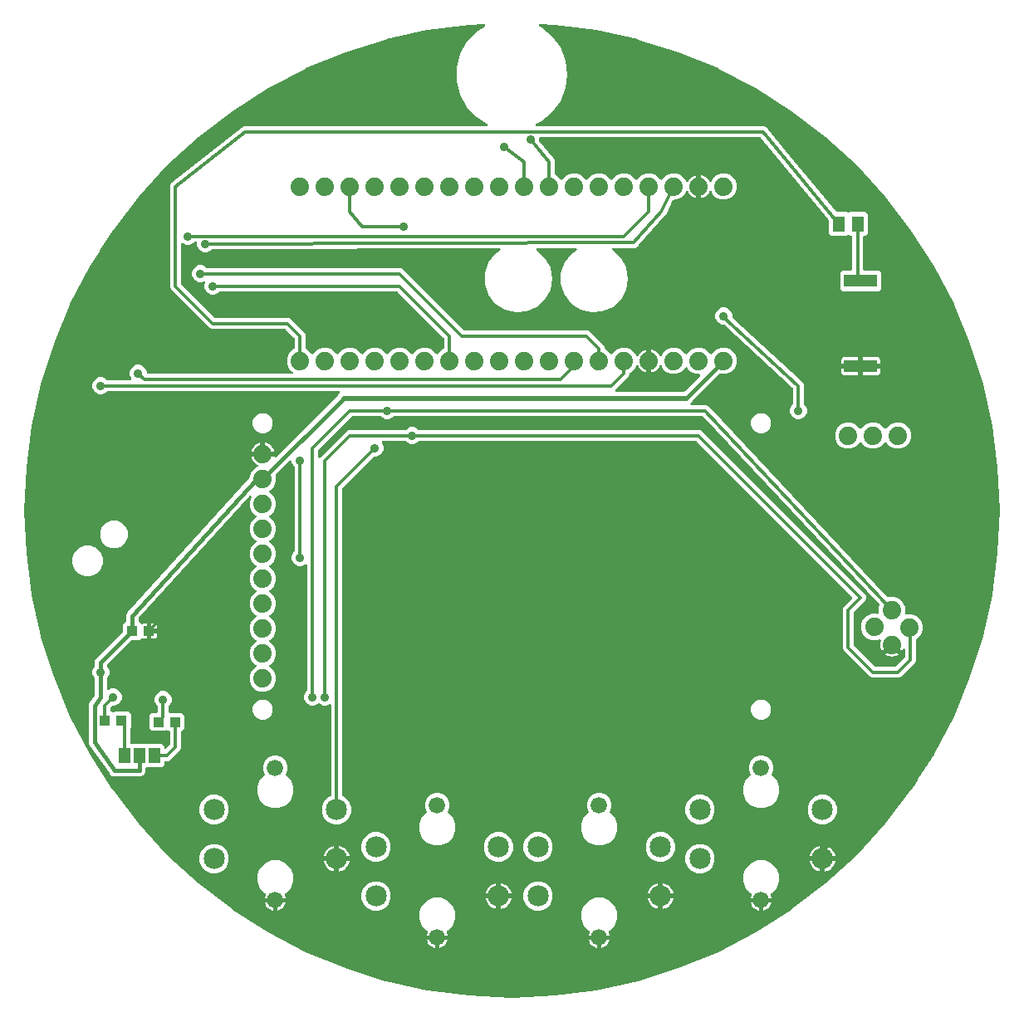
<source format=gbr>
G04 EAGLE Gerber X2 export*
%TF.Part,Single*%
%TF.FileFunction,Copper,L2,Bot,Mixed*%
%TF.FilePolarity,Positive*%
%TF.GenerationSoftware,Autodesk,EAGLE,9.0.0*%
%TF.CreationDate,2018-05-04T20:30:49Z*%
G75*
%MOMM*%
%FSLAX34Y34*%
%LPD*%
%AMOC8*
5,1,8,0,0,1.08239X$1,22.5*%
G01*
%ADD10C,2.159000*%
%ADD11C,1.676400*%
%ADD12R,1.100000X1.000000*%
%ADD13C,1.879600*%
%ADD14R,3.400000X1.300000*%
%ADD15R,1.168400X1.600200*%
%ADD16R,1.300000X1.600000*%
%ADD17C,0.906400*%
%ADD18C,0.304800*%
%ADD19C,0.406400*%
%ADD20C,0.508000*%

G36*
X576668Y76311D02*
X576668Y76311D01*
X576689Y76314D01*
X576778Y76320D01*
X619662Y81966D01*
X619683Y81972D01*
X619771Y81985D01*
X661999Y91347D01*
X662020Y91354D01*
X662106Y91376D01*
X703358Y104382D01*
X703378Y104391D01*
X703462Y104420D01*
X743423Y120973D01*
X743442Y120983D01*
X743524Y121019D01*
X781890Y140992D01*
X781908Y141004D01*
X781986Y141047D01*
X818466Y164287D01*
X818482Y164301D01*
X818556Y164351D01*
X852872Y190682D01*
X852887Y190697D01*
X852957Y190753D01*
X884847Y219975D01*
X884861Y219991D01*
X884925Y220053D01*
X914147Y251943D01*
X914159Y251961D01*
X914218Y252028D01*
X940549Y286344D01*
X940560Y286362D01*
X940613Y286434D01*
X940958Y286976D01*
X941766Y288245D01*
X941767Y288246D01*
X943384Y290784D01*
X944192Y292053D01*
X945001Y293322D01*
X945001Y293323D01*
X946618Y295861D01*
X947427Y297130D01*
X948235Y298399D01*
X948235Y298400D01*
X949852Y300938D01*
X949853Y300938D01*
X950661Y302207D01*
X951470Y303476D01*
X951470Y303477D01*
X953087Y306015D01*
X953895Y307284D01*
X953896Y307284D01*
X954704Y308553D01*
X954704Y308554D01*
X956321Y311092D01*
X957130Y312361D01*
X957938Y313630D01*
X957939Y313630D01*
X957939Y313631D01*
X959556Y316169D01*
X960364Y317438D01*
X961173Y318707D01*
X961173Y318708D01*
X962790Y321246D01*
X963599Y322515D01*
X963853Y322914D01*
X963862Y322934D01*
X963908Y323010D01*
X983881Y361376D01*
X983888Y361397D01*
X983927Y361477D01*
X1000480Y401438D01*
X1000485Y401459D01*
X1000518Y401542D01*
X1013524Y442794D01*
X1013528Y442815D01*
X1013553Y442901D01*
X1022915Y485129D01*
X1022917Y485151D01*
X1022934Y485238D01*
X1028580Y528122D01*
X1028580Y528143D01*
X1028585Y528191D01*
X1028588Y528207D01*
X1028588Y528215D01*
X1028589Y528232D01*
X1030476Y571445D01*
X1030474Y571466D01*
X1030476Y571555D01*
X1028589Y614768D01*
X1028586Y614789D01*
X1028580Y614878D01*
X1022934Y657762D01*
X1022928Y657783D01*
X1022915Y657871D01*
X1013553Y700099D01*
X1013546Y700120D01*
X1013524Y700206D01*
X1000518Y741458D01*
X1000509Y741478D01*
X1000480Y741562D01*
X983927Y781523D01*
X983917Y781542D01*
X983881Y781624D01*
X963908Y819990D01*
X963896Y820008D01*
X963853Y820086D01*
X940613Y856566D01*
X940599Y856582D01*
X940549Y856656D01*
X914218Y890972D01*
X914203Y890987D01*
X914147Y891057D01*
X884925Y922947D01*
X884909Y922961D01*
X884847Y923025D01*
X852957Y952247D01*
X852939Y952259D01*
X852872Y952318D01*
X818556Y978649D01*
X818538Y978660D01*
X818466Y978713D01*
X781986Y1001953D01*
X781966Y1001962D01*
X781890Y1002008D01*
X743524Y1021981D01*
X743503Y1021988D01*
X743423Y1022027D01*
X703462Y1038580D01*
X703441Y1038585D01*
X703358Y1038618D01*
X662106Y1051624D01*
X662085Y1051628D01*
X661999Y1051653D01*
X619771Y1061015D01*
X619749Y1061017D01*
X619662Y1061034D01*
X576778Y1066680D01*
X576756Y1066680D01*
X576668Y1066689D01*
X562192Y1067321D01*
X562125Y1067316D01*
X562058Y1067320D01*
X561967Y1067303D01*
X561875Y1067295D01*
X561812Y1067273D01*
X561745Y1067261D01*
X561662Y1067221D01*
X561575Y1067191D01*
X561518Y1067154D01*
X561457Y1067125D01*
X561387Y1067067D01*
X561310Y1067016D01*
X561264Y1066966D01*
X561212Y1066923D01*
X561158Y1066848D01*
X561096Y1066780D01*
X561065Y1066720D01*
X561025Y1066666D01*
X560991Y1066580D01*
X560948Y1066498D01*
X560933Y1066433D01*
X560908Y1066370D01*
X560896Y1066279D01*
X560875Y1066189D01*
X560876Y1066121D01*
X560868Y1066054D01*
X560879Y1065963D01*
X560881Y1065871D01*
X560899Y1065806D01*
X560907Y1065739D01*
X560941Y1065653D01*
X560966Y1065565D01*
X560999Y1065506D01*
X561024Y1065443D01*
X561078Y1065369D01*
X561124Y1065289D01*
X561171Y1065240D01*
X561211Y1065186D01*
X561282Y1065127D01*
X561346Y1065061D01*
X561404Y1065026D01*
X561456Y1064983D01*
X561597Y1064905D01*
X563783Y1063876D01*
X574735Y1054816D01*
X583089Y1043317D01*
X588322Y1030102D01*
X590103Y1016000D01*
X588322Y1001899D01*
X583089Y988683D01*
X574735Y977184D01*
X563783Y968124D01*
X558391Y965586D01*
X558357Y965565D01*
X558320Y965550D01*
X558223Y965480D01*
X558122Y965416D01*
X558095Y965387D01*
X558062Y965364D01*
X557986Y965271D01*
X557904Y965184D01*
X557885Y965149D01*
X557860Y965119D01*
X557809Y965011D01*
X557751Y964906D01*
X557741Y964867D01*
X557724Y964831D01*
X557702Y964714D01*
X557672Y964598D01*
X557672Y964558D01*
X557664Y964518D01*
X557672Y964399D01*
X557672Y964280D01*
X557682Y964241D01*
X557684Y964201D01*
X557721Y964087D01*
X557751Y963971D01*
X557770Y963936D01*
X557782Y963899D01*
X557846Y963798D01*
X557904Y963693D01*
X557931Y963664D01*
X557952Y963630D01*
X558039Y963548D01*
X558121Y963461D01*
X558155Y963439D01*
X558184Y963412D01*
X558288Y963354D01*
X558389Y963290D01*
X558427Y963278D01*
X558462Y963258D01*
X558578Y963229D01*
X558692Y963191D01*
X558732Y963189D01*
X558770Y963179D01*
X558931Y963169D01*
X788305Y963169D01*
X788412Y963182D01*
X788520Y963187D01*
X788599Y963206D01*
X788621Y963209D01*
X788636Y963215D01*
X788676Y963224D01*
X788759Y963250D01*
X789538Y963175D01*
X789558Y963175D01*
X789659Y963169D01*
X790442Y963169D01*
X790522Y963136D01*
X790626Y963107D01*
X790727Y963070D01*
X790807Y963057D01*
X790828Y963052D01*
X790845Y963051D01*
X790886Y963045D01*
X790972Y963036D01*
X791663Y962669D01*
X791682Y962662D01*
X791773Y962617D01*
X792496Y962318D01*
X792557Y962257D01*
X792642Y962190D01*
X792722Y962118D01*
X792791Y962075D01*
X792808Y962062D01*
X792823Y962055D01*
X792859Y962033D01*
X792935Y961993D01*
X793433Y961389D01*
X793448Y961375D01*
X793515Y961299D01*
X794068Y960746D01*
X794101Y960666D01*
X794154Y960572D01*
X794200Y960475D01*
X794248Y960408D01*
X794259Y960389D01*
X794270Y960378D01*
X794294Y960344D01*
X794948Y959551D01*
X812735Y937974D01*
X816920Y932897D01*
X821105Y927820D01*
X838891Y906243D01*
X843076Y901166D01*
X843077Y901166D01*
X847262Y896089D01*
X863717Y876127D01*
X863717Y876126D01*
X863830Y876020D01*
X863948Y875909D01*
X863949Y875908D01*
X864081Y875835D01*
X864227Y875755D01*
X864228Y875754D01*
X864381Y875715D01*
X864534Y875675D01*
X864535Y875675D01*
X864696Y875665D01*
X874984Y875665D01*
X875402Y875246D01*
X875496Y875173D01*
X875586Y875094D01*
X875622Y875076D01*
X875654Y875051D01*
X875763Y875004D01*
X875869Y874950D01*
X875908Y874941D01*
X875946Y874925D01*
X876063Y874906D01*
X876179Y874880D01*
X876220Y874881D01*
X876260Y874875D01*
X876378Y874886D01*
X876497Y874890D01*
X876536Y874901D01*
X876576Y874905D01*
X876688Y874945D01*
X876803Y874978D01*
X876838Y874998D01*
X876876Y875012D01*
X876974Y875079D01*
X877077Y875139D01*
X877122Y875179D01*
X877139Y875191D01*
X877152Y875206D01*
X877197Y875246D01*
X877616Y875665D01*
X893984Y875665D01*
X896365Y873284D01*
X896365Y853916D01*
X893984Y851535D01*
X892658Y851535D01*
X892540Y851520D01*
X892421Y851513D01*
X892383Y851500D01*
X892342Y851495D01*
X892232Y851452D01*
X892119Y851415D01*
X892084Y851393D01*
X892047Y851378D01*
X891951Y851309D01*
X891850Y851245D01*
X891822Y851215D01*
X891789Y851192D01*
X891713Y851100D01*
X891632Y851013D01*
X891612Y850978D01*
X891587Y850947D01*
X891536Y850839D01*
X891478Y850735D01*
X891468Y850695D01*
X891451Y850659D01*
X891429Y850542D01*
X891399Y850427D01*
X891395Y850367D01*
X891391Y850347D01*
X891393Y850326D01*
X891389Y850266D01*
X891389Y817334D01*
X891404Y817216D01*
X891411Y817097D01*
X891424Y817059D01*
X891429Y817018D01*
X891472Y816908D01*
X891509Y816795D01*
X891531Y816760D01*
X891546Y816723D01*
X891615Y816627D01*
X891679Y816526D01*
X891709Y816498D01*
X891732Y816465D01*
X891824Y816389D01*
X891911Y816308D01*
X891946Y816288D01*
X891977Y816263D01*
X892085Y816212D01*
X892189Y816154D01*
X892229Y816144D01*
X892265Y816127D01*
X892382Y816105D01*
X892497Y816075D01*
X892557Y816071D01*
X892577Y816067D01*
X892598Y816069D01*
X892658Y816065D01*
X907684Y816065D01*
X910065Y813684D01*
X910065Y797316D01*
X907684Y794935D01*
X870316Y794935D01*
X867935Y797316D01*
X867935Y813684D01*
X870316Y816065D01*
X878942Y816065D01*
X879060Y816080D01*
X879179Y816087D01*
X879217Y816100D01*
X879258Y816105D01*
X879368Y816148D01*
X879481Y816185D01*
X879516Y816207D01*
X879553Y816222D01*
X879649Y816291D01*
X879750Y816355D01*
X879778Y816385D01*
X879811Y816408D01*
X879887Y816500D01*
X879968Y816587D01*
X879988Y816622D01*
X880013Y816653D01*
X880064Y816761D01*
X880122Y816865D01*
X880132Y816905D01*
X880149Y816941D01*
X880171Y817058D01*
X880201Y817173D01*
X880205Y817233D01*
X880209Y817253D01*
X880207Y817274D01*
X880211Y817334D01*
X880211Y850266D01*
X880196Y850384D01*
X880189Y850503D01*
X880176Y850541D01*
X880171Y850582D01*
X880128Y850692D01*
X880091Y850805D01*
X880069Y850840D01*
X880054Y850877D01*
X879985Y850973D01*
X879921Y851074D01*
X879891Y851102D01*
X879868Y851135D01*
X879776Y851211D01*
X879689Y851292D01*
X879654Y851312D01*
X879623Y851337D01*
X879515Y851388D01*
X879411Y851446D01*
X879371Y851456D01*
X879335Y851473D01*
X879218Y851495D01*
X879103Y851525D01*
X879043Y851529D01*
X879023Y851533D01*
X879002Y851531D01*
X878942Y851535D01*
X877616Y851535D01*
X877197Y851954D01*
X877103Y852027D01*
X877014Y852106D01*
X876978Y852124D01*
X876946Y852149D01*
X876837Y852196D01*
X876731Y852250D01*
X876692Y852259D01*
X876654Y852275D01*
X876537Y852294D01*
X876421Y852320D01*
X876380Y852319D01*
X876340Y852325D01*
X876222Y852314D01*
X876103Y852310D01*
X876064Y852299D01*
X876024Y852295D01*
X875912Y852255D01*
X875797Y852222D01*
X875762Y852202D01*
X875724Y852188D01*
X875626Y852121D01*
X875523Y852060D01*
X875478Y852021D01*
X875461Y852009D01*
X875448Y851994D01*
X875402Y851954D01*
X874984Y851535D01*
X858616Y851535D01*
X856235Y853916D01*
X856235Y867174D01*
X856230Y867212D01*
X856233Y867250D01*
X856211Y867370D01*
X856195Y867490D01*
X856181Y867525D01*
X856174Y867563D01*
X856123Y867673D01*
X856078Y867785D01*
X856056Y867816D01*
X856040Y867851D01*
X855945Y867982D01*
X852369Y872320D01*
X848184Y877397D01*
X843999Y882474D01*
X839814Y887551D01*
X835629Y892628D01*
X803194Y931975D01*
X799009Y937052D01*
X794824Y942129D01*
X790639Y947206D01*
X787075Y951529D01*
X787075Y951530D01*
X787074Y951530D01*
X786961Y951636D01*
X786844Y951747D01*
X786843Y951748D01*
X786711Y951821D01*
X786565Y951901D01*
X786564Y951902D01*
X786411Y951941D01*
X786257Y951981D01*
X786256Y951981D01*
X786096Y951991D01*
X562316Y951991D01*
X562198Y951976D01*
X562079Y951969D01*
X562041Y951956D01*
X562000Y951951D01*
X561890Y951908D01*
X561777Y951871D01*
X561742Y951849D01*
X561705Y951834D01*
X561609Y951765D01*
X561508Y951701D01*
X561480Y951671D01*
X561447Y951648D01*
X561371Y951556D01*
X561290Y951469D01*
X561270Y951434D01*
X561245Y951403D01*
X561194Y951295D01*
X561136Y951191D01*
X561126Y951151D01*
X561109Y951115D01*
X561087Y950998D01*
X561057Y950883D01*
X561053Y950823D01*
X561049Y950803D01*
X561051Y950782D01*
X561047Y950722D01*
X561047Y948833D01*
X561052Y948792D01*
X561049Y948750D01*
X561072Y948635D01*
X561087Y948518D01*
X561102Y948479D01*
X561110Y948438D01*
X561160Y948331D01*
X561204Y948222D01*
X561228Y948188D01*
X561246Y948151D01*
X561341Y948021D01*
X575594Y930917D01*
X575610Y930902D01*
X575672Y930832D01*
X576238Y930266D01*
X576264Y930203D01*
X576319Y930106D01*
X576366Y930006D01*
X576411Y929946D01*
X576421Y929927D01*
X576434Y929914D01*
X576462Y929876D01*
X576505Y929824D01*
X576743Y929059D01*
X576752Y929040D01*
X576782Y928951D01*
X577089Y928212D01*
X577089Y928144D01*
X577103Y928033D01*
X577108Y927923D01*
X577126Y927850D01*
X577129Y927828D01*
X577135Y927812D01*
X577146Y927766D01*
X577166Y927701D01*
X577094Y926904D01*
X577095Y926883D01*
X577089Y926789D01*
X577089Y914805D01*
X577092Y914776D01*
X577090Y914746D01*
X577112Y914618D01*
X577129Y914490D01*
X577139Y914462D01*
X577144Y914433D01*
X577198Y914315D01*
X577246Y914194D01*
X577263Y914170D01*
X577275Y914143D01*
X577356Y914042D01*
X577432Y913937D01*
X577455Y913918D01*
X577474Y913895D01*
X577577Y913817D01*
X577677Y913734D01*
X577704Y913721D01*
X577728Y913703D01*
X577872Y913632D01*
X579126Y913113D01*
X582913Y909326D01*
X583027Y909050D01*
X583096Y908929D01*
X583161Y908807D01*
X583175Y908792D01*
X583185Y908774D01*
X583282Y908674D01*
X583375Y908571D01*
X583392Y908560D01*
X583406Y908546D01*
X583524Y908473D01*
X583641Y908396D01*
X583660Y908390D01*
X583677Y908379D01*
X583810Y908338D01*
X583942Y908293D01*
X583962Y908292D01*
X583981Y908286D01*
X584120Y908279D01*
X584259Y908268D01*
X584279Y908272D01*
X584299Y908271D01*
X584435Y908299D01*
X584572Y908323D01*
X584591Y908331D01*
X584610Y908335D01*
X584736Y908396D01*
X584862Y908453D01*
X584878Y908466D01*
X584896Y908475D01*
X585002Y908565D01*
X585111Y908652D01*
X585123Y908668D01*
X585138Y908681D01*
X585219Y908795D01*
X585302Y908906D01*
X585314Y908931D01*
X585321Y908941D01*
X585328Y908960D01*
X585373Y909050D01*
X585487Y909326D01*
X589274Y913113D01*
X594222Y915163D01*
X599578Y915163D01*
X604526Y913113D01*
X608313Y909326D01*
X608427Y909050D01*
X608496Y908929D01*
X608561Y908807D01*
X608575Y908792D01*
X608585Y908774D01*
X608682Y908674D01*
X608775Y908571D01*
X608792Y908560D01*
X608806Y908546D01*
X608924Y908473D01*
X609041Y908396D01*
X609060Y908390D01*
X609077Y908379D01*
X609210Y908338D01*
X609342Y908293D01*
X609362Y908292D01*
X609381Y908286D01*
X609520Y908279D01*
X609659Y908268D01*
X609679Y908272D01*
X609699Y908271D01*
X609835Y908299D01*
X609972Y908323D01*
X609991Y908331D01*
X610010Y908335D01*
X610136Y908396D01*
X610262Y908453D01*
X610278Y908466D01*
X610296Y908475D01*
X610402Y908565D01*
X610511Y908652D01*
X610523Y908668D01*
X610538Y908681D01*
X610619Y908795D01*
X610702Y908906D01*
X610714Y908931D01*
X610721Y908941D01*
X610728Y908960D01*
X610773Y909050D01*
X610887Y909326D01*
X614674Y913113D01*
X619622Y915163D01*
X624978Y915163D01*
X629926Y913113D01*
X633713Y909326D01*
X633827Y909050D01*
X633896Y908929D01*
X633961Y908807D01*
X633975Y908792D01*
X633985Y908774D01*
X634082Y908674D01*
X634175Y908571D01*
X634192Y908560D01*
X634206Y908546D01*
X634324Y908473D01*
X634441Y908396D01*
X634460Y908390D01*
X634477Y908379D01*
X634610Y908338D01*
X634742Y908293D01*
X634762Y908292D01*
X634781Y908286D01*
X634920Y908279D01*
X635059Y908268D01*
X635079Y908272D01*
X635099Y908271D01*
X635235Y908299D01*
X635372Y908323D01*
X635391Y908331D01*
X635410Y908335D01*
X635536Y908396D01*
X635662Y908453D01*
X635678Y908466D01*
X635696Y908475D01*
X635802Y908565D01*
X635911Y908652D01*
X635923Y908668D01*
X635938Y908681D01*
X636019Y908795D01*
X636102Y908906D01*
X636114Y908931D01*
X636121Y908941D01*
X636128Y908960D01*
X636173Y909050D01*
X636287Y909326D01*
X640074Y913113D01*
X645022Y915163D01*
X650378Y915163D01*
X655326Y913113D01*
X659113Y909326D01*
X659227Y909050D01*
X659296Y908929D01*
X659361Y908807D01*
X659375Y908792D01*
X659385Y908774D01*
X659482Y908674D01*
X659575Y908571D01*
X659592Y908560D01*
X659606Y908546D01*
X659724Y908473D01*
X659841Y908396D01*
X659860Y908390D01*
X659877Y908379D01*
X660010Y908338D01*
X660142Y908293D01*
X660162Y908292D01*
X660181Y908286D01*
X660320Y908279D01*
X660459Y908268D01*
X660479Y908272D01*
X660499Y908271D01*
X660635Y908299D01*
X660772Y908323D01*
X660791Y908331D01*
X660810Y908335D01*
X660936Y908396D01*
X661062Y908453D01*
X661078Y908466D01*
X661096Y908475D01*
X661202Y908565D01*
X661311Y908652D01*
X661323Y908668D01*
X661338Y908681D01*
X661419Y908795D01*
X661502Y908906D01*
X661514Y908931D01*
X661521Y908941D01*
X661528Y908960D01*
X661573Y909050D01*
X661687Y909326D01*
X665474Y913113D01*
X670422Y915163D01*
X675778Y915163D01*
X680726Y913113D01*
X684513Y909326D01*
X684627Y909050D01*
X684696Y908929D01*
X684761Y908807D01*
X684775Y908792D01*
X684785Y908774D01*
X684882Y908674D01*
X684975Y908571D01*
X684992Y908560D01*
X685006Y908546D01*
X685124Y908473D01*
X685241Y908396D01*
X685260Y908390D01*
X685277Y908379D01*
X685410Y908338D01*
X685542Y908293D01*
X685562Y908292D01*
X685581Y908286D01*
X685720Y908279D01*
X685859Y908268D01*
X685879Y908272D01*
X685899Y908271D01*
X686035Y908299D01*
X686172Y908323D01*
X686191Y908331D01*
X686210Y908335D01*
X686336Y908396D01*
X686462Y908453D01*
X686478Y908466D01*
X686496Y908475D01*
X686602Y908565D01*
X686711Y908652D01*
X686723Y908668D01*
X686738Y908681D01*
X686819Y908795D01*
X686902Y908906D01*
X686914Y908931D01*
X686921Y908941D01*
X686928Y908960D01*
X686973Y909050D01*
X687087Y909326D01*
X690874Y913113D01*
X695822Y915163D01*
X701178Y915163D01*
X706126Y913113D01*
X709913Y909326D01*
X710865Y907027D01*
X710910Y906949D01*
X710945Y906867D01*
X710988Y906812D01*
X711023Y906751D01*
X711085Y906686D01*
X711140Y906616D01*
X711195Y906573D01*
X711244Y906522D01*
X711321Y906475D01*
X711391Y906421D01*
X711456Y906393D01*
X711515Y906356D01*
X711601Y906330D01*
X711683Y906294D01*
X711752Y906283D01*
X711819Y906262D01*
X711909Y906258D01*
X711997Y906244D01*
X712067Y906251D01*
X712137Y906247D01*
X712225Y906265D01*
X712314Y906274D01*
X712380Y906297D01*
X712448Y906312D01*
X712529Y906351D01*
X712613Y906381D01*
X712671Y906420D01*
X712734Y906451D01*
X712802Y906510D01*
X712876Y906560D01*
X712923Y906612D01*
X712976Y906658D01*
X713028Y906731D01*
X713087Y906798D01*
X713151Y906906D01*
X713159Y906918D01*
X713162Y906924D01*
X713169Y906937D01*
X713689Y907957D01*
X714794Y909478D01*
X716122Y910806D01*
X717643Y911911D01*
X719317Y912764D01*
X721104Y913345D01*
X721361Y913385D01*
X721361Y902970D01*
X721376Y902852D01*
X721383Y902733D01*
X721396Y902695D01*
X721401Y902655D01*
X721444Y902544D01*
X721481Y902431D01*
X721503Y902397D01*
X721518Y902359D01*
X721588Y902263D01*
X721651Y902162D01*
X721681Y902134D01*
X721704Y902102D01*
X721796Y902026D01*
X721883Y901944D01*
X721918Y901925D01*
X721949Y901899D01*
X722057Y901848D01*
X722161Y901791D01*
X722201Y901780D01*
X722237Y901763D01*
X722354Y901741D01*
X722469Y901711D01*
X722530Y901707D01*
X722550Y901703D01*
X722570Y901705D01*
X722630Y901701D01*
X725170Y901701D01*
X725288Y901716D01*
X725407Y901723D01*
X725445Y901736D01*
X725485Y901741D01*
X725596Y901785D01*
X725709Y901821D01*
X725744Y901843D01*
X725781Y901858D01*
X725877Y901928D01*
X725978Y901991D01*
X726006Y902021D01*
X726039Y902045D01*
X726114Y902136D01*
X726196Y902223D01*
X726216Y902258D01*
X726241Y902290D01*
X726292Y902397D01*
X726350Y902502D01*
X726360Y902541D01*
X726377Y902577D01*
X726399Y902694D01*
X726429Y902809D01*
X726433Y902870D01*
X726437Y902890D01*
X726435Y902910D01*
X726439Y902970D01*
X726439Y913385D01*
X726696Y913345D01*
X728483Y912764D01*
X730157Y911911D01*
X731678Y910806D01*
X733006Y909478D01*
X734111Y907957D01*
X734631Y906937D01*
X734681Y906862D01*
X734723Y906783D01*
X734770Y906731D01*
X734810Y906673D01*
X734877Y906614D01*
X734937Y906548D01*
X734996Y906509D01*
X735048Y906463D01*
X735128Y906422D01*
X735203Y906373D01*
X735269Y906350D01*
X735332Y906319D01*
X735419Y906299D01*
X735504Y906270D01*
X735574Y906264D01*
X735642Y906249D01*
X735731Y906252D01*
X735821Y906245D01*
X735890Y906257D01*
X735960Y906259D01*
X736046Y906284D01*
X736134Y906299D01*
X736198Y906328D01*
X736265Y906348D01*
X736342Y906393D01*
X736424Y906430D01*
X736479Y906474D01*
X736539Y906509D01*
X736602Y906572D01*
X736672Y906628D01*
X736715Y906684D01*
X736764Y906734D01*
X736810Y906811D01*
X736864Y906882D01*
X736919Y906995D01*
X736926Y907007D01*
X736928Y907014D01*
X736935Y907027D01*
X737887Y909326D01*
X741674Y913113D01*
X746622Y915163D01*
X751978Y915163D01*
X756926Y913113D01*
X760713Y909326D01*
X762763Y904378D01*
X762763Y899022D01*
X760713Y894074D01*
X756926Y890287D01*
X751978Y888237D01*
X746622Y888237D01*
X741674Y890287D01*
X737887Y894074D01*
X736935Y896373D01*
X736890Y896451D01*
X736855Y896533D01*
X736812Y896588D01*
X736777Y896649D01*
X736715Y896714D01*
X736660Y896784D01*
X736605Y896827D01*
X736556Y896878D01*
X736479Y896925D01*
X736409Y896979D01*
X736344Y897007D01*
X736285Y897044D01*
X736199Y897070D01*
X736117Y897106D01*
X736048Y897117D01*
X735981Y897138D01*
X735891Y897142D01*
X735803Y897156D01*
X735733Y897149D01*
X735663Y897153D01*
X735575Y897135D01*
X735486Y897126D01*
X735420Y897103D01*
X735352Y897088D01*
X735271Y897049D01*
X735187Y897019D01*
X735129Y896980D01*
X735066Y896949D01*
X734998Y896890D01*
X734924Y896840D01*
X734877Y896788D01*
X734824Y896742D01*
X734772Y896669D01*
X734713Y896602D01*
X734649Y896494D01*
X734641Y896482D01*
X734638Y896476D01*
X734631Y896463D01*
X734111Y895443D01*
X733006Y893922D01*
X731678Y892594D01*
X730157Y891489D01*
X728483Y890636D01*
X726696Y890055D01*
X726439Y890015D01*
X726439Y900430D01*
X726424Y900548D01*
X726417Y900667D01*
X726404Y900705D01*
X726399Y900745D01*
X726356Y900856D01*
X726319Y900969D01*
X726297Y901003D01*
X726282Y901041D01*
X726212Y901137D01*
X726149Y901238D01*
X726119Y901266D01*
X726095Y901298D01*
X726004Y901374D01*
X725917Y901456D01*
X725882Y901475D01*
X725851Y901501D01*
X725743Y901552D01*
X725639Y901609D01*
X725599Y901620D01*
X725563Y901637D01*
X725446Y901659D01*
X725331Y901689D01*
X725270Y901693D01*
X725250Y901697D01*
X725230Y901695D01*
X725170Y901699D01*
X722630Y901699D01*
X722512Y901684D01*
X722393Y901677D01*
X722355Y901664D01*
X722314Y901659D01*
X722204Y901615D01*
X722091Y901579D01*
X722056Y901557D01*
X722019Y901542D01*
X721923Y901472D01*
X721822Y901409D01*
X721794Y901379D01*
X721761Y901355D01*
X721686Y901264D01*
X721604Y901177D01*
X721584Y901142D01*
X721559Y901110D01*
X721508Y901003D01*
X721450Y900898D01*
X721440Y900859D01*
X721423Y900823D01*
X721401Y900706D01*
X721371Y900591D01*
X721367Y900530D01*
X721363Y900510D01*
X721365Y900490D01*
X721361Y900430D01*
X721361Y890015D01*
X721104Y890055D01*
X719317Y890636D01*
X717643Y891489D01*
X716122Y892594D01*
X714794Y893922D01*
X713689Y895443D01*
X713169Y896463D01*
X713119Y896538D01*
X713077Y896617D01*
X713030Y896669D01*
X712990Y896727D01*
X712923Y896786D01*
X712863Y896852D01*
X712804Y896891D01*
X712752Y896937D01*
X712672Y896978D01*
X712597Y897027D01*
X712531Y897050D01*
X712468Y897081D01*
X712381Y897101D01*
X712296Y897130D01*
X712226Y897136D01*
X712158Y897151D01*
X712069Y897148D01*
X711979Y897155D01*
X711910Y897143D01*
X711840Y897141D01*
X711754Y897116D01*
X711666Y897101D01*
X711602Y897072D01*
X711535Y897052D01*
X711458Y897007D01*
X711376Y896970D01*
X711321Y896926D01*
X711261Y896891D01*
X711198Y896828D01*
X711128Y896772D01*
X711085Y896716D01*
X711036Y896666D01*
X710990Y896589D01*
X710936Y896518D01*
X710881Y896405D01*
X710874Y896393D01*
X710872Y896386D01*
X710865Y896373D01*
X709913Y894074D01*
X706126Y890287D01*
X701178Y888237D01*
X698801Y888237D01*
X698659Y888219D01*
X698516Y888205D01*
X698502Y888199D01*
X698486Y888197D01*
X698353Y888145D01*
X698218Y888095D01*
X698205Y888086D01*
X698190Y888080D01*
X698074Y887996D01*
X697956Y887915D01*
X697946Y887903D01*
X697933Y887894D01*
X697841Y887783D01*
X697747Y887675D01*
X697736Y887656D01*
X697730Y887649D01*
X697722Y887632D01*
X697666Y887536D01*
X691006Y874214D01*
X691004Y874210D01*
X691001Y874206D01*
X690940Y874057D01*
X690730Y873442D01*
X690583Y873276D01*
X690537Y873207D01*
X690482Y873144D01*
X690409Y873019D01*
X690405Y873013D01*
X690404Y873010D01*
X690401Y873005D01*
X690302Y872806D01*
X689811Y872381D01*
X689808Y872377D01*
X689804Y872375D01*
X689690Y872261D01*
X662814Y841720D01*
X662741Y841613D01*
X662664Y841509D01*
X662645Y841471D01*
X662636Y841457D01*
X662628Y841436D01*
X662612Y841403D01*
X661970Y840757D01*
X661958Y840742D01*
X661917Y840701D01*
X661310Y840010D01*
X661246Y839968D01*
X661134Y839902D01*
X661103Y839874D01*
X661089Y839865D01*
X661074Y839849D01*
X661046Y839824D01*
X660206Y839473D01*
X660189Y839463D01*
X660136Y839441D01*
X659310Y839036D01*
X659235Y839021D01*
X659106Y839003D01*
X659066Y838989D01*
X659050Y838986D01*
X659030Y838977D01*
X658995Y838965D01*
X658085Y838962D01*
X658065Y838959D01*
X658008Y838959D01*
X657089Y838901D01*
X657015Y838916D01*
X656888Y838948D01*
X656846Y838951D01*
X656830Y838954D01*
X656808Y838953D01*
X656728Y838958D01*
X636882Y838900D01*
X636878Y838900D01*
X636874Y838900D01*
X636723Y838880D01*
X636567Y838860D01*
X636563Y838858D01*
X636558Y838857D01*
X636416Y838799D01*
X636271Y838742D01*
X636268Y838739D01*
X636264Y838737D01*
X636141Y838646D01*
X636015Y838554D01*
X636012Y838551D01*
X636008Y838548D01*
X635911Y838429D01*
X635812Y838308D01*
X635811Y838305D01*
X635808Y838301D01*
X635743Y838161D01*
X635678Y838020D01*
X635677Y838016D01*
X635675Y838012D01*
X635648Y837862D01*
X635619Y837708D01*
X635619Y837703D01*
X635618Y837699D01*
X635629Y837545D01*
X635640Y837390D01*
X635641Y837386D01*
X635641Y837382D01*
X635691Y837232D01*
X635738Y837088D01*
X635741Y837085D01*
X635742Y837081D01*
X635826Y836951D01*
X635909Y836820D01*
X635913Y836817D01*
X635915Y836814D01*
X636026Y836697D01*
X644467Y828927D01*
X649876Y818931D01*
X651747Y807720D01*
X649876Y796509D01*
X644467Y786513D01*
X636105Y778815D01*
X625696Y774249D01*
X614369Y773311D01*
X603351Y776101D01*
X593835Y782318D01*
X586854Y791287D01*
X583164Y802037D01*
X583164Y813403D01*
X586854Y824153D01*
X593835Y833122D01*
X598938Y836456D01*
X599024Y836529D01*
X599115Y836596D01*
X599145Y836632D01*
X599180Y836662D01*
X599245Y836754D01*
X599317Y836841D01*
X599337Y836884D01*
X599364Y836922D01*
X599404Y837027D01*
X599452Y837129D01*
X599460Y837175D01*
X599477Y837219D01*
X599490Y837331D01*
X599511Y837442D01*
X599508Y837489D01*
X599513Y837535D01*
X599497Y837647D01*
X599490Y837759D01*
X599475Y837804D01*
X599469Y837850D01*
X599426Y837954D01*
X599391Y838061D01*
X599366Y838101D01*
X599348Y838144D01*
X599281Y838235D01*
X599220Y838330D01*
X599186Y838362D01*
X599158Y838399D01*
X599070Y838470D01*
X598988Y838547D01*
X598947Y838569D01*
X598910Y838599D01*
X598808Y838645D01*
X598709Y838700D01*
X598664Y838711D01*
X598621Y838731D01*
X598510Y838750D01*
X598401Y838778D01*
X598329Y838783D01*
X598308Y838786D01*
X598290Y838785D01*
X598240Y838788D01*
X559656Y838676D01*
X559652Y838675D01*
X559647Y838676D01*
X559496Y838655D01*
X559341Y838635D01*
X559336Y838633D01*
X559332Y838633D01*
X559190Y838575D01*
X559045Y838517D01*
X559042Y838515D01*
X559038Y838513D01*
X558914Y838422D01*
X558788Y838330D01*
X558786Y838326D01*
X558782Y838324D01*
X558685Y838204D01*
X558586Y838084D01*
X558584Y838080D01*
X558582Y838077D01*
X558517Y837936D01*
X558452Y837796D01*
X558451Y837792D01*
X558449Y837788D01*
X558422Y837638D01*
X558393Y837483D01*
X558393Y837479D01*
X558392Y837475D01*
X558403Y837321D01*
X558413Y837166D01*
X558415Y837162D01*
X558415Y837158D01*
X558465Y837007D01*
X558512Y836864D01*
X558515Y836860D01*
X558516Y836856D01*
X558601Y836725D01*
X558683Y836596D01*
X558686Y836593D01*
X558689Y836589D01*
X558800Y836473D01*
X566997Y828927D01*
X572406Y818931D01*
X574277Y807720D01*
X572406Y796509D01*
X566997Y786513D01*
X558635Y778815D01*
X548226Y774249D01*
X536899Y773311D01*
X525881Y776101D01*
X516365Y782318D01*
X509384Y791287D01*
X505694Y802037D01*
X505694Y813403D01*
X509384Y824153D01*
X516365Y833123D01*
X521122Y836230D01*
X521208Y836303D01*
X521299Y836369D01*
X521328Y836406D01*
X521364Y836436D01*
X521429Y836528D01*
X521501Y836615D01*
X521521Y836657D01*
X521548Y836696D01*
X521588Y836801D01*
X521636Y836903D01*
X521644Y836949D01*
X521661Y836993D01*
X521673Y837105D01*
X521694Y837216D01*
X521691Y837262D01*
X521697Y837309D01*
X521681Y837421D01*
X521674Y837533D01*
X521659Y837577D01*
X521653Y837624D01*
X521610Y837728D01*
X521575Y837835D01*
X521550Y837875D01*
X521532Y837918D01*
X521465Y838008D01*
X521404Y838103D01*
X521370Y838135D01*
X521342Y838173D01*
X521254Y838244D01*
X521172Y838321D01*
X521131Y838343D01*
X521094Y838372D01*
X520992Y838419D01*
X520893Y838473D01*
X520847Y838485D01*
X520805Y838504D01*
X520694Y838524D01*
X520584Y838552D01*
X520513Y838556D01*
X520492Y838560D01*
X520473Y838559D01*
X520424Y838562D01*
X228092Y837712D01*
X227995Y837699D01*
X227898Y837697D01*
X227838Y837679D01*
X227776Y837671D01*
X227686Y837635D01*
X227593Y837608D01*
X227539Y837576D01*
X227481Y837553D01*
X227402Y837496D01*
X227319Y837447D01*
X227240Y837377D01*
X227224Y837366D01*
X227217Y837357D01*
X227198Y837340D01*
X225850Y835992D01*
X222690Y834683D01*
X219270Y834683D01*
X216110Y835992D01*
X213692Y838410D01*
X212383Y841570D01*
X212383Y844042D01*
X212368Y844160D01*
X212361Y844279D01*
X212348Y844317D01*
X212343Y844358D01*
X212300Y844468D01*
X212263Y844581D01*
X212241Y844616D01*
X212226Y844653D01*
X212157Y844749D01*
X212093Y844850D01*
X212063Y844878D01*
X212040Y844911D01*
X211948Y844987D01*
X211861Y845068D01*
X211826Y845088D01*
X211795Y845113D01*
X211687Y845164D01*
X211583Y845222D01*
X211543Y845232D01*
X211507Y845249D01*
X211390Y845271D01*
X211275Y845301D01*
X211215Y845305D01*
X211195Y845309D01*
X211174Y845307D01*
X211114Y845311D01*
X210295Y845311D01*
X210196Y845299D01*
X210097Y845296D01*
X210039Y845279D01*
X209979Y845271D01*
X209887Y845235D01*
X209792Y845207D01*
X209740Y845177D01*
X209683Y845154D01*
X209603Y845096D01*
X209518Y845046D01*
X209443Y844980D01*
X209426Y844968D01*
X209418Y844958D01*
X209397Y844940D01*
X208070Y843612D01*
X204910Y842303D01*
X201490Y842303D01*
X198330Y843612D01*
X198256Y843687D01*
X198146Y843772D01*
X198039Y843861D01*
X198020Y843869D01*
X198004Y843882D01*
X197877Y843937D01*
X197751Y843996D01*
X197731Y844000D01*
X197712Y844008D01*
X197575Y844030D01*
X197438Y844056D01*
X197418Y844055D01*
X197398Y844058D01*
X197260Y844045D01*
X197121Y844036D01*
X197102Y844030D01*
X197082Y844028D01*
X196950Y843981D01*
X196819Y843938D01*
X196801Y843928D01*
X196782Y843921D01*
X196667Y843843D01*
X196550Y843768D01*
X196536Y843753D01*
X196519Y843742D01*
X196427Y843638D01*
X196332Y843537D01*
X196322Y843519D01*
X196309Y843504D01*
X196246Y843380D01*
X196178Y843258D01*
X196173Y843238D01*
X196164Y843220D01*
X196134Y843085D01*
X196099Y842950D01*
X196097Y842922D01*
X196094Y842910D01*
X196095Y842890D01*
X196089Y842789D01*
X196089Y802941D01*
X196101Y802842D01*
X196104Y802743D01*
X196121Y802685D01*
X196129Y802625D01*
X196165Y802533D01*
X196193Y802438D01*
X196223Y802386D01*
X196246Y802329D01*
X196304Y802249D01*
X196354Y802164D01*
X196420Y802089D01*
X196432Y802072D01*
X196442Y802064D01*
X196460Y802043D01*
X230543Y767960D01*
X230621Y767900D01*
X230694Y767832D01*
X230747Y767803D01*
X230794Y767766D01*
X230885Y767726D01*
X230972Y767678D01*
X231031Y767663D01*
X231086Y767639D01*
X231184Y767624D01*
X231280Y767599D01*
X231380Y767593D01*
X231400Y767589D01*
X231413Y767591D01*
X231441Y767589D01*
X305912Y767589D01*
X307966Y766738D01*
X322238Y752466D01*
X323089Y750412D01*
X323089Y737005D01*
X323092Y736976D01*
X323090Y736946D01*
X323112Y736818D01*
X323129Y736690D01*
X323139Y736662D01*
X323144Y736633D01*
X323198Y736515D01*
X323246Y736394D01*
X323263Y736370D01*
X323275Y736343D01*
X323356Y736242D01*
X323432Y736137D01*
X323455Y736118D01*
X323474Y736095D01*
X323577Y736017D01*
X323677Y735934D01*
X323704Y735921D01*
X323728Y735903D01*
X323872Y735832D01*
X325126Y735313D01*
X328913Y731526D01*
X329027Y731250D01*
X329096Y731130D01*
X329161Y731007D01*
X329175Y730992D01*
X329185Y730974D01*
X329281Y730875D01*
X329375Y730771D01*
X329392Y730760D01*
X329406Y730746D01*
X329525Y730673D01*
X329641Y730597D01*
X329660Y730590D01*
X329677Y730579D01*
X329810Y730538D01*
X329942Y730493D01*
X329962Y730492D01*
X329981Y730486D01*
X330120Y730479D01*
X330259Y730468D01*
X330279Y730472D01*
X330299Y730471D01*
X330435Y730499D01*
X330572Y730522D01*
X330591Y730531D01*
X330610Y730535D01*
X330735Y730596D01*
X330862Y730653D01*
X330878Y730666D01*
X330896Y730675D01*
X331002Y730765D01*
X331110Y730852D01*
X331123Y730868D01*
X331138Y730881D01*
X331218Y730995D01*
X331302Y731106D01*
X331314Y731131D01*
X331321Y731141D01*
X331328Y731160D01*
X331373Y731250D01*
X331487Y731526D01*
X335274Y735313D01*
X340222Y737363D01*
X345578Y737363D01*
X350526Y735313D01*
X354313Y731526D01*
X354427Y731250D01*
X354496Y731130D01*
X354561Y731007D01*
X354575Y730992D01*
X354585Y730974D01*
X354681Y730875D01*
X354775Y730771D01*
X354792Y730760D01*
X354806Y730746D01*
X354925Y730673D01*
X355041Y730597D01*
X355060Y730590D01*
X355077Y730579D01*
X355210Y730538D01*
X355342Y730493D01*
X355362Y730492D01*
X355381Y730486D01*
X355520Y730479D01*
X355659Y730468D01*
X355679Y730472D01*
X355699Y730471D01*
X355835Y730499D01*
X355972Y730522D01*
X355991Y730531D01*
X356010Y730535D01*
X356135Y730596D01*
X356262Y730653D01*
X356278Y730666D01*
X356296Y730675D01*
X356402Y730765D01*
X356510Y730852D01*
X356523Y730868D01*
X356538Y730881D01*
X356618Y730995D01*
X356702Y731106D01*
X356714Y731131D01*
X356721Y731141D01*
X356728Y731160D01*
X356773Y731250D01*
X356887Y731526D01*
X360674Y735313D01*
X365622Y737363D01*
X370978Y737363D01*
X375926Y735313D01*
X379713Y731526D01*
X379827Y731250D01*
X379896Y731130D01*
X379961Y731007D01*
X379975Y730992D01*
X379985Y730974D01*
X380081Y730875D01*
X380175Y730771D01*
X380192Y730760D01*
X380206Y730746D01*
X380325Y730673D01*
X380441Y730597D01*
X380460Y730590D01*
X380477Y730579D01*
X380610Y730538D01*
X380742Y730493D01*
X380762Y730492D01*
X380781Y730486D01*
X380920Y730479D01*
X381059Y730468D01*
X381079Y730472D01*
X381099Y730471D01*
X381235Y730499D01*
X381372Y730522D01*
X381391Y730531D01*
X381410Y730535D01*
X381535Y730596D01*
X381662Y730653D01*
X381678Y730666D01*
X381696Y730675D01*
X381802Y730765D01*
X381910Y730852D01*
X381923Y730868D01*
X381938Y730881D01*
X382018Y730995D01*
X382102Y731106D01*
X382114Y731131D01*
X382121Y731141D01*
X382128Y731160D01*
X382173Y731250D01*
X382287Y731526D01*
X386074Y735313D01*
X391022Y737363D01*
X396378Y737363D01*
X401326Y735313D01*
X405113Y731526D01*
X405227Y731250D01*
X405296Y731130D01*
X405361Y731007D01*
X405375Y730992D01*
X405385Y730974D01*
X405481Y730875D01*
X405575Y730771D01*
X405592Y730760D01*
X405606Y730746D01*
X405725Y730673D01*
X405841Y730597D01*
X405860Y730590D01*
X405877Y730579D01*
X406010Y730538D01*
X406142Y730493D01*
X406162Y730492D01*
X406181Y730486D01*
X406320Y730479D01*
X406459Y730468D01*
X406479Y730472D01*
X406499Y730471D01*
X406635Y730499D01*
X406772Y730522D01*
X406791Y730531D01*
X406810Y730535D01*
X406935Y730596D01*
X407062Y730653D01*
X407078Y730666D01*
X407096Y730675D01*
X407202Y730765D01*
X407310Y730852D01*
X407323Y730868D01*
X407338Y730881D01*
X407418Y730995D01*
X407502Y731106D01*
X407514Y731131D01*
X407521Y731141D01*
X407528Y731160D01*
X407573Y731250D01*
X407687Y731526D01*
X411474Y735313D01*
X416422Y737363D01*
X421778Y737363D01*
X426726Y735313D01*
X430513Y731526D01*
X430627Y731250D01*
X430696Y731130D01*
X430761Y731007D01*
X430775Y730992D01*
X430785Y730974D01*
X430881Y730875D01*
X430975Y730771D01*
X430992Y730760D01*
X431006Y730746D01*
X431125Y730673D01*
X431241Y730597D01*
X431260Y730590D01*
X431277Y730579D01*
X431410Y730538D01*
X431542Y730493D01*
X431562Y730492D01*
X431581Y730486D01*
X431720Y730479D01*
X431859Y730468D01*
X431879Y730472D01*
X431899Y730471D01*
X432035Y730499D01*
X432172Y730522D01*
X432191Y730531D01*
X432210Y730535D01*
X432335Y730596D01*
X432462Y730653D01*
X432478Y730666D01*
X432496Y730675D01*
X432602Y730765D01*
X432710Y730852D01*
X432723Y730868D01*
X432738Y730881D01*
X432818Y730995D01*
X432902Y731106D01*
X432914Y731131D01*
X432921Y731141D01*
X432928Y731160D01*
X432973Y731250D01*
X433087Y731526D01*
X436874Y735313D01*
X441822Y737363D01*
X447178Y737363D01*
X452126Y735313D01*
X455913Y731526D01*
X456027Y731250D01*
X456096Y731130D01*
X456161Y731007D01*
X456175Y730992D01*
X456185Y730974D01*
X456281Y730875D01*
X456375Y730771D01*
X456392Y730760D01*
X456406Y730746D01*
X456525Y730673D01*
X456641Y730597D01*
X456660Y730590D01*
X456677Y730579D01*
X456810Y730538D01*
X456942Y730493D01*
X456962Y730492D01*
X456981Y730486D01*
X457120Y730479D01*
X457259Y730468D01*
X457279Y730472D01*
X457299Y730471D01*
X457435Y730499D01*
X457572Y730522D01*
X457591Y730531D01*
X457610Y730535D01*
X457735Y730596D01*
X457862Y730653D01*
X457878Y730666D01*
X457896Y730675D01*
X458002Y730765D01*
X458110Y730852D01*
X458123Y730868D01*
X458138Y730881D01*
X458218Y730995D01*
X458302Y731106D01*
X458314Y731131D01*
X458321Y731141D01*
X458328Y731160D01*
X458373Y731250D01*
X458487Y731526D01*
X462274Y735313D01*
X463528Y735832D01*
X463553Y735847D01*
X463581Y735856D01*
X463691Y735926D01*
X463804Y735990D01*
X463825Y736011D01*
X463850Y736026D01*
X463939Y736121D01*
X464032Y736211D01*
X464048Y736236D01*
X464068Y736258D01*
X464131Y736372D01*
X464199Y736482D01*
X464207Y736511D01*
X464222Y736536D01*
X464254Y736662D01*
X464292Y736786D01*
X464294Y736816D01*
X464301Y736844D01*
X464311Y737005D01*
X464311Y746459D01*
X464299Y746558D01*
X464296Y746657D01*
X464279Y746715D01*
X464271Y746775D01*
X464235Y746867D01*
X464207Y746962D01*
X464177Y747014D01*
X464154Y747071D01*
X464096Y747151D01*
X464046Y747236D01*
X463980Y747311D01*
X463968Y747328D01*
X463958Y747336D01*
X463940Y747357D01*
X417157Y794140D01*
X417079Y794200D01*
X417006Y794268D01*
X416953Y794297D01*
X416906Y794334D01*
X416815Y794374D01*
X416728Y794422D01*
X416669Y794437D01*
X416614Y794461D01*
X416516Y794476D01*
X416420Y794501D01*
X416320Y794507D01*
X416300Y794511D01*
X416287Y794509D01*
X416259Y794511D01*
X235695Y794511D01*
X235596Y794499D01*
X235497Y794496D01*
X235439Y794479D01*
X235379Y794471D01*
X235287Y794435D01*
X235192Y794407D01*
X235140Y794377D01*
X235083Y794354D01*
X235003Y794296D01*
X234918Y794246D01*
X234843Y794180D01*
X234826Y794168D01*
X234818Y794158D01*
X234797Y794140D01*
X233470Y792812D01*
X230310Y791503D01*
X226890Y791503D01*
X223730Y792812D01*
X221312Y795230D01*
X220003Y798390D01*
X220003Y801810D01*
X220523Y803065D01*
X220560Y803199D01*
X220601Y803332D01*
X220602Y803352D01*
X220607Y803371D01*
X220609Y803511D01*
X220616Y803649D01*
X220612Y803669D01*
X220612Y803689D01*
X220579Y803825D01*
X220551Y803961D01*
X220543Y803979D01*
X220538Y803999D01*
X220473Y804121D01*
X220412Y804246D01*
X220398Y804262D01*
X220389Y804280D01*
X220296Y804382D01*
X220205Y804488D01*
X220189Y804500D01*
X220175Y804515D01*
X220059Y804592D01*
X219945Y804671D01*
X219926Y804679D01*
X219909Y804690D01*
X219778Y804735D01*
X219648Y804784D01*
X219628Y804786D01*
X219609Y804793D01*
X219470Y804804D01*
X219332Y804819D01*
X219312Y804817D01*
X219292Y804818D01*
X219154Y804794D01*
X219017Y804775D01*
X218990Y804766D01*
X218978Y804764D01*
X218960Y804755D01*
X218865Y804723D01*
X217610Y804203D01*
X214190Y804203D01*
X211030Y805512D01*
X208612Y807930D01*
X207303Y811090D01*
X207303Y814510D01*
X208612Y817670D01*
X211030Y820088D01*
X214190Y821397D01*
X217610Y821397D01*
X220770Y820088D01*
X222097Y818760D01*
X222175Y818700D01*
X222248Y818632D01*
X222301Y818603D01*
X222348Y818566D01*
X222439Y818526D01*
X222526Y818478D01*
X222585Y818463D01*
X222640Y818439D01*
X222738Y818424D01*
X222834Y818399D01*
X222934Y818393D01*
X222954Y818389D01*
X222967Y818391D01*
X222995Y818389D01*
X420212Y818389D01*
X422266Y817538D01*
X484543Y755260D01*
X484621Y755200D01*
X484694Y755132D01*
X484747Y755103D01*
X484794Y755066D01*
X484885Y755026D01*
X484972Y754978D01*
X485031Y754963D01*
X485086Y754939D01*
X485184Y754924D01*
X485280Y754899D01*
X485380Y754893D01*
X485400Y754889D01*
X485413Y754891D01*
X485441Y754889D01*
X610712Y754889D01*
X612766Y754038D01*
X627038Y739766D01*
X627889Y737712D01*
X627889Y737005D01*
X627892Y736976D01*
X627890Y736946D01*
X627912Y736818D01*
X627929Y736690D01*
X627939Y736662D01*
X627944Y736633D01*
X627998Y736515D01*
X628046Y736394D01*
X628063Y736370D01*
X628075Y736343D01*
X628156Y736242D01*
X628232Y736137D01*
X628255Y736118D01*
X628274Y736095D01*
X628377Y736017D01*
X628477Y735934D01*
X628504Y735921D01*
X628528Y735903D01*
X628672Y735832D01*
X629926Y735313D01*
X633713Y731526D01*
X633827Y731250D01*
X633896Y731130D01*
X633961Y731007D01*
X633975Y730992D01*
X633985Y730974D01*
X634082Y730874D01*
X634175Y730771D01*
X634192Y730760D01*
X634206Y730746D01*
X634325Y730673D01*
X634441Y730597D01*
X634460Y730590D01*
X634477Y730579D01*
X634610Y730538D01*
X634742Y730493D01*
X634762Y730492D01*
X634781Y730486D01*
X634920Y730479D01*
X635059Y730468D01*
X635079Y730472D01*
X635099Y730471D01*
X635235Y730499D01*
X635372Y730523D01*
X635390Y730531D01*
X635410Y730535D01*
X635535Y730596D01*
X635662Y730653D01*
X635678Y730666D01*
X635696Y730675D01*
X635802Y730765D01*
X635910Y730852D01*
X635923Y730868D01*
X635938Y730881D01*
X636018Y730995D01*
X636102Y731106D01*
X636114Y731131D01*
X636121Y731141D01*
X636128Y731160D01*
X636173Y731250D01*
X636287Y731526D01*
X640074Y735313D01*
X645022Y737363D01*
X650378Y737363D01*
X655326Y735313D01*
X659113Y731526D01*
X660065Y729227D01*
X660110Y729149D01*
X660145Y729067D01*
X660188Y729012D01*
X660223Y728951D01*
X660285Y728886D01*
X660340Y728816D01*
X660395Y728773D01*
X660444Y728722D01*
X660521Y728675D01*
X660591Y728621D01*
X660656Y728593D01*
X660715Y728556D01*
X660801Y728530D01*
X660883Y728494D01*
X660952Y728483D01*
X661019Y728462D01*
X661109Y728458D01*
X661197Y728444D01*
X661267Y728451D01*
X661337Y728447D01*
X661425Y728465D01*
X661514Y728474D01*
X661580Y728497D01*
X661648Y728512D01*
X661729Y728551D01*
X661813Y728581D01*
X661871Y728621D01*
X661934Y728651D01*
X662002Y728710D01*
X662076Y728760D01*
X662123Y728812D01*
X662176Y728858D01*
X662228Y728931D01*
X662287Y728998D01*
X662351Y729105D01*
X662359Y729118D01*
X662362Y729124D01*
X662369Y729137D01*
X662889Y730157D01*
X663994Y731678D01*
X665322Y733006D01*
X666843Y734111D01*
X668517Y734964D01*
X670304Y735545D01*
X670561Y735585D01*
X670561Y725170D01*
X670576Y725052D01*
X670583Y724933D01*
X670596Y724895D01*
X670601Y724855D01*
X670645Y724744D01*
X670681Y724631D01*
X670703Y724597D01*
X670718Y724559D01*
X670788Y724463D01*
X670851Y724362D01*
X670881Y724334D01*
X670904Y724302D01*
X670996Y724226D01*
X671083Y724144D01*
X671118Y724125D01*
X671149Y724099D01*
X671257Y724048D01*
X671361Y723991D01*
X671401Y723980D01*
X671437Y723963D01*
X671554Y723941D01*
X671669Y723911D01*
X671730Y723907D01*
X671750Y723903D01*
X671770Y723905D01*
X671830Y723901D01*
X674370Y723901D01*
X674488Y723916D01*
X674607Y723923D01*
X674645Y723936D01*
X674685Y723941D01*
X674796Y723985D01*
X674909Y724021D01*
X674944Y724043D01*
X674981Y724058D01*
X675077Y724128D01*
X675178Y724191D01*
X675206Y724221D01*
X675239Y724245D01*
X675314Y724336D01*
X675396Y724423D01*
X675416Y724458D01*
X675441Y724490D01*
X675492Y724597D01*
X675550Y724702D01*
X675560Y724741D01*
X675577Y724777D01*
X675599Y724894D01*
X675629Y725009D01*
X675633Y725070D01*
X675637Y725090D01*
X675635Y725110D01*
X675639Y725170D01*
X675639Y735585D01*
X675896Y735545D01*
X677683Y734964D01*
X679357Y734111D01*
X680878Y733006D01*
X682206Y731678D01*
X683311Y730157D01*
X683831Y729137D01*
X683881Y729063D01*
X683923Y728983D01*
X683970Y728931D01*
X684010Y728873D01*
X684077Y728814D01*
X684137Y728748D01*
X684196Y728709D01*
X684248Y728663D01*
X684328Y728623D01*
X684403Y728573D01*
X684469Y728550D01*
X684532Y728519D01*
X684619Y728499D01*
X684704Y728470D01*
X684774Y728464D01*
X684842Y728449D01*
X684931Y728452D01*
X685021Y728445D01*
X685090Y728457D01*
X685160Y728459D01*
X685246Y728484D01*
X685334Y728499D01*
X685398Y728528D01*
X685465Y728548D01*
X685542Y728593D01*
X685624Y728630D01*
X685679Y728674D01*
X685739Y728709D01*
X685802Y728773D01*
X685872Y728828D01*
X685914Y728884D01*
X685964Y728934D01*
X686010Y729011D01*
X686064Y729082D01*
X686119Y729195D01*
X686126Y729208D01*
X686128Y729214D01*
X686135Y729227D01*
X687087Y731526D01*
X690874Y735313D01*
X695822Y737363D01*
X701178Y737363D01*
X706126Y735313D01*
X709913Y731526D01*
X710027Y731250D01*
X710096Y731129D01*
X710161Y731007D01*
X710175Y730992D01*
X710185Y730974D01*
X710282Y730874D01*
X710375Y730771D01*
X710392Y730760D01*
X710406Y730746D01*
X710524Y730673D01*
X710641Y730596D01*
X710660Y730590D01*
X710677Y730579D01*
X710810Y730538D01*
X710942Y730493D01*
X710962Y730492D01*
X710981Y730486D01*
X711120Y730479D01*
X711259Y730468D01*
X711279Y730472D01*
X711299Y730471D01*
X711435Y730499D01*
X711572Y730523D01*
X711591Y730531D01*
X711610Y730535D01*
X711736Y730596D01*
X711862Y730653D01*
X711878Y730666D01*
X711896Y730675D01*
X712002Y730765D01*
X712111Y730852D01*
X712123Y730868D01*
X712138Y730881D01*
X712219Y730995D01*
X712302Y731106D01*
X712314Y731131D01*
X712321Y731141D01*
X712328Y731160D01*
X712373Y731250D01*
X712487Y731526D01*
X716274Y735313D01*
X721222Y737363D01*
X726578Y737363D01*
X731526Y735313D01*
X735313Y731526D01*
X735427Y731250D01*
X735496Y731130D01*
X735561Y731007D01*
X735575Y730992D01*
X735585Y730974D01*
X735681Y730875D01*
X735775Y730771D01*
X735792Y730760D01*
X735806Y730746D01*
X735925Y730673D01*
X736041Y730597D01*
X736060Y730590D01*
X736077Y730579D01*
X736210Y730538D01*
X736342Y730493D01*
X736362Y730492D01*
X736381Y730486D01*
X736520Y730479D01*
X736659Y730468D01*
X736679Y730472D01*
X736699Y730471D01*
X736835Y730499D01*
X736972Y730522D01*
X736991Y730531D01*
X737010Y730535D01*
X737135Y730596D01*
X737262Y730653D01*
X737278Y730666D01*
X737296Y730675D01*
X737402Y730765D01*
X737510Y730852D01*
X737523Y730868D01*
X737538Y730881D01*
X737618Y730995D01*
X737702Y731106D01*
X737714Y731131D01*
X737721Y731141D01*
X737728Y731160D01*
X737773Y731250D01*
X737887Y731526D01*
X741674Y735313D01*
X746622Y737363D01*
X751978Y737363D01*
X756926Y735313D01*
X760713Y731526D01*
X762763Y726578D01*
X762763Y721222D01*
X760713Y716274D01*
X756926Y712487D01*
X751978Y710437D01*
X746622Y710437D01*
X745876Y710746D01*
X745848Y710754D01*
X745822Y710767D01*
X745695Y710796D01*
X745570Y710830D01*
X745540Y710831D01*
X745511Y710837D01*
X745381Y710833D01*
X745252Y710835D01*
X745223Y710828D01*
X745193Y710827D01*
X745069Y710791D01*
X744942Y710761D01*
X744916Y710747D01*
X744888Y710739D01*
X744776Y710673D01*
X744661Y710612D01*
X744639Y710592D01*
X744614Y710577D01*
X744493Y710471D01*
X717486Y683464D01*
X717480Y683456D01*
X717473Y683450D01*
X717383Y683331D01*
X717291Y683212D01*
X717287Y683204D01*
X717281Y683196D01*
X717211Y683052D01*
X716799Y682059D01*
X715596Y680855D01*
X715511Y680746D01*
X715422Y680639D01*
X715413Y680620D01*
X715401Y680604D01*
X715346Y680477D01*
X715287Y680351D01*
X715283Y680331D01*
X715275Y680312D01*
X715253Y680174D01*
X715227Y680038D01*
X715228Y680018D01*
X715225Y679998D01*
X715238Y679859D01*
X715247Y679721D01*
X715253Y679702D01*
X715255Y679682D01*
X715302Y679550D01*
X715345Y679419D01*
X715355Y679401D01*
X715362Y679382D01*
X715440Y679267D01*
X715515Y679150D01*
X715529Y679136D01*
X715541Y679119D01*
X715645Y679027D01*
X715746Y678932D01*
X715764Y678922D01*
X715779Y678909D01*
X715903Y678845D01*
X716025Y678778D01*
X716044Y678773D01*
X716062Y678764D01*
X716198Y678734D01*
X716333Y678699D01*
X716361Y678697D01*
X716373Y678694D01*
X716393Y678695D01*
X716493Y678689D01*
X729000Y678689D01*
X729147Y678707D01*
X729289Y678723D01*
X730320Y678689D01*
X730332Y678691D01*
X730361Y678689D01*
X731424Y678689D01*
X731514Y678662D01*
X732453Y678237D01*
X732465Y678234D01*
X732491Y678221D01*
X733473Y677814D01*
X733546Y677755D01*
X734252Y677003D01*
X734261Y676995D01*
X734280Y676974D01*
X735032Y676222D01*
X735079Y676135D01*
X735089Y676123D01*
X735093Y676117D01*
X735103Y676106D01*
X735182Y676011D01*
X915827Y483322D01*
X915866Y483290D01*
X915898Y483252D01*
X915988Y483189D01*
X916072Y483119D01*
X916117Y483098D01*
X916158Y483069D01*
X916261Y483030D01*
X916360Y482984D01*
X916409Y482974D01*
X916456Y482956D01*
X916565Y482944D01*
X916672Y482924D01*
X916722Y482927D01*
X916772Y482921D01*
X916880Y482936D01*
X916990Y482943D01*
X917037Y482959D01*
X917087Y482966D01*
X917239Y483018D01*
X918072Y483363D01*
X923428Y483363D01*
X928376Y481313D01*
X932163Y477526D01*
X934213Y472578D01*
X934213Y467222D01*
X934099Y466946D01*
X934062Y466812D01*
X934021Y466679D01*
X934020Y466659D01*
X934015Y466640D01*
X934012Y466500D01*
X934006Y466362D01*
X934010Y466342D01*
X934010Y466322D01*
X934042Y466186D01*
X934070Y466050D01*
X934079Y466032D01*
X934084Y466012D01*
X934149Y465889D01*
X934210Y465765D01*
X934223Y465749D01*
X934232Y465731D01*
X934326Y465628D01*
X934416Y465523D01*
X934433Y465511D01*
X934446Y465496D01*
X934562Y465420D01*
X934676Y465339D01*
X934695Y465332D01*
X934712Y465321D01*
X934844Y465276D01*
X934974Y465227D01*
X934994Y465224D01*
X935013Y465218D01*
X935152Y465207D01*
X935290Y465191D01*
X935310Y465194D01*
X935330Y465193D01*
X935467Y465216D01*
X935605Y465236D01*
X935631Y465245D01*
X935643Y465247D01*
X935662Y465255D01*
X935757Y465288D01*
X936033Y465402D01*
X941388Y465402D01*
X946337Y463353D01*
X950124Y459565D01*
X952173Y454617D01*
X952173Y449262D01*
X950124Y444313D01*
X946337Y440526D01*
X946172Y440458D01*
X946147Y440444D01*
X946119Y440435D01*
X946009Y440365D01*
X945896Y440301D01*
X945875Y440280D01*
X945850Y440264D01*
X945761Y440170D01*
X945668Y440079D01*
X945652Y440054D01*
X945632Y440033D01*
X945569Y439919D01*
X945501Y439808D01*
X945493Y439780D01*
X945478Y439754D01*
X945446Y439629D01*
X945408Y439504D01*
X945406Y439475D01*
X945399Y439446D01*
X945389Y439286D01*
X945389Y417988D01*
X944538Y415934D01*
X930266Y401662D01*
X928212Y400811D01*
X900588Y400811D01*
X898534Y401662D01*
X871562Y428634D01*
X870711Y430688D01*
X870711Y471012D01*
X871562Y473066D01*
X880199Y481702D01*
X880272Y481797D01*
X880351Y481886D01*
X880369Y481922D01*
X880394Y481954D01*
X880441Y482063D01*
X880495Y482169D01*
X880504Y482208D01*
X880520Y482246D01*
X880539Y482363D01*
X880565Y482479D01*
X880564Y482520D01*
X880570Y482560D01*
X880559Y482678D01*
X880555Y482797D01*
X880544Y482836D01*
X880540Y482876D01*
X880500Y482989D01*
X880467Y483103D01*
X880446Y483137D01*
X880433Y483176D01*
X880366Y483274D01*
X880305Y483377D01*
X880265Y483422D01*
X880254Y483439D01*
X880239Y483452D01*
X880199Y483497D01*
X721957Y641740D01*
X721879Y641800D01*
X721806Y641868D01*
X721753Y641897D01*
X721706Y641934D01*
X721615Y641974D01*
X721528Y642022D01*
X721469Y642037D01*
X721414Y642061D01*
X721316Y642076D01*
X721220Y642101D01*
X721120Y642107D01*
X721100Y642111D01*
X721087Y642109D01*
X721059Y642111D01*
X438895Y642111D01*
X438796Y642099D01*
X438697Y642096D01*
X438639Y642079D01*
X438579Y642071D01*
X438487Y642035D01*
X438392Y642007D01*
X438340Y641977D01*
X438283Y641954D01*
X438203Y641896D01*
X438118Y641846D01*
X438043Y641780D01*
X438026Y641768D01*
X438018Y641758D01*
X437997Y641740D01*
X436670Y640412D01*
X433510Y639103D01*
X430090Y639103D01*
X426930Y640412D01*
X425603Y641740D01*
X425525Y641800D01*
X425452Y641868D01*
X425399Y641897D01*
X425352Y641934D01*
X425261Y641974D01*
X425174Y642022D01*
X425115Y642037D01*
X425060Y642061D01*
X424962Y642076D01*
X424866Y642101D01*
X424766Y642107D01*
X424746Y642111D01*
X424733Y642109D01*
X424705Y642111D01*
X401811Y642111D01*
X401673Y642094D01*
X401534Y642081D01*
X401515Y642074D01*
X401495Y642071D01*
X401366Y642020D01*
X401235Y641973D01*
X401218Y641962D01*
X401199Y641954D01*
X401087Y641873D01*
X400972Y641795D01*
X400958Y641779D01*
X400942Y641768D01*
X400853Y641660D01*
X400761Y641556D01*
X400752Y641538D01*
X400739Y641523D01*
X400680Y641397D01*
X400617Y641273D01*
X400612Y641253D01*
X400604Y641235D01*
X400578Y641098D01*
X400547Y640963D01*
X400548Y640942D01*
X400544Y640923D01*
X400553Y640784D01*
X400557Y640645D01*
X400562Y640625D01*
X400564Y640605D01*
X400607Y640473D01*
X400645Y640339D01*
X400655Y640322D01*
X400662Y640303D01*
X400736Y640185D01*
X400807Y640065D01*
X400825Y640044D01*
X400832Y640034D01*
X400847Y640020D01*
X400913Y639944D01*
X400988Y639870D01*
X402297Y636710D01*
X402297Y633290D01*
X400988Y630130D01*
X398570Y627712D01*
X395410Y626403D01*
X393533Y626403D01*
X393434Y626391D01*
X393335Y626388D01*
X393277Y626371D01*
X393217Y626363D01*
X393125Y626327D01*
X393030Y626299D01*
X392978Y626269D01*
X392921Y626246D01*
X392841Y626188D01*
X392756Y626138D01*
X392681Y626072D01*
X392664Y626060D01*
X392656Y626050D01*
X392635Y626032D01*
X360560Y593957D01*
X360500Y593879D01*
X360432Y593806D01*
X360403Y593753D01*
X360366Y593706D01*
X360326Y593615D01*
X360278Y593528D01*
X360263Y593469D01*
X360239Y593414D01*
X360224Y593316D01*
X360199Y593220D01*
X360193Y593120D01*
X360189Y593100D01*
X360191Y593087D01*
X360189Y593059D01*
X360189Y280917D01*
X360192Y280888D01*
X360190Y280858D01*
X360212Y280730D01*
X360229Y280602D01*
X360239Y280574D01*
X360244Y280545D01*
X360298Y280427D01*
X360346Y280306D01*
X360363Y280282D01*
X360375Y280255D01*
X360456Y280154D01*
X360532Y280049D01*
X360555Y280030D01*
X360574Y280007D01*
X360677Y279929D01*
X360777Y279846D01*
X360804Y279833D01*
X360828Y279815D01*
X360972Y279745D01*
X363017Y278897D01*
X367197Y274717D01*
X369460Y269256D01*
X369460Y263344D01*
X367197Y257883D01*
X363017Y253703D01*
X357556Y251440D01*
X351644Y251440D01*
X346183Y253703D01*
X342003Y257883D01*
X339740Y263344D01*
X339740Y269256D01*
X342003Y274717D01*
X346183Y278897D01*
X348228Y279745D01*
X348253Y279759D01*
X348281Y279768D01*
X348391Y279838D01*
X348504Y279902D01*
X348525Y279923D01*
X348550Y279938D01*
X348639Y280033D01*
X348732Y280123D01*
X348748Y280149D01*
X348768Y280170D01*
X348831Y280284D01*
X348899Y280395D01*
X348907Y280423D01*
X348922Y280449D01*
X348954Y280574D01*
X348992Y280698D01*
X348994Y280728D01*
X349001Y280757D01*
X349011Y280917D01*
X349011Y372327D01*
X349005Y372376D01*
X349007Y372426D01*
X348985Y372533D01*
X348971Y372642D01*
X348953Y372688D01*
X348943Y372737D01*
X348895Y372836D01*
X348854Y372938D01*
X348825Y372978D01*
X348803Y373023D01*
X348732Y373106D01*
X348668Y373195D01*
X348629Y373227D01*
X348597Y373265D01*
X348507Y373328D01*
X348423Y373398D01*
X348378Y373419D01*
X348337Y373448D01*
X348234Y373487D01*
X348135Y373534D01*
X348086Y373543D01*
X348040Y373561D01*
X347930Y373573D01*
X347823Y373593D01*
X347773Y373590D01*
X347724Y373596D01*
X347615Y373581D01*
X347505Y373574D01*
X347458Y373558D01*
X347409Y373551D01*
X347256Y373499D01*
X344610Y372403D01*
X341190Y372403D01*
X338030Y373712D01*
X337447Y374295D01*
X337353Y374368D01*
X337264Y374447D01*
X337228Y374465D01*
X337196Y374490D01*
X337087Y374537D01*
X336981Y374591D01*
X336942Y374600D01*
X336904Y374616D01*
X336787Y374635D01*
X336671Y374661D01*
X336630Y374660D01*
X336590Y374666D01*
X336472Y374655D01*
X336353Y374651D01*
X336314Y374640D01*
X336274Y374636D01*
X336162Y374596D01*
X336047Y374563D01*
X336012Y374542D01*
X335974Y374529D01*
X335876Y374462D01*
X335773Y374401D01*
X335728Y374361D01*
X335711Y374350D01*
X335698Y374335D01*
X335652Y374295D01*
X335070Y373712D01*
X331910Y372403D01*
X328490Y372403D01*
X325330Y373712D01*
X322912Y376130D01*
X321603Y379290D01*
X321603Y382710D01*
X322912Y385870D01*
X324240Y387197D01*
X324300Y387275D01*
X324368Y387348D01*
X324397Y387401D01*
X324434Y387448D01*
X324474Y387539D01*
X324522Y387626D01*
X324537Y387685D01*
X324561Y387740D01*
X324576Y387838D01*
X324601Y387934D01*
X324607Y388034D01*
X324611Y388054D01*
X324609Y388067D01*
X324611Y388095D01*
X324611Y515129D01*
X324594Y515267D01*
X324581Y515406D01*
X324574Y515425D01*
X324571Y515445D01*
X324520Y515574D01*
X324473Y515705D01*
X324462Y515722D01*
X324454Y515741D01*
X324373Y515853D01*
X324295Y515968D01*
X324279Y515982D01*
X324268Y515998D01*
X324160Y516087D01*
X324056Y516179D01*
X324038Y516188D01*
X324023Y516201D01*
X323897Y516260D01*
X323773Y516323D01*
X323753Y516328D01*
X323735Y516336D01*
X323598Y516362D01*
X323463Y516393D01*
X323442Y516392D01*
X323423Y516396D01*
X323284Y516387D01*
X323145Y516383D01*
X323125Y516378D01*
X323105Y516376D01*
X322973Y516333D01*
X322839Y516295D01*
X322822Y516285D01*
X322803Y516278D01*
X322685Y516204D01*
X322565Y516133D01*
X322544Y516115D01*
X322534Y516108D01*
X322520Y516093D01*
X322444Y516027D01*
X322370Y515952D01*
X319210Y514643D01*
X315790Y514643D01*
X312630Y515952D01*
X310212Y518370D01*
X308903Y521530D01*
X308903Y524950D01*
X310212Y528110D01*
X311540Y529437D01*
X311600Y529515D01*
X311668Y529588D01*
X311697Y529641D01*
X311734Y529688D01*
X311774Y529779D01*
X311822Y529866D01*
X311837Y529925D01*
X311861Y529980D01*
X311876Y530078D01*
X311901Y530174D01*
X311907Y530274D01*
X311911Y530294D01*
X311909Y530307D01*
X311911Y530335D01*
X311911Y615205D01*
X311899Y615304D01*
X311896Y615403D01*
X311879Y615461D01*
X311871Y615521D01*
X311835Y615613D01*
X311807Y615708D01*
X311777Y615760D01*
X311754Y615817D01*
X311696Y615897D01*
X311646Y615982D01*
X311580Y616057D01*
X311568Y616074D01*
X311558Y616082D01*
X311540Y616103D01*
X310212Y617430D01*
X308903Y620590D01*
X308903Y621067D01*
X308886Y621205D01*
X308873Y621343D01*
X308866Y621362D01*
X308863Y621382D01*
X308812Y621512D01*
X308765Y621643D01*
X308754Y621659D01*
X308746Y621678D01*
X308665Y621791D01*
X308587Y621906D01*
X308571Y621919D01*
X308560Y621936D01*
X308452Y622024D01*
X308348Y622116D01*
X308330Y622125D01*
X308315Y622138D01*
X308189Y622197D01*
X308065Y622261D01*
X308045Y622265D01*
X308027Y622274D01*
X307891Y622300D01*
X307755Y622330D01*
X307734Y622330D01*
X307715Y622334D01*
X307576Y622325D01*
X307437Y622321D01*
X307417Y622315D01*
X307397Y622314D01*
X307265Y622271D01*
X307131Y622232D01*
X307114Y622222D01*
X307095Y622216D01*
X306977Y622142D01*
X306857Y622071D01*
X306836Y622052D01*
X306826Y622046D01*
X306812Y622031D01*
X306737Y621964D01*
X292829Y608057D01*
X292811Y608034D01*
X292788Y608014D01*
X292714Y607908D01*
X292634Y607806D01*
X292622Y607778D01*
X292605Y607754D01*
X292559Y607633D01*
X292508Y607514D01*
X292503Y607485D01*
X292493Y607457D01*
X292478Y607328D01*
X292458Y607200D01*
X292461Y607170D01*
X292457Y607141D01*
X292475Y607012D01*
X292488Y606883D01*
X292498Y606855D01*
X292502Y606826D01*
X292554Y606674D01*
X292863Y605928D01*
X292863Y600572D01*
X290813Y595624D01*
X287026Y591837D01*
X286750Y591723D01*
X286629Y591654D01*
X286507Y591589D01*
X286492Y591575D01*
X286474Y591565D01*
X286374Y591468D01*
X286271Y591375D01*
X286260Y591358D01*
X286246Y591344D01*
X286173Y591226D01*
X286096Y591109D01*
X286090Y591090D01*
X286079Y591073D01*
X286038Y590940D01*
X285993Y590808D01*
X285992Y590788D01*
X285986Y590769D01*
X285979Y590630D01*
X285968Y590491D01*
X285972Y590471D01*
X285971Y590451D01*
X285999Y590315D01*
X286023Y590178D01*
X286031Y590159D01*
X286035Y590140D01*
X286096Y590014D01*
X286153Y589888D01*
X286166Y589872D01*
X286175Y589854D01*
X286265Y589748D01*
X286352Y589639D01*
X286368Y589627D01*
X286381Y589612D01*
X286495Y589531D01*
X286606Y589448D01*
X286631Y589436D01*
X286641Y589429D01*
X286660Y589422D01*
X286750Y589377D01*
X287026Y589263D01*
X290813Y585476D01*
X292863Y580528D01*
X292863Y575172D01*
X290813Y570224D01*
X287026Y566437D01*
X286750Y566323D01*
X286629Y566254D01*
X286507Y566189D01*
X286492Y566175D01*
X286474Y566165D01*
X286374Y566068D01*
X286271Y565975D01*
X286260Y565958D01*
X286246Y565944D01*
X286173Y565826D01*
X286096Y565709D01*
X286090Y565690D01*
X286079Y565673D01*
X286038Y565540D01*
X285993Y565408D01*
X285992Y565388D01*
X285986Y565369D01*
X285979Y565230D01*
X285968Y565091D01*
X285972Y565071D01*
X285971Y565051D01*
X285999Y564915D01*
X286023Y564778D01*
X286031Y564759D01*
X286035Y564740D01*
X286096Y564614D01*
X286153Y564488D01*
X286166Y564472D01*
X286175Y564454D01*
X286265Y564348D01*
X286352Y564239D01*
X286368Y564227D01*
X286381Y564212D01*
X286495Y564131D01*
X286606Y564048D01*
X286631Y564036D01*
X286641Y564029D01*
X286660Y564022D01*
X286750Y563977D01*
X287026Y563863D01*
X290813Y560076D01*
X292863Y555128D01*
X292863Y549772D01*
X290813Y544824D01*
X287026Y541037D01*
X286750Y540923D01*
X286629Y540854D01*
X286507Y540789D01*
X286492Y540775D01*
X286474Y540765D01*
X286374Y540668D01*
X286271Y540575D01*
X286260Y540558D01*
X286246Y540544D01*
X286173Y540426D01*
X286096Y540309D01*
X286090Y540290D01*
X286079Y540273D01*
X286038Y540140D01*
X285993Y540008D01*
X285992Y539988D01*
X285986Y539969D01*
X285979Y539830D01*
X285968Y539691D01*
X285972Y539671D01*
X285971Y539651D01*
X285999Y539515D01*
X286023Y539378D01*
X286031Y539359D01*
X286035Y539340D01*
X286096Y539214D01*
X286153Y539088D01*
X286166Y539072D01*
X286175Y539054D01*
X286265Y538948D01*
X286352Y538839D01*
X286368Y538827D01*
X286381Y538812D01*
X286495Y538731D01*
X286606Y538648D01*
X286631Y538636D01*
X286641Y538629D01*
X286660Y538622D01*
X286750Y538577D01*
X287026Y538463D01*
X290813Y534676D01*
X292863Y529728D01*
X292863Y524372D01*
X290813Y519424D01*
X287026Y515637D01*
X286750Y515523D01*
X286629Y515454D01*
X286507Y515389D01*
X286492Y515375D01*
X286474Y515365D01*
X286374Y515268D01*
X286271Y515175D01*
X286260Y515158D01*
X286246Y515144D01*
X286173Y515026D01*
X286096Y514909D01*
X286090Y514890D01*
X286079Y514873D01*
X286038Y514740D01*
X285993Y514608D01*
X285992Y514588D01*
X285986Y514569D01*
X285979Y514430D01*
X285968Y514291D01*
X285972Y514271D01*
X285971Y514251D01*
X285999Y514115D01*
X286023Y513978D01*
X286031Y513959D01*
X286035Y513940D01*
X286096Y513814D01*
X286153Y513688D01*
X286166Y513672D01*
X286175Y513654D01*
X286265Y513548D01*
X286352Y513439D01*
X286368Y513427D01*
X286381Y513412D01*
X286495Y513331D01*
X286606Y513248D01*
X286631Y513236D01*
X286641Y513229D01*
X286660Y513222D01*
X286750Y513177D01*
X287026Y513063D01*
X290813Y509276D01*
X292863Y504328D01*
X292863Y498972D01*
X290813Y494024D01*
X287026Y490237D01*
X286750Y490123D01*
X286630Y490054D01*
X286507Y489989D01*
X286492Y489975D01*
X286474Y489965D01*
X286375Y489869D01*
X286271Y489775D01*
X286260Y489758D01*
X286246Y489744D01*
X286173Y489625D01*
X286097Y489509D01*
X286090Y489490D01*
X286079Y489473D01*
X286038Y489340D01*
X285993Y489208D01*
X285992Y489188D01*
X285986Y489169D01*
X285979Y489030D01*
X285968Y488891D01*
X285972Y488871D01*
X285971Y488851D01*
X285999Y488715D01*
X286022Y488578D01*
X286031Y488559D01*
X286035Y488540D01*
X286096Y488415D01*
X286153Y488288D01*
X286166Y488272D01*
X286175Y488254D01*
X286265Y488148D01*
X286352Y488040D01*
X286368Y488027D01*
X286381Y488012D01*
X286495Y487932D01*
X286606Y487848D01*
X286631Y487836D01*
X286641Y487829D01*
X286660Y487822D01*
X286750Y487777D01*
X287026Y487663D01*
X290813Y483876D01*
X292863Y478928D01*
X292863Y473572D01*
X290813Y468624D01*
X287026Y464837D01*
X286750Y464723D01*
X286630Y464654D01*
X286507Y464589D01*
X286492Y464575D01*
X286474Y464565D01*
X286374Y464468D01*
X286271Y464375D01*
X286260Y464358D01*
X286246Y464344D01*
X286173Y464225D01*
X286097Y464109D01*
X286090Y464090D01*
X286079Y464073D01*
X286038Y463940D01*
X285993Y463808D01*
X285992Y463788D01*
X285986Y463769D01*
X285979Y463630D01*
X285968Y463491D01*
X285972Y463471D01*
X285971Y463451D01*
X285999Y463315D01*
X286023Y463178D01*
X286031Y463159D01*
X286035Y463140D01*
X286096Y463015D01*
X286153Y462888D01*
X286166Y462872D01*
X286175Y462854D01*
X286265Y462748D01*
X286352Y462639D01*
X286368Y462627D01*
X286381Y462612D01*
X286494Y462532D01*
X286606Y462448D01*
X286631Y462436D01*
X286641Y462429D01*
X286660Y462422D01*
X286750Y462377D01*
X287026Y462263D01*
X290813Y458476D01*
X292863Y453528D01*
X292863Y448172D01*
X290813Y443224D01*
X287026Y439437D01*
X286750Y439323D01*
X286630Y439254D01*
X286507Y439189D01*
X286492Y439175D01*
X286474Y439165D01*
X286374Y439068D01*
X286271Y438975D01*
X286260Y438958D01*
X286246Y438944D01*
X286173Y438825D01*
X286097Y438709D01*
X286090Y438690D01*
X286079Y438673D01*
X286038Y438540D01*
X285993Y438408D01*
X285992Y438388D01*
X285986Y438369D01*
X285979Y438230D01*
X285968Y438091D01*
X285972Y438071D01*
X285971Y438051D01*
X285999Y437915D01*
X286023Y437778D01*
X286031Y437759D01*
X286035Y437740D01*
X286096Y437615D01*
X286153Y437488D01*
X286166Y437472D01*
X286175Y437454D01*
X286265Y437348D01*
X286352Y437239D01*
X286368Y437227D01*
X286381Y437212D01*
X286494Y437132D01*
X286606Y437048D01*
X286631Y437036D01*
X286641Y437029D01*
X286660Y437022D01*
X286750Y436977D01*
X287026Y436863D01*
X290813Y433076D01*
X292863Y428128D01*
X292863Y422772D01*
X290813Y417824D01*
X287026Y414037D01*
X286750Y413923D01*
X286630Y413854D01*
X286507Y413789D01*
X286492Y413775D01*
X286474Y413765D01*
X286374Y413668D01*
X286271Y413575D01*
X286260Y413558D01*
X286246Y413544D01*
X286173Y413425D01*
X286097Y413309D01*
X286090Y413290D01*
X286079Y413273D01*
X286038Y413140D01*
X285993Y413008D01*
X285992Y412988D01*
X285986Y412969D01*
X285979Y412830D01*
X285968Y412691D01*
X285972Y412671D01*
X285971Y412651D01*
X285999Y412515D01*
X286023Y412378D01*
X286031Y412359D01*
X286035Y412340D01*
X286096Y412215D01*
X286153Y412088D01*
X286166Y412072D01*
X286175Y412054D01*
X286265Y411948D01*
X286352Y411839D01*
X286368Y411827D01*
X286381Y411812D01*
X286494Y411732D01*
X286606Y411648D01*
X286631Y411636D01*
X286641Y411629D01*
X286660Y411622D01*
X286750Y411577D01*
X287026Y411463D01*
X290813Y407676D01*
X292863Y402728D01*
X292863Y397372D01*
X290813Y392424D01*
X287026Y388637D01*
X282078Y386587D01*
X276722Y386587D01*
X271774Y388637D01*
X267987Y392424D01*
X265937Y397372D01*
X265937Y402728D01*
X267987Y407676D01*
X271774Y411463D01*
X272050Y411577D01*
X272170Y411646D01*
X272293Y411711D01*
X272308Y411725D01*
X272326Y411735D01*
X272426Y411832D01*
X272529Y411925D01*
X272540Y411942D01*
X272554Y411956D01*
X272627Y412075D01*
X272703Y412191D01*
X272710Y412210D01*
X272721Y412227D01*
X272762Y412360D01*
X272807Y412492D01*
X272808Y412512D01*
X272814Y412531D01*
X272821Y412670D01*
X272832Y412809D01*
X272828Y412829D01*
X272829Y412849D01*
X272801Y412985D01*
X272777Y413122D01*
X272769Y413140D01*
X272765Y413160D01*
X272704Y413285D01*
X272647Y413412D01*
X272634Y413428D01*
X272625Y413446D01*
X272535Y413552D01*
X272448Y413660D01*
X272432Y413673D01*
X272419Y413688D01*
X272305Y413768D01*
X272194Y413852D01*
X272169Y413864D01*
X272159Y413871D01*
X272140Y413878D01*
X272050Y413923D01*
X271774Y414037D01*
X267987Y417824D01*
X265937Y422772D01*
X265937Y428128D01*
X267987Y433076D01*
X271774Y436863D01*
X272050Y436977D01*
X272170Y437046D01*
X272293Y437111D01*
X272308Y437125D01*
X272326Y437135D01*
X272426Y437232D01*
X272529Y437325D01*
X272540Y437342D01*
X272554Y437356D01*
X272627Y437475D01*
X272703Y437591D01*
X272710Y437610D01*
X272721Y437627D01*
X272762Y437760D01*
X272807Y437892D01*
X272808Y437912D01*
X272814Y437931D01*
X272821Y438070D01*
X272832Y438209D01*
X272828Y438229D01*
X272829Y438249D01*
X272801Y438385D01*
X272777Y438522D01*
X272769Y438540D01*
X272765Y438560D01*
X272704Y438685D01*
X272647Y438812D01*
X272634Y438828D01*
X272625Y438846D01*
X272535Y438952D01*
X272448Y439060D01*
X272432Y439073D01*
X272419Y439088D01*
X272305Y439168D01*
X272194Y439252D01*
X272169Y439264D01*
X272159Y439271D01*
X272140Y439278D01*
X272050Y439323D01*
X271774Y439437D01*
X267987Y443224D01*
X265937Y448172D01*
X265937Y453528D01*
X267987Y458476D01*
X271774Y462263D01*
X272050Y462377D01*
X272170Y462446D01*
X272293Y462511D01*
X272308Y462525D01*
X272326Y462535D01*
X272426Y462632D01*
X272529Y462725D01*
X272540Y462742D01*
X272554Y462756D01*
X272627Y462875D01*
X272703Y462991D01*
X272710Y463010D01*
X272721Y463027D01*
X272762Y463160D01*
X272807Y463292D01*
X272808Y463312D01*
X272814Y463331D01*
X272821Y463470D01*
X272832Y463609D01*
X272828Y463629D01*
X272829Y463649D01*
X272801Y463785D01*
X272777Y463922D01*
X272769Y463940D01*
X272765Y463960D01*
X272704Y464085D01*
X272647Y464212D01*
X272634Y464228D01*
X272625Y464246D01*
X272535Y464352D01*
X272448Y464460D01*
X272432Y464473D01*
X272419Y464488D01*
X272305Y464568D01*
X272194Y464652D01*
X272169Y464664D01*
X272159Y464671D01*
X272140Y464678D01*
X272050Y464723D01*
X271774Y464837D01*
X267987Y468624D01*
X265937Y473572D01*
X265937Y478928D01*
X267987Y483876D01*
X271774Y487663D01*
X272050Y487777D01*
X272171Y487846D01*
X272293Y487911D01*
X272308Y487925D01*
X272326Y487935D01*
X272426Y488032D01*
X272529Y488125D01*
X272540Y488142D01*
X272554Y488156D01*
X272627Y488274D01*
X272704Y488391D01*
X272710Y488410D01*
X272721Y488427D01*
X272762Y488560D01*
X272807Y488692D01*
X272808Y488712D01*
X272814Y488731D01*
X272821Y488870D01*
X272832Y489009D01*
X272828Y489029D01*
X272829Y489049D01*
X272801Y489185D01*
X272777Y489322D01*
X272769Y489341D01*
X272765Y489360D01*
X272704Y489486D01*
X272647Y489612D01*
X272634Y489628D01*
X272625Y489646D01*
X272535Y489752D01*
X272448Y489861D01*
X272432Y489873D01*
X272419Y489888D01*
X272305Y489969D01*
X272194Y490052D01*
X272169Y490064D01*
X272159Y490071D01*
X272140Y490078D01*
X272050Y490123D01*
X271774Y490237D01*
X267987Y494024D01*
X265937Y498972D01*
X265937Y504328D01*
X267987Y509276D01*
X271774Y513063D01*
X272050Y513177D01*
X272170Y513246D01*
X272293Y513311D01*
X272308Y513325D01*
X272326Y513335D01*
X272425Y513431D01*
X272529Y513525D01*
X272540Y513542D01*
X272554Y513556D01*
X272627Y513675D01*
X272703Y513791D01*
X272710Y513810D01*
X272721Y513827D01*
X272762Y513960D01*
X272807Y514092D01*
X272808Y514112D01*
X272814Y514131D01*
X272821Y514270D01*
X272832Y514409D01*
X272828Y514429D01*
X272829Y514449D01*
X272801Y514585D01*
X272778Y514722D01*
X272769Y514741D01*
X272765Y514760D01*
X272704Y514885D01*
X272647Y515012D01*
X272634Y515028D01*
X272625Y515046D01*
X272535Y515152D01*
X272448Y515260D01*
X272432Y515273D01*
X272419Y515288D01*
X272305Y515368D01*
X272194Y515452D01*
X272169Y515464D01*
X272159Y515471D01*
X272140Y515478D01*
X272050Y515523D01*
X271774Y515637D01*
X267987Y519424D01*
X265937Y524372D01*
X265937Y529728D01*
X267987Y534676D01*
X271774Y538463D01*
X272050Y538577D01*
X272170Y538646D01*
X272293Y538711D01*
X272308Y538725D01*
X272326Y538735D01*
X272425Y538831D01*
X272529Y538925D01*
X272540Y538942D01*
X272554Y538956D01*
X272627Y539075D01*
X272703Y539191D01*
X272710Y539210D01*
X272721Y539227D01*
X272762Y539360D01*
X272807Y539492D01*
X272808Y539512D01*
X272814Y539531D01*
X272821Y539670D01*
X272832Y539809D01*
X272828Y539829D01*
X272829Y539849D01*
X272801Y539985D01*
X272778Y540122D01*
X272769Y540141D01*
X272765Y540160D01*
X272704Y540285D01*
X272647Y540412D01*
X272634Y540428D01*
X272625Y540446D01*
X272535Y540552D01*
X272448Y540660D01*
X272432Y540673D01*
X272419Y540688D01*
X272305Y540768D01*
X272194Y540852D01*
X272169Y540864D01*
X272159Y540871D01*
X272140Y540878D01*
X272050Y540923D01*
X271774Y541037D01*
X267987Y544824D01*
X265937Y549772D01*
X265937Y555128D01*
X267987Y560076D01*
X271774Y563863D01*
X272050Y563977D01*
X272170Y564046D01*
X272293Y564111D01*
X272308Y564125D01*
X272326Y564135D01*
X272425Y564231D01*
X272529Y564325D01*
X272540Y564342D01*
X272554Y564356D01*
X272627Y564475D01*
X272703Y564591D01*
X272710Y564610D01*
X272721Y564627D01*
X272762Y564760D01*
X272807Y564892D01*
X272808Y564912D01*
X272814Y564931D01*
X272821Y565070D01*
X272832Y565209D01*
X272828Y565229D01*
X272829Y565249D01*
X272801Y565385D01*
X272778Y565522D01*
X272769Y565541D01*
X272765Y565560D01*
X272704Y565685D01*
X272647Y565812D01*
X272634Y565828D01*
X272625Y565846D01*
X272535Y565952D01*
X272448Y566060D01*
X272432Y566073D01*
X272419Y566088D01*
X272305Y566168D01*
X272194Y566252D01*
X272169Y566264D01*
X272159Y566271D01*
X272140Y566278D01*
X272050Y566323D01*
X271774Y566437D01*
X267987Y570224D01*
X265937Y575172D01*
X265937Y580528D01*
X267587Y584511D01*
X267614Y584608D01*
X267649Y584701D01*
X267655Y584761D01*
X267671Y584818D01*
X267673Y584918D01*
X267684Y585017D01*
X267675Y585076D01*
X267676Y585136D01*
X267653Y585233D01*
X267639Y585332D01*
X267616Y585387D01*
X267602Y585445D01*
X267555Y585534D01*
X267517Y585626D01*
X267481Y585674D01*
X267453Y585726D01*
X267386Y585800D01*
X267326Y585880D01*
X267280Y585918D01*
X267239Y585962D01*
X267156Y586017D01*
X267078Y586079D01*
X267024Y586104D01*
X266974Y586137D01*
X266879Y586169D01*
X266788Y586210D01*
X266729Y586220D01*
X266673Y586240D01*
X266573Y586248D01*
X266475Y586265D01*
X266416Y586260D01*
X266356Y586265D01*
X266257Y586248D01*
X266158Y586240D01*
X266101Y586221D01*
X266043Y586211D01*
X265951Y586170D01*
X265857Y586137D01*
X265807Y586104D01*
X265753Y586080D01*
X265675Y586018D01*
X265591Y585963D01*
X265520Y585894D01*
X265504Y585881D01*
X265497Y585871D01*
X265475Y585851D01*
X152867Y461947D01*
X152827Y461890D01*
X152780Y461840D01*
X152736Y461760D01*
X152684Y461686D01*
X152660Y461622D01*
X152626Y461561D01*
X152604Y461474D01*
X152572Y461389D01*
X152564Y461320D01*
X152547Y461254D01*
X152537Y461093D01*
X152537Y458644D01*
X152552Y458526D01*
X152559Y458407D01*
X152572Y458369D01*
X152577Y458328D01*
X152620Y458218D01*
X152657Y458105D01*
X152679Y458070D01*
X152694Y458033D01*
X152763Y457937D01*
X152827Y457836D01*
X152857Y457808D01*
X152880Y457775D01*
X152972Y457699D01*
X153059Y457618D01*
X153094Y457598D01*
X153125Y457573D01*
X153233Y457522D01*
X153337Y457464D01*
X153377Y457454D01*
X153413Y457437D01*
X153530Y457415D01*
X153602Y457396D01*
X155232Y455767D01*
X155321Y455698D01*
X155404Y455622D01*
X155446Y455601D01*
X155483Y455572D01*
X155586Y455527D01*
X155686Y455475D01*
X155732Y455464D01*
X155775Y455445D01*
X155886Y455428D01*
X155995Y455402D01*
X156042Y455403D01*
X156089Y455395D01*
X156201Y455406D01*
X156313Y455408D01*
X156359Y455421D01*
X156406Y455425D01*
X156512Y455463D01*
X156620Y455493D01*
X156685Y455525D01*
X156705Y455533D01*
X156720Y455543D01*
X156764Y455565D01*
X156959Y455678D01*
X157606Y455851D01*
X160941Y455851D01*
X160941Y449540D01*
X160956Y449422D01*
X160963Y449303D01*
X160975Y449265D01*
X160981Y449225D01*
X161024Y449114D01*
X161061Y449001D01*
X161083Y448967D01*
X161098Y448929D01*
X161167Y448833D01*
X161231Y448732D01*
X161261Y448704D01*
X161284Y448672D01*
X161376Y448596D01*
X161463Y448514D01*
X161498Y448495D01*
X161529Y448469D01*
X161637Y448418D01*
X161741Y448361D01*
X161781Y448351D01*
X161817Y448333D01*
X161924Y448313D01*
X161894Y448309D01*
X161784Y448265D01*
X161671Y448229D01*
X161636Y448207D01*
X161599Y448192D01*
X161502Y448122D01*
X161402Y448059D01*
X161374Y448029D01*
X161341Y448005D01*
X161265Y447914D01*
X161184Y447827D01*
X161164Y447792D01*
X161139Y447760D01*
X161088Y447653D01*
X161030Y447548D01*
X161020Y447509D01*
X161003Y447473D01*
X160981Y447356D01*
X160951Y447240D01*
X160947Y447180D01*
X160943Y447160D01*
X160945Y447140D01*
X160941Y447080D01*
X160941Y440769D01*
X157606Y440769D01*
X156959Y440942D01*
X156764Y441055D01*
X156660Y441099D01*
X156560Y441150D01*
X156514Y441160D01*
X156471Y441178D01*
X156360Y441195D01*
X156250Y441219D01*
X156203Y441218D01*
X156156Y441225D01*
X156045Y441213D01*
X155932Y441210D01*
X155887Y441197D01*
X155840Y441192D01*
X155735Y441153D01*
X155627Y441121D01*
X155586Y441098D01*
X155542Y441081D01*
X155449Y441017D01*
X155353Y440960D01*
X155298Y440912D01*
X155281Y440900D01*
X155269Y440886D01*
X155232Y440853D01*
X153624Y439245D01*
X146523Y439245D01*
X146425Y439233D01*
X146326Y439230D01*
X146268Y439213D01*
X146208Y439205D01*
X146115Y439169D01*
X146020Y439141D01*
X145968Y439111D01*
X145912Y439088D01*
X145832Y439030D01*
X145746Y438980D01*
X145671Y438914D01*
X145655Y438902D01*
X145647Y438892D01*
X145626Y438874D01*
X120768Y414016D01*
X120708Y413938D01*
X120640Y413866D01*
X120611Y413813D01*
X120574Y413765D01*
X120534Y413674D01*
X120486Y413588D01*
X120471Y413529D01*
X120447Y413473D01*
X120432Y413375D01*
X120407Y413280D01*
X120401Y413180D01*
X120397Y413159D01*
X120399Y413147D01*
X120397Y413119D01*
X120397Y412987D01*
X120409Y412888D01*
X120412Y412789D01*
X120429Y412731D01*
X120437Y412671D01*
X120473Y412579D01*
X120501Y412484D01*
X120531Y412432D01*
X120554Y412375D01*
X120612Y412295D01*
X120662Y412210D01*
X120728Y412135D01*
X120740Y412118D01*
X120750Y412110D01*
X120768Y412089D01*
X121588Y411270D01*
X122897Y408110D01*
X122897Y404690D01*
X121588Y401530D01*
X120768Y400711D01*
X120708Y400633D01*
X120640Y400560D01*
X120611Y400507D01*
X120574Y400460D01*
X120534Y400369D01*
X120486Y400282D01*
X120471Y400223D01*
X120447Y400168D01*
X120432Y400070D01*
X120407Y399974D01*
X120401Y399874D01*
X120397Y399854D01*
X120399Y399841D01*
X120397Y399813D01*
X120397Y389469D01*
X120403Y389420D01*
X120401Y389370D01*
X120423Y389263D01*
X120437Y389154D01*
X120455Y389108D01*
X120465Y389059D01*
X120513Y388960D01*
X120554Y388858D01*
X120583Y388818D01*
X120605Y388773D01*
X120676Y388690D01*
X120740Y388601D01*
X120779Y388569D01*
X120811Y388531D01*
X120901Y388468D01*
X120985Y388398D01*
X121030Y388377D01*
X121071Y388348D01*
X121174Y388309D01*
X121273Y388263D01*
X121322Y388253D01*
X121368Y388236D01*
X121478Y388223D01*
X121585Y388203D01*
X121635Y388206D01*
X121684Y388200D01*
X121793Y388216D01*
X121903Y388222D01*
X121950Y388238D01*
X121999Y388245D01*
X122152Y388297D01*
X125290Y389597D01*
X128710Y389597D01*
X131870Y388288D01*
X134288Y385870D01*
X135597Y382710D01*
X135597Y379290D01*
X134288Y376130D01*
X131870Y373712D01*
X128710Y372403D01*
X126833Y372403D01*
X126734Y372391D01*
X126635Y372388D01*
X126577Y372371D01*
X126517Y372363D01*
X126425Y372327D01*
X126330Y372299D01*
X126278Y372269D01*
X126221Y372246D01*
X126141Y372188D01*
X126056Y372138D01*
X125981Y372072D01*
X125964Y372060D01*
X125956Y372050D01*
X125935Y372032D01*
X124460Y370557D01*
X124400Y370479D01*
X124332Y370406D01*
X124303Y370353D01*
X124266Y370306D01*
X124226Y370215D01*
X124178Y370128D01*
X124163Y370069D01*
X124139Y370014D01*
X124124Y369916D01*
X124099Y369820D01*
X124093Y369720D01*
X124089Y369700D01*
X124091Y369687D01*
X124089Y369659D01*
X124089Y367204D01*
X124104Y367086D01*
X124111Y366967D01*
X124124Y366929D01*
X124129Y366888D01*
X124172Y366778D01*
X124209Y366665D01*
X124231Y366630D01*
X124246Y366593D01*
X124315Y366497D01*
X124379Y366396D01*
X124409Y366368D01*
X124432Y366335D01*
X124524Y366259D01*
X124611Y366178D01*
X124646Y366158D01*
X124677Y366133D01*
X124785Y366082D01*
X124889Y366024D01*
X124929Y366014D01*
X124965Y365997D01*
X125082Y365975D01*
X125197Y365945D01*
X125257Y365941D01*
X125277Y365937D01*
X125298Y365939D01*
X125358Y365935D01*
X125684Y365935D01*
X126102Y365516D01*
X126196Y365443D01*
X126286Y365364D01*
X126322Y365346D01*
X126354Y365321D01*
X126463Y365274D01*
X126569Y365220D01*
X126608Y365211D01*
X126646Y365195D01*
X126763Y365176D01*
X126879Y365150D01*
X126920Y365151D01*
X126960Y365145D01*
X127078Y365156D01*
X127197Y365160D01*
X127236Y365171D01*
X127276Y365175D01*
X127388Y365215D01*
X127503Y365248D01*
X127538Y365268D01*
X127576Y365282D01*
X127674Y365349D01*
X127777Y365409D01*
X127822Y365449D01*
X127839Y365461D01*
X127852Y365476D01*
X127897Y365516D01*
X128316Y365935D01*
X142684Y365935D01*
X145065Y363554D01*
X145065Y350186D01*
X144391Y349512D01*
X144330Y349434D01*
X144262Y349362D01*
X144233Y349309D01*
X144196Y349261D01*
X144156Y349170D01*
X144108Y349083D01*
X144093Y349025D01*
X144069Y348969D01*
X144054Y348871D01*
X144029Y348775D01*
X144023Y348675D01*
X144019Y348655D01*
X144021Y348643D01*
X144019Y348615D01*
X144019Y334645D01*
X144034Y334527D01*
X144041Y334408D01*
X144054Y334370D01*
X144059Y334329D01*
X144102Y334219D01*
X144139Y334106D01*
X144161Y334071D01*
X144176Y334034D01*
X144245Y333938D01*
X144309Y333837D01*
X144339Y333809D01*
X144362Y333776D01*
X144454Y333700D01*
X144541Y333619D01*
X144576Y333599D01*
X144607Y333574D01*
X144715Y333523D01*
X144819Y333465D01*
X144859Y333455D01*
X144895Y333438D01*
X145012Y333416D01*
X145127Y333386D01*
X145187Y333382D01*
X145207Y333378D01*
X145228Y333380D01*
X145288Y333376D01*
X176436Y333376D01*
X178817Y330995D01*
X178817Y329485D01*
X178834Y329347D01*
X178847Y329208D01*
X178854Y329189D01*
X178857Y329169D01*
X178908Y329040D01*
X178955Y328909D01*
X178966Y328892D01*
X178974Y328873D01*
X179055Y328761D01*
X179133Y328646D01*
X179149Y328632D01*
X179160Y328616D01*
X179268Y328527D01*
X179372Y328435D01*
X179390Y328426D01*
X179405Y328413D01*
X179531Y328354D01*
X179655Y328291D01*
X179675Y328286D01*
X179693Y328278D01*
X179829Y328252D01*
X179965Y328221D01*
X179986Y328222D01*
X180005Y328218D01*
X180144Y328227D01*
X180283Y328231D01*
X180303Y328236D01*
X180323Y328238D01*
X180455Y328280D01*
X180589Y328319D01*
X180606Y328329D01*
X180625Y328336D01*
X180743Y328410D01*
X180863Y328481D01*
X180884Y328499D01*
X180894Y328506D01*
X180908Y328521D01*
X180983Y328587D01*
X184540Y332143D01*
X184600Y332221D01*
X184668Y332294D01*
X184697Y332347D01*
X184734Y332394D01*
X184774Y332485D01*
X184822Y332572D01*
X184837Y332631D01*
X184861Y332686D01*
X184876Y332784D01*
X184901Y332880D01*
X184907Y332980D01*
X184911Y333000D01*
X184909Y333013D01*
X184911Y333041D01*
X184911Y345266D01*
X184896Y345384D01*
X184889Y345503D01*
X184876Y345541D01*
X184871Y345582D01*
X184828Y345692D01*
X184791Y345805D01*
X184769Y345840D01*
X184754Y345877D01*
X184685Y345973D01*
X184621Y346074D01*
X184591Y346102D01*
X184568Y346135D01*
X184476Y346211D01*
X184389Y346292D01*
X184354Y346312D01*
X184323Y346337D01*
X184215Y346388D01*
X184111Y346446D01*
X184071Y346456D01*
X184035Y346473D01*
X183918Y346495D01*
X183803Y346525D01*
X183743Y346529D01*
X183723Y346533D01*
X183702Y346531D01*
X183642Y346535D01*
X182926Y346535D01*
X182507Y346954D01*
X182424Y347019D01*
X182371Y347068D01*
X182359Y347075D01*
X182324Y347106D01*
X182288Y347124D01*
X182256Y347149D01*
X182147Y347196D01*
X182041Y347250D01*
X182002Y347259D01*
X181964Y347275D01*
X181847Y347294D01*
X181731Y347320D01*
X181690Y347319D01*
X181650Y347325D01*
X181532Y347314D01*
X181413Y347310D01*
X181374Y347299D01*
X181334Y347295D01*
X181222Y347255D01*
X181107Y347222D01*
X181072Y347202D01*
X181034Y347188D01*
X180987Y347156D01*
X180984Y347155D01*
X180970Y347144D01*
X180936Y347121D01*
X180833Y347060D01*
X180788Y347021D01*
X180771Y347009D01*
X180758Y346994D01*
X180733Y346972D01*
X180727Y346968D01*
X180724Y346965D01*
X180712Y346954D01*
X180294Y346535D01*
X165926Y346535D01*
X163545Y348916D01*
X163545Y362284D01*
X165926Y364665D01*
X170942Y364665D01*
X171060Y364680D01*
X171179Y364687D01*
X171217Y364700D01*
X171258Y364705D01*
X171368Y364748D01*
X171481Y364785D01*
X171516Y364807D01*
X171553Y364822D01*
X171649Y364891D01*
X171750Y364955D01*
X171778Y364985D01*
X171811Y365008D01*
X171887Y365100D01*
X171968Y365187D01*
X171988Y365222D01*
X172013Y365253D01*
X172064Y365361D01*
X172122Y365465D01*
X172132Y365505D01*
X172149Y365541D01*
X172171Y365658D01*
X172201Y365773D01*
X172205Y365833D01*
X172209Y365853D01*
X172207Y365874D01*
X172211Y365934D01*
X172211Y371365D01*
X172199Y371464D01*
X172196Y371563D01*
X172179Y371621D01*
X172171Y371681D01*
X172135Y371773D01*
X172107Y371868D01*
X172077Y371920D01*
X172054Y371977D01*
X171996Y372057D01*
X171946Y372142D01*
X171880Y372217D01*
X171868Y372234D01*
X171858Y372242D01*
X171840Y372263D01*
X170512Y373590D01*
X169203Y376750D01*
X169203Y380170D01*
X170512Y383330D01*
X172930Y385748D01*
X176090Y387057D01*
X179510Y387057D01*
X182670Y385748D01*
X185088Y383330D01*
X186397Y380170D01*
X186397Y376750D01*
X185088Y373590D01*
X183760Y372263D01*
X183700Y372185D01*
X183632Y372112D01*
X183603Y372059D01*
X183566Y372012D01*
X183526Y371921D01*
X183478Y371834D01*
X183463Y371775D01*
X183439Y371720D01*
X183424Y371622D01*
X183399Y371526D01*
X183393Y371426D01*
X183389Y371406D01*
X183391Y371393D01*
X183389Y371365D01*
X183389Y365934D01*
X183404Y365816D01*
X183411Y365697D01*
X183424Y365659D01*
X183429Y365618D01*
X183472Y365508D01*
X183509Y365395D01*
X183531Y365360D01*
X183546Y365323D01*
X183615Y365227D01*
X183679Y365126D01*
X183709Y365098D01*
X183732Y365065D01*
X183824Y364989D01*
X183911Y364908D01*
X183946Y364888D01*
X183977Y364863D01*
X184085Y364812D01*
X184189Y364754D01*
X184229Y364744D01*
X184265Y364727D01*
X184382Y364705D01*
X184497Y364675D01*
X184557Y364671D01*
X184577Y364667D01*
X184598Y364669D01*
X184658Y364665D01*
X197294Y364665D01*
X199675Y362284D01*
X199675Y348916D01*
X197284Y346526D01*
X197240Y346520D01*
X197121Y346513D01*
X197083Y346500D01*
X197042Y346495D01*
X196932Y346452D01*
X196819Y346415D01*
X196784Y346393D01*
X196747Y346378D01*
X196651Y346309D01*
X196550Y346245D01*
X196522Y346215D01*
X196489Y346192D01*
X196413Y346100D01*
X196332Y346013D01*
X196312Y345978D01*
X196287Y345947D01*
X196236Y345839D01*
X196178Y345735D01*
X196168Y345695D01*
X196151Y345659D01*
X196129Y345542D01*
X196099Y345427D01*
X196095Y345367D01*
X196091Y345347D01*
X196093Y345326D01*
X196089Y345266D01*
X196089Y329088D01*
X195238Y327034D01*
X184776Y316572D01*
X182722Y315721D01*
X180086Y315721D01*
X179968Y315706D01*
X179849Y315699D01*
X179811Y315686D01*
X179770Y315681D01*
X179660Y315638D01*
X179547Y315601D01*
X179512Y315579D01*
X179475Y315564D01*
X179379Y315495D01*
X179278Y315431D01*
X179250Y315401D01*
X179217Y315378D01*
X179141Y315286D01*
X179060Y315199D01*
X179040Y315164D01*
X179015Y315133D01*
X178964Y315025D01*
X178906Y314921D01*
X178896Y314881D01*
X178879Y314845D01*
X178857Y314728D01*
X178827Y314613D01*
X178823Y314553D01*
X178819Y314533D01*
X178821Y314512D01*
X178817Y314452D01*
X178817Y311625D01*
X176436Y309244D01*
X161036Y309244D01*
X160918Y309229D01*
X160799Y309222D01*
X160761Y309209D01*
X160720Y309204D01*
X160610Y309161D01*
X160497Y309124D01*
X160462Y309102D01*
X160425Y309087D01*
X160329Y309018D01*
X160228Y308954D01*
X160200Y308924D01*
X160167Y308901D01*
X160091Y308809D01*
X160010Y308722D01*
X159990Y308687D01*
X159965Y308656D01*
X159914Y308548D01*
X159856Y308444D01*
X159846Y308404D01*
X159829Y308368D01*
X159807Y308251D01*
X159777Y308136D01*
X159773Y308076D01*
X159769Y308056D01*
X159770Y308048D01*
X159769Y308045D01*
X159770Y308030D01*
X159767Y307975D01*
X159767Y304857D01*
X158839Y302616D01*
X157124Y300901D01*
X154883Y299973D01*
X129065Y299973D01*
X129010Y299966D01*
X128954Y299968D01*
X128794Y299944D01*
X128387Y299855D01*
X127838Y299953D01*
X127806Y299955D01*
X127775Y299963D01*
X127614Y299973D01*
X127057Y299973D01*
X126672Y300133D01*
X126618Y300148D01*
X126567Y300171D01*
X126410Y300210D01*
X125999Y300283D01*
X125530Y300584D01*
X125501Y300598D01*
X125475Y300617D01*
X125331Y300688D01*
X124817Y300901D01*
X124521Y301197D01*
X124477Y301231D01*
X124439Y301272D01*
X124309Y301368D01*
X123958Y301593D01*
X123640Y302050D01*
X123618Y302074D01*
X123602Y302102D01*
X123495Y302223D01*
X123101Y302617D01*
X122942Y303002D01*
X122914Y303051D01*
X122894Y303103D01*
X122811Y303241D01*
X103320Y331260D01*
X103298Y331284D01*
X103282Y331312D01*
X103175Y331433D01*
X102781Y331826D01*
X102622Y332212D01*
X102594Y332261D01*
X102574Y332314D01*
X102491Y332451D01*
X102253Y332794D01*
X102134Y333338D01*
X102123Y333368D01*
X102118Y333400D01*
X102066Y333553D01*
X101853Y334067D01*
X101853Y334485D01*
X101846Y334540D01*
X101848Y334596D01*
X101824Y334756D01*
X101735Y335163D01*
X101833Y335712D01*
X101835Y335744D01*
X101843Y335775D01*
X101853Y335936D01*
X101853Y371500D01*
X101850Y371525D01*
X101852Y371549D01*
X101836Y371709D01*
X101737Y372304D01*
X101821Y372665D01*
X101827Y372729D01*
X101843Y372791D01*
X101853Y372952D01*
X101853Y373323D01*
X102084Y373880D01*
X102090Y373903D01*
X102102Y373925D01*
X102148Y374079D01*
X102284Y374667D01*
X102500Y374969D01*
X102530Y375025D01*
X102569Y375076D01*
X102640Y375221D01*
X102781Y375564D01*
X103208Y375990D01*
X103223Y376009D01*
X103242Y376025D01*
X103343Y376150D01*
X107967Y382623D01*
X108041Y382759D01*
X108114Y382892D01*
X108115Y382897D01*
X108118Y382903D01*
X108155Y383052D01*
X108193Y383200D01*
X108194Y383208D01*
X108194Y383211D01*
X108194Y383221D01*
X108203Y383361D01*
X108203Y399813D01*
X108191Y399912D01*
X108188Y400011D01*
X108171Y400069D01*
X108163Y400129D01*
X108127Y400221D01*
X108099Y400316D01*
X108069Y400368D01*
X108046Y400425D01*
X107988Y400505D01*
X107938Y400590D01*
X107872Y400665D01*
X107860Y400682D01*
X107850Y400690D01*
X107832Y400711D01*
X107012Y401530D01*
X105703Y404690D01*
X105703Y408110D01*
X107012Y411270D01*
X107832Y412089D01*
X107892Y412167D01*
X107960Y412240D01*
X107989Y412293D01*
X108026Y412340D01*
X108066Y412431D01*
X108114Y412518D01*
X108129Y412577D01*
X108153Y412632D01*
X108168Y412730D01*
X108193Y412826D01*
X108199Y412926D01*
X108203Y412946D01*
X108201Y412959D01*
X108203Y412987D01*
X108203Y417383D01*
X109131Y419624D01*
X136504Y446996D01*
X136564Y447074D01*
X136632Y447146D01*
X136661Y447199D01*
X136698Y447247D01*
X136738Y447338D01*
X136786Y447424D01*
X136801Y447483D01*
X136825Y447539D01*
X136840Y447637D01*
X136865Y447732D01*
X136871Y447832D01*
X136875Y447853D01*
X136873Y447865D01*
X136875Y447893D01*
X136875Y454994D01*
X139276Y457395D01*
X139311Y457397D01*
X139349Y457410D01*
X139390Y457415D01*
X139500Y457458D01*
X139613Y457495D01*
X139648Y457517D01*
X139685Y457532D01*
X139781Y457601D01*
X139882Y457665D01*
X139910Y457695D01*
X139943Y457718D01*
X140019Y457810D01*
X140100Y457897D01*
X140120Y457932D01*
X140145Y457963D01*
X140196Y458071D01*
X140254Y458175D01*
X140264Y458215D01*
X140281Y458251D01*
X140303Y458368D01*
X140333Y458483D01*
X140337Y458543D01*
X140341Y458563D01*
X140339Y458584D01*
X140343Y458644D01*
X140343Y463764D01*
X140341Y463781D01*
X140342Y463825D01*
X140291Y464894D01*
X140299Y464929D01*
X140333Y465063D01*
X140335Y465092D01*
X140338Y465104D01*
X140337Y465125D01*
X140338Y465140D01*
X140740Y466111D01*
X140745Y466127D01*
X140762Y466167D01*
X141124Y467174D01*
X141145Y467204D01*
X141228Y467314D01*
X141241Y467341D01*
X141248Y467351D01*
X141255Y467370D01*
X141262Y467384D01*
X142005Y468127D01*
X142015Y468140D01*
X142047Y468171D01*
X265607Y604126D01*
X265647Y604182D01*
X265694Y604232D01*
X265715Y604270D01*
X265730Y604289D01*
X265748Y604326D01*
X265790Y604386D01*
X265814Y604450D01*
X265848Y604511D01*
X265863Y604570D01*
X265866Y604576D01*
X265870Y604596D01*
X265870Y604599D01*
X265902Y604683D01*
X265910Y604752D01*
X265927Y604819D01*
X265937Y604979D01*
X265937Y605928D01*
X267987Y610876D01*
X271774Y614663D01*
X274073Y615615D01*
X274151Y615660D01*
X274233Y615695D01*
X274288Y615738D01*
X274349Y615773D01*
X274414Y615835D01*
X274484Y615890D01*
X274527Y615945D01*
X274578Y615994D01*
X274625Y616071D01*
X274679Y616141D01*
X274707Y616206D01*
X274744Y616265D01*
X274770Y616351D01*
X274806Y616433D01*
X274817Y616502D01*
X274838Y616569D01*
X274842Y616659D01*
X274856Y616747D01*
X274849Y616817D01*
X274853Y616887D01*
X274835Y616975D01*
X274826Y617064D01*
X274803Y617130D01*
X274788Y617198D01*
X274749Y617279D01*
X274719Y617363D01*
X274680Y617421D01*
X274649Y617484D01*
X274590Y617552D01*
X274540Y617626D01*
X274488Y617673D01*
X274442Y617726D01*
X274369Y617778D01*
X274302Y617837D01*
X274194Y617901D01*
X274182Y617909D01*
X274176Y617912D01*
X274163Y617919D01*
X273143Y618439D01*
X271622Y619544D01*
X270294Y620872D01*
X269189Y622393D01*
X268336Y624067D01*
X267755Y625854D01*
X267715Y626111D01*
X278130Y626111D01*
X278248Y626126D01*
X278367Y626133D01*
X278405Y626146D01*
X278445Y626151D01*
X278556Y626194D01*
X278669Y626231D01*
X278703Y626253D01*
X278741Y626268D01*
X278837Y626338D01*
X278938Y626401D01*
X278966Y626431D01*
X278998Y626454D01*
X279074Y626546D01*
X279156Y626633D01*
X279175Y626668D01*
X279201Y626699D01*
X279252Y626807D01*
X279309Y626911D01*
X279320Y626951D01*
X279337Y626987D01*
X279359Y627104D01*
X279389Y627219D01*
X279393Y627280D01*
X279397Y627300D01*
X279395Y627320D01*
X279399Y627380D01*
X279399Y628651D01*
X279401Y628651D01*
X279401Y627380D01*
X279416Y627262D01*
X279423Y627143D01*
X279436Y627105D01*
X279441Y627064D01*
X279485Y626954D01*
X279521Y626841D01*
X279543Y626806D01*
X279558Y626769D01*
X279628Y626673D01*
X279691Y626572D01*
X279721Y626544D01*
X279745Y626511D01*
X279836Y626436D01*
X279923Y626354D01*
X279958Y626334D01*
X279990Y626309D01*
X280097Y626258D01*
X280202Y626200D01*
X280241Y626190D01*
X280277Y626173D01*
X280394Y626151D01*
X280509Y626121D01*
X280570Y626117D01*
X280590Y626113D01*
X280610Y626115D01*
X280670Y626111D01*
X291372Y626111D01*
X291383Y626095D01*
X291420Y626024D01*
X291472Y625964D01*
X291517Y625898D01*
X291577Y625845D01*
X291630Y625785D01*
X291696Y625740D01*
X291755Y625687D01*
X291827Y625651D01*
X291893Y625606D01*
X291968Y625579D01*
X292039Y625543D01*
X292117Y625525D01*
X292192Y625498D01*
X292271Y625491D01*
X292349Y625473D01*
X292429Y625476D01*
X292508Y625468D01*
X292587Y625480D01*
X292667Y625483D01*
X292744Y625505D01*
X292823Y625517D01*
X292896Y625549D01*
X292972Y625571D01*
X293041Y625612D01*
X293115Y625643D01*
X293178Y625692D01*
X293246Y625733D01*
X293365Y625838D01*
X293366Y625838D01*
X293367Y625839D01*
X355664Y688136D01*
X355670Y688144D01*
X355677Y688150D01*
X355767Y688268D01*
X355859Y688388D01*
X355863Y688396D01*
X355868Y688404D01*
X355939Y688548D01*
X356351Y689541D01*
X357554Y690745D01*
X357639Y690854D01*
X357728Y690961D01*
X357737Y690980D01*
X357749Y690996D01*
X357804Y691123D01*
X357863Y691249D01*
X357867Y691269D01*
X357875Y691288D01*
X357897Y691426D01*
X357923Y691562D01*
X357922Y691582D01*
X357925Y691602D01*
X357912Y691741D01*
X357903Y691879D01*
X357897Y691898D01*
X357895Y691918D01*
X357848Y692050D01*
X357805Y692181D01*
X357795Y692199D01*
X357788Y692218D01*
X357710Y692333D01*
X357635Y692450D01*
X357621Y692464D01*
X357609Y692481D01*
X357505Y692573D01*
X357404Y692668D01*
X357386Y692678D01*
X357371Y692691D01*
X357247Y692755D01*
X357125Y692822D01*
X357106Y692827D01*
X357088Y692836D01*
X356952Y692866D01*
X356817Y692901D01*
X356789Y692903D01*
X356777Y692906D01*
X356757Y692905D01*
X356657Y692911D01*
X121395Y692911D01*
X121296Y692899D01*
X121197Y692896D01*
X121139Y692879D01*
X121079Y692871D01*
X120987Y692835D01*
X120892Y692807D01*
X120840Y692777D01*
X120783Y692754D01*
X120703Y692696D01*
X120618Y692646D01*
X120543Y692580D01*
X120526Y692568D01*
X120518Y692558D01*
X120497Y692540D01*
X119170Y691212D01*
X116010Y689903D01*
X112590Y689903D01*
X109430Y691212D01*
X107012Y693630D01*
X105703Y696790D01*
X105703Y700210D01*
X107012Y703370D01*
X109430Y705788D01*
X112590Y707097D01*
X116010Y707097D01*
X119170Y705788D01*
X120497Y704460D01*
X120575Y704400D01*
X120647Y704332D01*
X120701Y704303D01*
X120748Y704266D01*
X120839Y704226D01*
X120926Y704178D01*
X120985Y704163D01*
X121040Y704139D01*
X121138Y704124D01*
X121234Y704099D01*
X121334Y704093D01*
X121354Y704089D01*
X121367Y704091D01*
X121395Y704089D01*
X144289Y704089D01*
X144427Y704106D01*
X144566Y704119D01*
X144585Y704126D01*
X144605Y704129D01*
X144734Y704180D01*
X144865Y704227D01*
X144882Y704238D01*
X144901Y704246D01*
X145013Y704327D01*
X145128Y704405D01*
X145142Y704421D01*
X145158Y704432D01*
X145247Y704540D01*
X145339Y704644D01*
X145348Y704662D01*
X145361Y704677D01*
X145420Y704803D01*
X145483Y704927D01*
X145488Y704947D01*
X145496Y704965D01*
X145522Y705102D01*
X145553Y705237D01*
X145552Y705258D01*
X145556Y705277D01*
X145547Y705416D01*
X145543Y705555D01*
X145538Y705575D01*
X145536Y705595D01*
X145493Y705727D01*
X145455Y705861D01*
X145445Y705878D01*
X145438Y705897D01*
X145364Y706015D01*
X145293Y706135D01*
X145275Y706156D01*
X145268Y706166D01*
X145253Y706180D01*
X145187Y706256D01*
X145112Y706330D01*
X143803Y709490D01*
X143803Y712910D01*
X145112Y716070D01*
X147530Y718488D01*
X150690Y719797D01*
X154110Y719797D01*
X157270Y718488D01*
X159688Y716070D01*
X160997Y712910D01*
X160997Y711708D01*
X161012Y711590D01*
X161019Y711471D01*
X161032Y711433D01*
X161037Y711392D01*
X161080Y711282D01*
X161117Y711169D01*
X161139Y711134D01*
X161154Y711097D01*
X161223Y711001D01*
X161287Y710900D01*
X161317Y710872D01*
X161340Y710839D01*
X161432Y710763D01*
X161519Y710682D01*
X161554Y710662D01*
X161585Y710637D01*
X161693Y710586D01*
X161797Y710528D01*
X161837Y710518D01*
X161873Y710501D01*
X161990Y710479D01*
X162105Y710449D01*
X162165Y710445D01*
X162185Y710441D01*
X162206Y710443D01*
X162266Y710439D01*
X308858Y710439D01*
X308995Y710456D01*
X309134Y710469D01*
X309153Y710476D01*
X309173Y710479D01*
X309302Y710530D01*
X309433Y710577D01*
X309450Y710588D01*
X309469Y710596D01*
X309582Y710677D01*
X309697Y710755D01*
X309710Y710771D01*
X309726Y710782D01*
X309815Y710890D01*
X309907Y710994D01*
X309916Y711012D01*
X309929Y711027D01*
X309988Y711153D01*
X310052Y711277D01*
X310056Y711297D01*
X310065Y711315D01*
X310091Y711451D01*
X310121Y711587D01*
X310121Y711608D01*
X310125Y711627D01*
X310116Y711766D01*
X310112Y711905D01*
X310106Y711925D01*
X310105Y711945D01*
X310062Y712077D01*
X310023Y712211D01*
X310013Y712228D01*
X310007Y712247D01*
X309932Y712365D01*
X309862Y712485D01*
X309843Y712506D01*
X309837Y712516D01*
X309822Y712530D01*
X309755Y712605D01*
X306087Y716274D01*
X304037Y721222D01*
X304037Y726578D01*
X306087Y731526D01*
X309874Y735313D01*
X311128Y735832D01*
X311153Y735847D01*
X311181Y735856D01*
X311291Y735926D01*
X311404Y735990D01*
X311425Y736011D01*
X311450Y736026D01*
X311539Y736121D01*
X311632Y736211D01*
X311648Y736236D01*
X311668Y736258D01*
X311731Y736372D01*
X311799Y736482D01*
X311807Y736511D01*
X311822Y736536D01*
X311854Y736662D01*
X311892Y736786D01*
X311894Y736816D01*
X311901Y736844D01*
X311911Y737005D01*
X311911Y746459D01*
X311899Y746558D01*
X311896Y746657D01*
X311879Y746715D01*
X311871Y746775D01*
X311835Y746867D01*
X311807Y746962D01*
X311777Y747014D01*
X311754Y747071D01*
X311696Y747151D01*
X311646Y747236D01*
X311580Y747311D01*
X311568Y747328D01*
X311558Y747336D01*
X311540Y747357D01*
X302857Y756040D01*
X302779Y756100D01*
X302706Y756168D01*
X302653Y756197D01*
X302606Y756234D01*
X302515Y756274D01*
X302428Y756322D01*
X302369Y756337D01*
X302314Y756361D01*
X302216Y756376D01*
X302120Y756401D01*
X302020Y756407D01*
X302000Y756411D01*
X301987Y756409D01*
X301959Y756411D01*
X227488Y756411D01*
X225434Y757262D01*
X185762Y796934D01*
X184911Y798988D01*
X184911Y900757D01*
X184900Y900849D01*
X184898Y900942D01*
X184874Y901055D01*
X184871Y901073D01*
X184868Y901081D01*
X184864Y901100D01*
X184819Y901262D01*
X184902Y901959D01*
X184902Y901967D01*
X184911Y902110D01*
X184911Y902812D01*
X184976Y902968D01*
X185000Y903057D01*
X185034Y903144D01*
X185055Y903258D01*
X185060Y903274D01*
X185060Y903283D01*
X185063Y903302D01*
X185084Y903470D01*
X185427Y904081D01*
X185430Y904089D01*
X185494Y904218D01*
X185762Y904866D01*
X185881Y904985D01*
X185938Y905058D01*
X186003Y905126D01*
X186065Y905222D01*
X186076Y905236D01*
X186080Y905245D01*
X186090Y905261D01*
X186173Y905408D01*
X186725Y905841D01*
X186730Y905847D01*
X186838Y905942D01*
X187334Y906438D01*
X187490Y906502D01*
X187571Y906548D01*
X187656Y906586D01*
X187751Y906651D01*
X187766Y906660D01*
X187773Y906666D01*
X187789Y906677D01*
X257845Y961721D01*
X257850Y961727D01*
X257958Y961822D01*
X258454Y962318D01*
X258610Y962382D01*
X258691Y962429D01*
X258776Y962466D01*
X258871Y962531D01*
X258886Y962540D01*
X258893Y962546D01*
X258909Y962557D01*
X259041Y962661D01*
X259717Y962851D01*
X259724Y962854D01*
X259860Y962900D01*
X260508Y963169D01*
X260677Y963169D01*
X260769Y963180D01*
X260862Y963182D01*
X260975Y963206D01*
X260993Y963209D01*
X261001Y963212D01*
X261020Y963216D01*
X261182Y963261D01*
X261879Y963178D01*
X261887Y963178D01*
X262030Y963169D01*
X507291Y963169D01*
X507409Y963184D01*
X507528Y963191D01*
X507566Y963204D01*
X507606Y963209D01*
X507717Y963252D01*
X507831Y963289D01*
X507865Y963311D01*
X507902Y963326D01*
X507998Y963396D01*
X508099Y963460D01*
X508127Y963489D01*
X508159Y963512D01*
X508236Y963604D01*
X508317Y963691D01*
X508337Y963726D01*
X508362Y963757D01*
X508413Y963865D01*
X508471Y963970D01*
X508481Y964009D01*
X508498Y964045D01*
X508520Y964162D01*
X508550Y964278D01*
X508550Y964318D01*
X508558Y964357D01*
X508550Y964476D01*
X508550Y964596D01*
X508540Y964635D01*
X508538Y964675D01*
X508501Y964788D01*
X508471Y964904D01*
X508452Y964939D01*
X508440Y964977D01*
X508376Y965078D01*
X508319Y965183D01*
X508291Y965212D01*
X508270Y965246D01*
X508183Y965328D01*
X508101Y965415D01*
X508053Y965450D01*
X508038Y965464D01*
X508020Y965474D01*
X507971Y965510D01*
X497256Y972309D01*
X487526Y982671D01*
X480679Y995126D01*
X477144Y1008893D01*
X477144Y1023107D01*
X480679Y1036874D01*
X487526Y1049329D01*
X497256Y1059691D01*
X505612Y1064993D01*
X505725Y1065087D01*
X505840Y1065178D01*
X505848Y1065188D01*
X505857Y1065196D01*
X505944Y1065315D01*
X506032Y1065432D01*
X506037Y1065443D01*
X506044Y1065453D01*
X506098Y1065590D01*
X506155Y1065725D01*
X506157Y1065738D01*
X506161Y1065749D01*
X506180Y1065895D01*
X506201Y1066040D01*
X506200Y1066052D01*
X506201Y1066065D01*
X506183Y1066210D01*
X506167Y1066356D01*
X506163Y1066368D01*
X506162Y1066380D01*
X506108Y1066515D01*
X506056Y1066654D01*
X506049Y1066664D01*
X506045Y1066676D01*
X505959Y1066794D01*
X505875Y1066915D01*
X505865Y1066923D01*
X505858Y1066933D01*
X505744Y1067027D01*
X505634Y1067123D01*
X505623Y1067128D01*
X505613Y1067136D01*
X505480Y1067199D01*
X505349Y1067264D01*
X505337Y1067267D01*
X505325Y1067272D01*
X505182Y1067299D01*
X505038Y1067330D01*
X505021Y1067330D01*
X505013Y1067332D01*
X504997Y1067331D01*
X504877Y1067333D01*
X490132Y1066689D01*
X490111Y1066686D01*
X490022Y1066680D01*
X447138Y1061034D01*
X447117Y1061028D01*
X447029Y1061015D01*
X404801Y1051653D01*
X404780Y1051646D01*
X404694Y1051624D01*
X363442Y1038618D01*
X363422Y1038609D01*
X363338Y1038580D01*
X323377Y1022027D01*
X323358Y1022017D01*
X323276Y1021981D01*
X284910Y1002008D01*
X284892Y1001996D01*
X284814Y1001953D01*
X248334Y978713D01*
X248318Y978699D01*
X248244Y978649D01*
X213928Y952318D01*
X213913Y952303D01*
X213843Y952247D01*
X181953Y923025D01*
X181939Y923009D01*
X181875Y922947D01*
X152653Y891057D01*
X152641Y891039D01*
X152582Y890972D01*
X126251Y856656D01*
X126240Y856638D01*
X126187Y856566D01*
X125631Y855692D01*
X124822Y854423D01*
X124014Y853154D01*
X124013Y853153D01*
X122396Y850615D01*
X121588Y849346D01*
X120779Y848077D01*
X120779Y848076D01*
X119162Y845538D01*
X118353Y844269D01*
X117545Y843000D01*
X117545Y842999D01*
X115928Y840461D01*
X115927Y840461D01*
X115119Y839192D01*
X114310Y837923D01*
X114310Y837922D01*
X112693Y835384D01*
X111885Y834115D01*
X111884Y834115D01*
X111076Y832846D01*
X111076Y832845D01*
X109459Y830307D01*
X108650Y829038D01*
X107842Y827769D01*
X107841Y827768D01*
X106224Y825230D01*
X105416Y823961D01*
X104607Y822692D01*
X104607Y822691D01*
X102990Y820153D01*
X102947Y820086D01*
X102938Y820066D01*
X102892Y819990D01*
X82919Y781624D01*
X82912Y781603D01*
X82873Y781523D01*
X66320Y741562D01*
X66315Y741541D01*
X66282Y741458D01*
X53276Y700206D01*
X53272Y700185D01*
X53247Y700099D01*
X43885Y657871D01*
X43883Y657849D01*
X43866Y657762D01*
X38220Y614878D01*
X38220Y614857D01*
X38211Y614768D01*
X36324Y571555D01*
X36326Y571534D01*
X36324Y571445D01*
X38211Y528232D01*
X38214Y528211D01*
X38220Y528122D01*
X43866Y485238D01*
X43872Y485217D01*
X43885Y485129D01*
X53247Y442901D01*
X53254Y442880D01*
X53276Y442794D01*
X66282Y401542D01*
X66291Y401522D01*
X66320Y401438D01*
X82873Y361477D01*
X82883Y361458D01*
X82919Y361376D01*
X102892Y323010D01*
X102904Y322992D01*
X102947Y322914D01*
X126187Y286434D01*
X126201Y286418D01*
X126251Y286344D01*
X152582Y252028D01*
X152597Y252013D01*
X152653Y251943D01*
X181875Y220053D01*
X181891Y220039D01*
X181953Y219975D01*
X213843Y190753D01*
X213861Y190741D01*
X213928Y190682D01*
X248244Y164351D01*
X248262Y164340D01*
X248334Y164287D01*
X284814Y141047D01*
X284834Y141038D01*
X284910Y140992D01*
X323276Y121019D01*
X323297Y121012D01*
X323377Y120973D01*
X363338Y104420D01*
X363359Y104415D01*
X363442Y104382D01*
X404694Y91376D01*
X404715Y91372D01*
X404801Y91347D01*
X447029Y81985D01*
X447051Y81983D01*
X447138Y81966D01*
X490022Y76320D01*
X490044Y76320D01*
X490132Y76311D01*
X533345Y74424D01*
X533366Y74426D01*
X533455Y74424D01*
X576668Y76311D01*
G37*
G36*
X924358Y412001D02*
X924358Y412001D01*
X924457Y412004D01*
X924515Y412021D01*
X924575Y412029D01*
X924667Y412065D01*
X924762Y412093D01*
X924814Y412123D01*
X924871Y412146D01*
X924951Y412204D01*
X925036Y412254D01*
X925111Y412320D01*
X925128Y412332D01*
X925136Y412342D01*
X925157Y412360D01*
X933840Y421043D01*
X933900Y421121D01*
X933968Y421194D01*
X933997Y421247D01*
X934034Y421294D01*
X934074Y421385D01*
X934122Y421472D01*
X934137Y421531D01*
X934161Y421586D01*
X934176Y421684D01*
X934201Y421780D01*
X934207Y421880D01*
X934211Y421900D01*
X934209Y421913D01*
X934211Y421941D01*
X934211Y429175D01*
X934209Y429195D01*
X934211Y429215D01*
X934189Y429352D01*
X934171Y429491D01*
X934164Y429509D01*
X934161Y429529D01*
X934106Y429657D01*
X934054Y429786D01*
X934043Y429802D01*
X934035Y429821D01*
X933949Y429931D01*
X933868Y430044D01*
X933852Y430056D01*
X933840Y430072D01*
X933730Y430158D01*
X933623Y430246D01*
X933605Y430255D01*
X933589Y430267D01*
X933461Y430323D01*
X933335Y430382D01*
X933315Y430386D01*
X933297Y430394D01*
X933159Y430416D01*
X933023Y430442D01*
X933003Y430441D01*
X932983Y430444D01*
X932844Y430431D01*
X932705Y430422D01*
X932686Y430416D01*
X932666Y430414D01*
X932535Y430367D01*
X932403Y430324D01*
X932386Y430313D01*
X932367Y430307D01*
X932252Y430229D01*
X932134Y430154D01*
X932120Y430139D01*
X932104Y430128D01*
X932012Y430024D01*
X931916Y429922D01*
X931906Y429905D01*
X931893Y429890D01*
X931811Y429751D01*
X930961Y428083D01*
X930808Y427873D01*
X923444Y435237D01*
X923349Y435310D01*
X923260Y435389D01*
X923224Y435408D01*
X923192Y435432D01*
X923083Y435480D01*
X922977Y435534D01*
X922938Y435543D01*
X922900Y435559D01*
X922783Y435577D01*
X922667Y435603D01*
X922626Y435602D01*
X922586Y435609D01*
X922468Y435597D01*
X922349Y435594D01*
X922310Y435582D01*
X922270Y435579D01*
X922158Y435538D01*
X922043Y435505D01*
X922009Y435485D01*
X921970Y435471D01*
X921872Y435404D01*
X921769Y435344D01*
X921724Y435304D01*
X921707Y435293D01*
X921694Y435277D01*
X921649Y435237D01*
X920750Y434339D01*
X919851Y435237D01*
X919757Y435310D01*
X919668Y435389D01*
X919632Y435408D01*
X919600Y435432D01*
X919491Y435480D01*
X919385Y435534D01*
X919345Y435543D01*
X919308Y435559D01*
X919190Y435577D01*
X919075Y435603D01*
X919034Y435602D01*
X918994Y435609D01*
X918876Y435597D01*
X918757Y435594D01*
X918718Y435583D01*
X918678Y435579D01*
X918565Y435538D01*
X918451Y435505D01*
X918416Y435485D01*
X918378Y435471D01*
X918280Y435404D01*
X918177Y435344D01*
X918132Y435304D01*
X918115Y435293D01*
X918102Y435277D01*
X918056Y435237D01*
X910692Y427873D01*
X910539Y428083D01*
X909686Y429757D01*
X909105Y431544D01*
X908811Y433400D01*
X908811Y435280D01*
X909105Y437136D01*
X909459Y438225D01*
X909476Y438313D01*
X909502Y438399D01*
X909506Y438469D01*
X909519Y438538D01*
X909513Y438627D01*
X909518Y438716D01*
X909503Y438785D01*
X909499Y438855D01*
X909471Y438940D01*
X909453Y439028D01*
X909422Y439091D01*
X909401Y439157D01*
X909353Y439233D01*
X909314Y439313D01*
X909268Y439367D01*
X909230Y439426D01*
X909165Y439487D01*
X909107Y439555D01*
X909050Y439596D01*
X908999Y439644D01*
X908920Y439687D01*
X908847Y439739D01*
X908782Y439763D01*
X908720Y439797D01*
X908633Y439820D01*
X908550Y439851D01*
X908480Y439859D01*
X908412Y439877D01*
X908323Y439877D01*
X908234Y439887D01*
X908164Y439877D01*
X908094Y439877D01*
X908007Y439855D01*
X907919Y439842D01*
X907800Y439802D01*
X907786Y439798D01*
X907780Y439795D01*
X907766Y439790D01*
X905467Y438838D01*
X900112Y438838D01*
X895163Y440887D01*
X891376Y444674D01*
X889327Y449623D01*
X889327Y454978D01*
X891376Y459927D01*
X895163Y463714D01*
X900112Y465763D01*
X905467Y465763D01*
X905563Y465724D01*
X905697Y465687D01*
X905830Y465646D01*
X905850Y465645D01*
X905869Y465640D01*
X906008Y465638D01*
X906148Y465631D01*
X906167Y465635D01*
X906187Y465635D01*
X906322Y465667D01*
X906459Y465695D01*
X906477Y465704D01*
X906497Y465709D01*
X906619Y465774D01*
X906745Y465835D01*
X906760Y465848D01*
X906778Y465858D01*
X906880Y465951D01*
X906987Y466042D01*
X906998Y466058D01*
X907013Y466072D01*
X907090Y466188D01*
X907170Y466302D01*
X907177Y466320D01*
X907188Y466337D01*
X907233Y466469D01*
X907282Y466599D01*
X907284Y466619D01*
X907291Y466638D01*
X907302Y466777D01*
X907317Y466915D01*
X907315Y466935D01*
X907316Y466955D01*
X907292Y467092D01*
X907287Y467129D01*
X907287Y472578D01*
X907983Y474257D01*
X907985Y474265D01*
X907989Y474273D01*
X908027Y474420D01*
X908067Y474563D01*
X908067Y474572D01*
X908069Y474581D01*
X908069Y474731D01*
X908072Y474881D01*
X908069Y474890D01*
X908069Y474899D01*
X908033Y475044D01*
X907997Y475191D01*
X907993Y475198D01*
X907991Y475207D01*
X907919Y475339D01*
X907849Y475472D01*
X907843Y475478D01*
X907838Y475486D01*
X907736Y475610D01*
X728205Y667110D01*
X728113Y667186D01*
X728026Y667268D01*
X727991Y667287D01*
X727960Y667313D01*
X727852Y667364D01*
X727748Y667422D01*
X727709Y667432D01*
X727672Y667449D01*
X727555Y667471D01*
X727440Y667501D01*
X727380Y667505D01*
X727360Y667509D01*
X727340Y667507D01*
X727279Y667511D01*
X413495Y667511D01*
X413396Y667499D01*
X413297Y667496D01*
X413239Y667479D01*
X413179Y667471D01*
X413087Y667435D01*
X412992Y667407D01*
X412940Y667377D01*
X412883Y667354D01*
X412803Y667296D01*
X412718Y667246D01*
X412643Y667180D01*
X412626Y667168D01*
X412618Y667158D01*
X412597Y667140D01*
X411270Y665812D01*
X408110Y664503D01*
X404690Y664503D01*
X401530Y665812D01*
X400203Y667140D01*
X400125Y667200D01*
X400053Y667268D01*
X399999Y667297D01*
X399952Y667334D01*
X399861Y667374D01*
X399774Y667422D01*
X399715Y667437D01*
X399660Y667461D01*
X399562Y667476D01*
X399466Y667501D01*
X399366Y667507D01*
X399346Y667511D01*
X399333Y667509D01*
X399305Y667511D01*
X371141Y667511D01*
X371042Y667499D01*
X370943Y667496D01*
X370885Y667479D01*
X370825Y667471D01*
X370733Y667435D01*
X370638Y667407D01*
X370586Y667377D01*
X370529Y667354D01*
X370449Y667296D01*
X370364Y667246D01*
X370289Y667180D01*
X370272Y667168D01*
X370264Y667158D01*
X370243Y667140D01*
X336160Y633057D01*
X336100Y632979D01*
X336032Y632906D01*
X336003Y632853D01*
X335966Y632806D01*
X335926Y632715D01*
X335878Y632628D01*
X335863Y632569D01*
X335839Y632514D01*
X335824Y632416D01*
X335799Y632320D01*
X335793Y632220D01*
X335789Y632200D01*
X335791Y632187D01*
X335789Y632159D01*
X335789Y626117D01*
X335798Y626047D01*
X335796Y625977D01*
X335817Y625890D01*
X335829Y625801D01*
X335854Y625736D01*
X335871Y625668D01*
X335913Y625589D01*
X335946Y625506D01*
X335987Y625449D01*
X336020Y625387D01*
X336080Y625321D01*
X336132Y625248D01*
X336186Y625204D01*
X336234Y625152D01*
X336308Y625103D01*
X336377Y625045D01*
X336441Y625016D01*
X336499Y624977D01*
X336584Y624948D01*
X336665Y624910D01*
X336734Y624897D01*
X336800Y624874D01*
X336890Y624867D01*
X336977Y624850D01*
X337047Y624854D01*
X337117Y624849D01*
X337206Y624864D01*
X337295Y624870D01*
X337361Y624891D01*
X337431Y624903D01*
X337512Y624940D01*
X337597Y624968D01*
X337657Y625005D01*
X337720Y625034D01*
X337790Y625090D01*
X337866Y625138D01*
X337914Y625189D01*
X337969Y625233D01*
X338023Y625304D01*
X338084Y625370D01*
X338106Y625410D01*
X365134Y652438D01*
X367188Y653289D01*
X424705Y653289D01*
X424804Y653301D01*
X424903Y653304D01*
X424961Y653321D01*
X425021Y653329D01*
X425113Y653365D01*
X425208Y653393D01*
X425260Y653423D01*
X425317Y653446D01*
X425397Y653504D01*
X425482Y653554D01*
X425557Y653620D01*
X425574Y653632D01*
X425582Y653642D01*
X425603Y653660D01*
X426930Y654988D01*
X430090Y656297D01*
X433510Y656297D01*
X436670Y654988D01*
X437997Y653660D01*
X438075Y653600D01*
X438147Y653532D01*
X438201Y653503D01*
X438248Y653466D01*
X438339Y653426D01*
X438426Y653378D01*
X438485Y653363D01*
X438540Y653339D01*
X438638Y653324D01*
X438734Y653299D01*
X438834Y653293D01*
X438854Y653289D01*
X438867Y653291D01*
X438895Y653289D01*
X725012Y653289D01*
X727066Y652438D01*
X893738Y485766D01*
X894589Y483712D01*
X894589Y481488D01*
X893738Y479434D01*
X882260Y467957D01*
X882200Y467879D01*
X882132Y467806D01*
X882103Y467753D01*
X882066Y467706D01*
X882026Y467615D01*
X881978Y467528D01*
X881963Y467469D01*
X881939Y467414D01*
X881924Y467316D01*
X881899Y467220D01*
X881893Y467120D01*
X881889Y467100D01*
X881891Y467087D01*
X881889Y467059D01*
X881889Y434641D01*
X881901Y434542D01*
X881904Y434443D01*
X881921Y434385D01*
X881929Y434325D01*
X881965Y434233D01*
X881993Y434138D01*
X882023Y434086D01*
X882046Y434029D01*
X882104Y433949D01*
X882154Y433864D01*
X882220Y433789D01*
X882232Y433772D01*
X882242Y433764D01*
X882260Y433743D01*
X903643Y412360D01*
X903721Y412300D01*
X903794Y412232D01*
X903847Y412203D01*
X903894Y412166D01*
X903985Y412126D01*
X904072Y412078D01*
X904131Y412063D01*
X904186Y412039D01*
X904284Y412024D01*
X904380Y411999D01*
X904480Y411993D01*
X904500Y411989D01*
X904513Y411991D01*
X904541Y411989D01*
X924259Y411989D01*
X924358Y412001D01*
G37*
%LPC*%
G36*
X823790Y664503D02*
X823790Y664503D01*
X820630Y665812D01*
X818212Y668230D01*
X816903Y671390D01*
X816903Y674810D01*
X818212Y677970D01*
X819540Y679297D01*
X819600Y679375D01*
X819668Y679448D01*
X819697Y679501D01*
X819734Y679548D01*
X819774Y679639D01*
X819822Y679726D01*
X819837Y679785D01*
X819861Y679840D01*
X819876Y679938D01*
X819901Y680034D01*
X819907Y680134D01*
X819911Y680154D01*
X819909Y680167D01*
X819911Y680195D01*
X819911Y695486D01*
X819896Y695611D01*
X819886Y695737D01*
X819876Y695769D01*
X819871Y695802D01*
X819825Y695919D01*
X819785Y696038D01*
X819767Y696066D01*
X819754Y696097D01*
X819680Y696199D01*
X819612Y696305D01*
X819578Y696340D01*
X819568Y696355D01*
X819551Y696369D01*
X819500Y696421D01*
X749494Y760689D01*
X749436Y760731D01*
X749383Y760780D01*
X749307Y760822D01*
X749235Y760873D01*
X749168Y760899D01*
X749105Y760934D01*
X749020Y760955D01*
X748938Y760987D01*
X748866Y760995D01*
X748797Y761013D01*
X748636Y761023D01*
X747590Y761023D01*
X744430Y762332D01*
X742012Y764750D01*
X740703Y767910D01*
X740703Y771330D01*
X742012Y774490D01*
X744430Y776908D01*
X747590Y778217D01*
X751010Y778217D01*
X754170Y776908D01*
X756588Y774490D01*
X757897Y771330D01*
X757897Y768706D01*
X757912Y768582D01*
X757922Y768456D01*
X757932Y768424D01*
X757937Y768391D01*
X757983Y768274D01*
X758023Y768154D01*
X758041Y768126D01*
X758054Y768095D01*
X758128Y767993D01*
X758182Y767909D01*
X758192Y767894D01*
X758196Y767888D01*
X758230Y767853D01*
X758240Y767838D01*
X758257Y767824D01*
X758308Y767771D01*
X828386Y703437D01*
X828502Y703355D01*
X828615Y703270D01*
X828637Y703259D01*
X828646Y703253D01*
X828654Y703250D01*
X829348Y702555D01*
X829360Y702546D01*
X829387Y702518D01*
X830133Y701833D01*
X830203Y701715D01*
X830219Y701697D01*
X830225Y701687D01*
X830231Y701681D01*
X830607Y700774D01*
X830615Y700760D01*
X830629Y700724D01*
X831056Y699806D01*
X831075Y699671D01*
X831083Y699647D01*
X831085Y699637D01*
X831089Y699628D01*
X831089Y698647D01*
X831091Y698631D01*
X831090Y698592D01*
X831133Y697581D01*
X831099Y697448D01*
X831097Y697423D01*
X831095Y697413D01*
X831095Y697393D01*
X831089Y697287D01*
X831089Y680195D01*
X831101Y680096D01*
X831104Y679997D01*
X831121Y679939D01*
X831129Y679879D01*
X831165Y679787D01*
X831193Y679692D01*
X831223Y679640D01*
X831246Y679583D01*
X831304Y679503D01*
X831354Y679418D01*
X831420Y679343D01*
X831432Y679326D01*
X831442Y679318D01*
X831460Y679297D01*
X832788Y677970D01*
X834097Y674810D01*
X834097Y671390D01*
X832788Y668230D01*
X830370Y665812D01*
X827210Y664503D01*
X823790Y664503D01*
G37*
%LPD*%
%LPC*%
G36*
X873622Y634237D02*
X873622Y634237D01*
X868674Y636287D01*
X864887Y640074D01*
X862837Y645022D01*
X862837Y650378D01*
X864887Y655326D01*
X868674Y659113D01*
X873622Y661163D01*
X878978Y661163D01*
X883926Y659113D01*
X887713Y655326D01*
X887827Y655050D01*
X887896Y654930D01*
X887961Y654807D01*
X887975Y654792D01*
X887985Y654774D01*
X888081Y654675D01*
X888175Y654571D01*
X888192Y654560D01*
X888206Y654546D01*
X888325Y654473D01*
X888441Y654397D01*
X888460Y654390D01*
X888477Y654379D01*
X888610Y654338D01*
X888742Y654293D01*
X888762Y654292D01*
X888781Y654286D01*
X888920Y654279D01*
X889059Y654268D01*
X889079Y654272D01*
X889099Y654271D01*
X889235Y654299D01*
X889372Y654322D01*
X889391Y654331D01*
X889410Y654335D01*
X889535Y654396D01*
X889662Y654453D01*
X889678Y654466D01*
X889696Y654475D01*
X889802Y654565D01*
X889910Y654652D01*
X889923Y654668D01*
X889938Y654681D01*
X890018Y654795D01*
X890102Y654906D01*
X890114Y654931D01*
X890121Y654941D01*
X890128Y654960D01*
X890173Y655050D01*
X890287Y655326D01*
X894074Y659113D01*
X899022Y661163D01*
X904378Y661163D01*
X909326Y659113D01*
X913113Y655326D01*
X913227Y655050D01*
X913296Y654930D01*
X913361Y654807D01*
X913375Y654792D01*
X913385Y654774D01*
X913481Y654675D01*
X913575Y654571D01*
X913592Y654560D01*
X913606Y654546D01*
X913725Y654473D01*
X913841Y654397D01*
X913860Y654390D01*
X913877Y654379D01*
X914010Y654338D01*
X914142Y654293D01*
X914162Y654292D01*
X914181Y654286D01*
X914320Y654279D01*
X914459Y654268D01*
X914479Y654272D01*
X914499Y654271D01*
X914635Y654299D01*
X914772Y654322D01*
X914791Y654331D01*
X914810Y654335D01*
X914935Y654396D01*
X915062Y654453D01*
X915078Y654466D01*
X915096Y654475D01*
X915202Y654565D01*
X915310Y654652D01*
X915323Y654668D01*
X915338Y654681D01*
X915418Y654795D01*
X915502Y654906D01*
X915514Y654931D01*
X915521Y654941D01*
X915528Y654960D01*
X915573Y655050D01*
X915687Y655326D01*
X919474Y659113D01*
X924422Y661163D01*
X929778Y661163D01*
X934726Y659113D01*
X938513Y655326D01*
X940563Y650378D01*
X940563Y645022D01*
X938513Y640074D01*
X934726Y636287D01*
X929778Y634237D01*
X924422Y634237D01*
X919474Y636287D01*
X915687Y640074D01*
X915573Y640350D01*
X915504Y640471D01*
X915439Y640593D01*
X915425Y640608D01*
X915415Y640626D01*
X915318Y640726D01*
X915225Y640829D01*
X915208Y640840D01*
X915194Y640854D01*
X915076Y640927D01*
X914959Y641004D01*
X914940Y641010D01*
X914923Y641021D01*
X914790Y641062D01*
X914658Y641107D01*
X914638Y641108D01*
X914619Y641114D01*
X914480Y641121D01*
X914341Y641132D01*
X914321Y641128D01*
X914301Y641129D01*
X914165Y641101D01*
X914028Y641077D01*
X914009Y641069D01*
X913990Y641065D01*
X913864Y641004D01*
X913738Y640947D01*
X913722Y640934D01*
X913704Y640925D01*
X913598Y640835D01*
X913489Y640748D01*
X913477Y640732D01*
X913462Y640719D01*
X913381Y640605D01*
X913298Y640494D01*
X913286Y640469D01*
X913279Y640459D01*
X913272Y640440D01*
X913227Y640350D01*
X913113Y640074D01*
X909326Y636287D01*
X904378Y634237D01*
X899022Y634237D01*
X894074Y636287D01*
X890287Y640074D01*
X890173Y640350D01*
X890104Y640471D01*
X890039Y640593D01*
X890025Y640608D01*
X890015Y640626D01*
X889918Y640726D01*
X889825Y640829D01*
X889808Y640840D01*
X889794Y640854D01*
X889676Y640927D01*
X889559Y641004D01*
X889540Y641010D01*
X889523Y641021D01*
X889390Y641062D01*
X889258Y641107D01*
X889238Y641108D01*
X889219Y641114D01*
X889080Y641121D01*
X888941Y641132D01*
X888921Y641128D01*
X888901Y641129D01*
X888765Y641101D01*
X888628Y641077D01*
X888609Y641069D01*
X888590Y641065D01*
X888464Y641004D01*
X888338Y640947D01*
X888322Y640934D01*
X888304Y640925D01*
X888198Y640835D01*
X888089Y640748D01*
X888077Y640732D01*
X888062Y640719D01*
X887981Y640605D01*
X887898Y640494D01*
X887886Y640469D01*
X887879Y640459D01*
X887872Y640440D01*
X887827Y640350D01*
X887713Y640074D01*
X883926Y636287D01*
X878978Y634237D01*
X873622Y634237D01*
G37*
%LPD*%
G36*
X708755Y692417D02*
X708755Y692417D01*
X708854Y692420D01*
X708912Y692437D01*
X708972Y692445D01*
X709065Y692481D01*
X709160Y692509D01*
X709212Y692539D01*
X709268Y692562D01*
X709348Y692620D01*
X709434Y692670D01*
X709509Y692736D01*
X709525Y692748D01*
X709533Y692758D01*
X709554Y692776D01*
X725048Y708271D01*
X725134Y708380D01*
X725222Y708487D01*
X725231Y708506D01*
X725243Y708522D01*
X725299Y708650D01*
X725358Y708775D01*
X725362Y708795D01*
X725370Y708814D01*
X725392Y708952D01*
X725418Y709088D01*
X725416Y709108D01*
X725420Y709128D01*
X725406Y709267D01*
X725398Y709405D01*
X725392Y709424D01*
X725390Y709444D01*
X725343Y709576D01*
X725300Y709707D01*
X725289Y709725D01*
X725282Y709744D01*
X725204Y709859D01*
X725130Y709976D01*
X725115Y709990D01*
X725104Y710007D01*
X725000Y710099D01*
X724898Y710194D01*
X724880Y710204D01*
X724865Y710217D01*
X724741Y710280D01*
X724620Y710348D01*
X724600Y710353D01*
X724582Y710362D01*
X724446Y710392D01*
X724312Y710427D01*
X724284Y710429D01*
X724272Y710432D01*
X724251Y710431D01*
X724151Y710437D01*
X721222Y710437D01*
X716274Y712487D01*
X712487Y716274D01*
X712373Y716550D01*
X712304Y716670D01*
X712239Y716793D01*
X712225Y716808D01*
X712215Y716826D01*
X712119Y716925D01*
X712025Y717029D01*
X712008Y717040D01*
X711994Y717054D01*
X711875Y717127D01*
X711759Y717203D01*
X711740Y717210D01*
X711723Y717221D01*
X711590Y717262D01*
X711458Y717307D01*
X711438Y717308D01*
X711419Y717314D01*
X711280Y717321D01*
X711141Y717332D01*
X711121Y717328D01*
X711101Y717329D01*
X710965Y717301D01*
X710828Y717278D01*
X710809Y717269D01*
X710790Y717265D01*
X710665Y717204D01*
X710538Y717147D01*
X710522Y717134D01*
X710504Y717125D01*
X710398Y717035D01*
X710290Y716948D01*
X710277Y716932D01*
X710262Y716919D01*
X710182Y716805D01*
X710098Y716694D01*
X710086Y716669D01*
X710079Y716659D01*
X710072Y716640D01*
X710027Y716550D01*
X709913Y716274D01*
X706126Y712487D01*
X701178Y710437D01*
X695822Y710437D01*
X690874Y712487D01*
X687087Y716274D01*
X686135Y718573D01*
X686090Y718651D01*
X686055Y718733D01*
X686012Y718788D01*
X685977Y718849D01*
X685915Y718914D01*
X685860Y718984D01*
X685805Y719027D01*
X685756Y719078D01*
X685679Y719125D01*
X685609Y719179D01*
X685544Y719207D01*
X685485Y719244D01*
X685399Y719270D01*
X685317Y719306D01*
X685248Y719317D01*
X685181Y719338D01*
X685091Y719342D01*
X685003Y719356D01*
X684933Y719349D01*
X684863Y719353D01*
X684775Y719335D01*
X684686Y719326D01*
X684620Y719303D01*
X684552Y719288D01*
X684471Y719249D01*
X684387Y719219D01*
X684329Y719179D01*
X684266Y719149D01*
X684198Y719090D01*
X684124Y719040D01*
X684077Y718988D01*
X684024Y718942D01*
X683972Y718869D01*
X683913Y718802D01*
X683849Y718695D01*
X683841Y718682D01*
X683838Y718676D01*
X683831Y718663D01*
X683311Y717643D01*
X682206Y716122D01*
X680878Y714794D01*
X679357Y713689D01*
X677683Y712836D01*
X675896Y712255D01*
X675639Y712215D01*
X675639Y722630D01*
X675624Y722748D01*
X675617Y722867D01*
X675604Y722905D01*
X675599Y722945D01*
X675556Y723056D01*
X675519Y723169D01*
X675497Y723203D01*
X675482Y723241D01*
X675412Y723337D01*
X675349Y723438D01*
X675319Y723466D01*
X675295Y723498D01*
X675204Y723574D01*
X675117Y723656D01*
X675082Y723675D01*
X675051Y723701D01*
X674943Y723752D01*
X674839Y723809D01*
X674799Y723820D01*
X674763Y723837D01*
X674646Y723859D01*
X674531Y723889D01*
X674470Y723893D01*
X674450Y723897D01*
X674430Y723895D01*
X674370Y723899D01*
X671830Y723899D01*
X671712Y723884D01*
X671593Y723877D01*
X671555Y723864D01*
X671514Y723859D01*
X671404Y723815D01*
X671291Y723779D01*
X671256Y723757D01*
X671219Y723742D01*
X671123Y723672D01*
X671022Y723609D01*
X670994Y723579D01*
X670961Y723555D01*
X670886Y723464D01*
X670804Y723377D01*
X670784Y723342D01*
X670759Y723310D01*
X670708Y723203D01*
X670650Y723098D01*
X670640Y723059D01*
X670623Y723023D01*
X670601Y722906D01*
X670571Y722791D01*
X670567Y722730D01*
X670563Y722710D01*
X670565Y722690D01*
X670561Y722630D01*
X670561Y712215D01*
X670304Y712255D01*
X668517Y712836D01*
X666843Y713689D01*
X665322Y714794D01*
X663994Y716122D01*
X662889Y717643D01*
X662369Y718663D01*
X662319Y718737D01*
X662277Y718817D01*
X662230Y718869D01*
X662190Y718927D01*
X662123Y718986D01*
X662063Y719052D01*
X662004Y719091D01*
X661952Y719137D01*
X661872Y719177D01*
X661797Y719227D01*
X661731Y719250D01*
X661668Y719281D01*
X661581Y719301D01*
X661496Y719330D01*
X661426Y719336D01*
X661358Y719351D01*
X661269Y719348D01*
X661179Y719355D01*
X661110Y719343D01*
X661040Y719341D01*
X660954Y719316D01*
X660866Y719301D01*
X660802Y719272D01*
X660735Y719252D01*
X660658Y719207D01*
X660576Y719170D01*
X660521Y719126D01*
X660461Y719091D01*
X660398Y719027D01*
X660328Y718972D01*
X660286Y718916D01*
X660236Y718866D01*
X660190Y718789D01*
X660136Y718718D01*
X660081Y718605D01*
X660074Y718592D01*
X660072Y718586D01*
X660065Y718573D01*
X659113Y716274D01*
X655326Y712487D01*
X654072Y711968D01*
X654047Y711953D01*
X654019Y711944D01*
X653909Y711874D01*
X653796Y711810D01*
X653775Y711789D01*
X653750Y711774D01*
X653661Y711679D01*
X653568Y711589D01*
X653552Y711564D01*
X653532Y711542D01*
X653469Y711428D01*
X653401Y711318D01*
X653393Y711289D01*
X653378Y711264D01*
X653346Y711138D01*
X653308Y711014D01*
X653306Y710984D01*
X653299Y710956D01*
X653289Y710795D01*
X653289Y710088D01*
X652438Y708034D01*
X650687Y706284D01*
X638975Y694571D01*
X638890Y694462D01*
X638801Y694355D01*
X638793Y694336D01*
X638780Y694320D01*
X638725Y694192D01*
X638666Y694067D01*
X638662Y694047D01*
X638654Y694028D01*
X638632Y693890D01*
X638606Y693754D01*
X638607Y693734D01*
X638604Y693714D01*
X638617Y693575D01*
X638626Y693437D01*
X638632Y693418D01*
X638634Y693398D01*
X638681Y693266D01*
X638724Y693135D01*
X638735Y693117D01*
X638741Y693098D01*
X638819Y692983D01*
X638894Y692866D01*
X638909Y692852D01*
X638920Y692835D01*
X639024Y692743D01*
X639125Y692648D01*
X639143Y692638D01*
X639158Y692625D01*
X639282Y692561D01*
X639404Y692494D01*
X639424Y692489D01*
X639442Y692480D01*
X639577Y692450D01*
X639712Y692415D01*
X639740Y692413D01*
X639752Y692410D01*
X639772Y692411D01*
X639873Y692405D01*
X708657Y692405D01*
X708755Y692417D01*
G37*
%LPC*%
G36*
X288488Y268139D02*
X288488Y268139D01*
X281813Y270904D01*
X276704Y276013D01*
X273939Y282688D01*
X273939Y289912D01*
X276704Y296587D01*
X281042Y300925D01*
X281060Y300948D01*
X281082Y300967D01*
X281157Y301073D01*
X281237Y301176D01*
X281248Y301203D01*
X281265Y301227D01*
X281311Y301349D01*
X281363Y301468D01*
X281368Y301497D01*
X281378Y301525D01*
X281392Y301654D01*
X281413Y301782D01*
X281410Y301811D01*
X281413Y301841D01*
X281395Y301969D01*
X281383Y302099D01*
X281373Y302126D01*
X281369Y302156D01*
X281317Y302308D01*
X279653Y306324D01*
X279653Y311276D01*
X281548Y315850D01*
X285050Y319352D01*
X289624Y321247D01*
X294576Y321247D01*
X299150Y319352D01*
X302652Y315850D01*
X304547Y311276D01*
X304547Y306324D01*
X302883Y302308D01*
X302875Y302280D01*
X302862Y302253D01*
X302834Y302126D01*
X302799Y302001D01*
X302799Y301972D01*
X302792Y301943D01*
X302796Y301813D01*
X302794Y301683D01*
X302801Y301655D01*
X302802Y301625D01*
X302838Y301501D01*
X302868Y301374D01*
X302882Y301348D01*
X302890Y301320D01*
X302956Y301208D01*
X303017Y301093D01*
X303037Y301071D01*
X303052Y301046D01*
X303158Y300925D01*
X307496Y296587D01*
X310261Y289912D01*
X310261Y282688D01*
X307496Y276013D01*
X302387Y270904D01*
X295712Y268139D01*
X288488Y268139D01*
G37*
%LPD*%
%LPC*%
G36*
X783788Y268139D02*
X783788Y268139D01*
X777113Y270904D01*
X772004Y276013D01*
X769239Y282688D01*
X769239Y289912D01*
X772004Y296587D01*
X776342Y300925D01*
X776360Y300948D01*
X776382Y300967D01*
X776457Y301073D01*
X776537Y301176D01*
X776548Y301203D01*
X776565Y301227D01*
X776611Y301349D01*
X776663Y301468D01*
X776668Y301497D01*
X776678Y301525D01*
X776692Y301654D01*
X776713Y301782D01*
X776710Y301811D01*
X776713Y301841D01*
X776695Y301969D01*
X776683Y302099D01*
X776673Y302126D01*
X776669Y302156D01*
X776617Y302308D01*
X774953Y306324D01*
X774953Y311276D01*
X776848Y315850D01*
X780350Y319352D01*
X784924Y321247D01*
X789876Y321247D01*
X794450Y319352D01*
X797952Y315850D01*
X799847Y311276D01*
X799847Y306324D01*
X798183Y302308D01*
X798175Y302280D01*
X798162Y302253D01*
X798134Y302126D01*
X798099Y302001D01*
X798099Y301972D01*
X798092Y301943D01*
X798096Y301813D01*
X798094Y301683D01*
X798101Y301655D01*
X798102Y301625D01*
X798138Y301501D01*
X798168Y301374D01*
X798182Y301348D01*
X798190Y301320D01*
X798256Y301208D01*
X798317Y301093D01*
X798337Y301071D01*
X798352Y301046D01*
X798458Y300925D01*
X802796Y296587D01*
X805561Y289912D01*
X805561Y282688D01*
X802796Y276013D01*
X797687Y270904D01*
X791012Y268139D01*
X783788Y268139D01*
G37*
%LPD*%
%LPC*%
G36*
X618688Y230039D02*
X618688Y230039D01*
X612013Y232804D01*
X606904Y237913D01*
X604139Y244588D01*
X604139Y251812D01*
X606904Y258487D01*
X611242Y262825D01*
X611260Y262848D01*
X611282Y262867D01*
X611357Y262973D01*
X611437Y263076D01*
X611448Y263103D01*
X611465Y263127D01*
X611511Y263249D01*
X611563Y263368D01*
X611568Y263397D01*
X611578Y263425D01*
X611592Y263554D01*
X611613Y263682D01*
X611610Y263711D01*
X611613Y263741D01*
X611595Y263869D01*
X611583Y263999D01*
X611573Y264026D01*
X611569Y264056D01*
X611517Y264208D01*
X609853Y268224D01*
X609853Y273176D01*
X611748Y277750D01*
X615250Y281252D01*
X619824Y283147D01*
X624776Y283147D01*
X629350Y281252D01*
X632852Y277750D01*
X634747Y273176D01*
X634747Y268224D01*
X633083Y264208D01*
X633075Y264180D01*
X633062Y264153D01*
X633034Y264026D01*
X632999Y263901D01*
X632999Y263872D01*
X632992Y263843D01*
X632996Y263713D01*
X632994Y263583D01*
X633001Y263555D01*
X633002Y263525D01*
X633038Y263401D01*
X633068Y263274D01*
X633082Y263248D01*
X633090Y263220D01*
X633156Y263108D01*
X633217Y262993D01*
X633237Y262971D01*
X633252Y262946D01*
X633358Y262825D01*
X637696Y258487D01*
X640461Y251812D01*
X640461Y244588D01*
X637696Y237913D01*
X632587Y232804D01*
X625912Y230039D01*
X618688Y230039D01*
G37*
%LPD*%
%LPC*%
G36*
X453588Y230039D02*
X453588Y230039D01*
X446913Y232804D01*
X441804Y237913D01*
X439039Y244588D01*
X439039Y251812D01*
X441804Y258487D01*
X446142Y262825D01*
X446160Y262848D01*
X446182Y262867D01*
X446257Y262973D01*
X446337Y263076D01*
X446348Y263103D01*
X446365Y263127D01*
X446411Y263249D01*
X446463Y263368D01*
X446468Y263397D01*
X446478Y263425D01*
X446492Y263554D01*
X446513Y263682D01*
X446510Y263711D01*
X446513Y263741D01*
X446495Y263869D01*
X446483Y263999D01*
X446473Y264026D01*
X446469Y264056D01*
X446417Y264208D01*
X444753Y268224D01*
X444753Y273176D01*
X446648Y277750D01*
X450150Y281252D01*
X454724Y283147D01*
X459676Y283147D01*
X464250Y281252D01*
X467752Y277750D01*
X469647Y273176D01*
X469647Y268224D01*
X467983Y264208D01*
X467975Y264180D01*
X467962Y264153D01*
X467934Y264026D01*
X467899Y263901D01*
X467899Y263872D01*
X467892Y263843D01*
X467896Y263713D01*
X467894Y263583D01*
X467901Y263555D01*
X467902Y263525D01*
X467938Y263401D01*
X467968Y263274D01*
X467982Y263248D01*
X467990Y263220D01*
X468056Y263108D01*
X468117Y262993D01*
X468137Y262971D01*
X468152Y262946D01*
X468258Y262825D01*
X472596Y258487D01*
X475361Y251812D01*
X475361Y244588D01*
X472596Y237913D01*
X467487Y232804D01*
X460812Y230039D01*
X453588Y230039D01*
G37*
%LPD*%
%LPC*%
G36*
X787382Y175576D02*
X787382Y175576D01*
X787350Y175601D01*
X787243Y175652D01*
X787138Y175710D01*
X787099Y175720D01*
X787063Y175737D01*
X786946Y175759D01*
X786830Y175789D01*
X786770Y175793D01*
X786750Y175797D01*
X786730Y175795D01*
X786670Y175799D01*
X776658Y175799D01*
X776746Y176358D01*
X777277Y177993D01*
X777850Y179117D01*
X777854Y179126D01*
X777859Y179134D01*
X777907Y179275D01*
X777958Y179416D01*
X777959Y179426D01*
X777962Y179435D01*
X777974Y179583D01*
X777988Y179733D01*
X777986Y179742D01*
X777987Y179752D01*
X777962Y179899D01*
X777938Y180047D01*
X777935Y180056D01*
X777933Y180065D01*
X777871Y180202D01*
X777812Y180339D01*
X777806Y180346D01*
X777802Y180355D01*
X777709Y180472D01*
X777617Y180590D01*
X777610Y180596D01*
X777604Y180604D01*
X777484Y180694D01*
X777366Y180785D01*
X777357Y180789D01*
X777350Y180795D01*
X777205Y180866D01*
X777113Y180904D01*
X772004Y186013D01*
X769239Y192688D01*
X769239Y199912D01*
X772004Y206587D01*
X777113Y211696D01*
X783788Y214461D01*
X791012Y214461D01*
X797687Y211696D01*
X802796Y206587D01*
X805561Y199912D01*
X805561Y192688D01*
X802796Y186013D01*
X797687Y180904D01*
X797595Y180866D01*
X797587Y180861D01*
X797577Y180858D01*
X797448Y180782D01*
X797319Y180708D01*
X797312Y180702D01*
X797303Y180697D01*
X797197Y180590D01*
X797090Y180487D01*
X797085Y180479D01*
X797078Y180472D01*
X797003Y180344D01*
X796924Y180216D01*
X796921Y180207D01*
X796916Y180198D01*
X796875Y180056D01*
X796830Y179912D01*
X796830Y179902D01*
X796827Y179893D01*
X796822Y179745D01*
X796815Y179594D01*
X796817Y179585D01*
X796817Y179575D01*
X796849Y179430D01*
X796880Y179283D01*
X796884Y179274D01*
X796886Y179265D01*
X796950Y179117D01*
X797523Y177993D01*
X798054Y176358D01*
X798142Y175799D01*
X788130Y175799D01*
X788012Y175784D01*
X787893Y175777D01*
X787855Y175764D01*
X787815Y175759D01*
X787704Y175716D01*
X787591Y175679D01*
X787557Y175657D01*
X787519Y175642D01*
X787423Y175573D01*
X787406Y175562D01*
X787382Y175576D01*
G37*
%LPD*%
%LPC*%
G36*
X292082Y175576D02*
X292082Y175576D01*
X292050Y175601D01*
X291943Y175652D01*
X291838Y175710D01*
X291799Y175720D01*
X291763Y175737D01*
X291646Y175759D01*
X291530Y175789D01*
X291470Y175793D01*
X291450Y175797D01*
X291430Y175795D01*
X291370Y175799D01*
X281358Y175799D01*
X281446Y176358D01*
X281977Y177993D01*
X282550Y179117D01*
X282554Y179126D01*
X282559Y179134D01*
X282607Y179275D01*
X282658Y179416D01*
X282659Y179426D01*
X282662Y179435D01*
X282674Y179583D01*
X282688Y179733D01*
X282686Y179742D01*
X282687Y179752D01*
X282662Y179899D01*
X282638Y180047D01*
X282635Y180056D01*
X282633Y180065D01*
X282571Y180202D01*
X282512Y180339D01*
X282506Y180346D01*
X282502Y180355D01*
X282409Y180472D01*
X282317Y180590D01*
X282310Y180596D01*
X282304Y180604D01*
X282184Y180694D01*
X282066Y180785D01*
X282057Y180789D01*
X282050Y180795D01*
X281905Y180866D01*
X281813Y180904D01*
X276704Y186013D01*
X273939Y192688D01*
X273939Y199912D01*
X276704Y206587D01*
X281813Y211696D01*
X288488Y214461D01*
X295712Y214461D01*
X302387Y211696D01*
X307496Y206587D01*
X310261Y199912D01*
X310261Y192688D01*
X307496Y186013D01*
X302387Y180904D01*
X302295Y180866D01*
X302287Y180861D01*
X302277Y180858D01*
X302148Y180782D01*
X302019Y180708D01*
X302012Y180702D01*
X302003Y180697D01*
X301897Y180590D01*
X301790Y180487D01*
X301785Y180479D01*
X301778Y180472D01*
X301703Y180344D01*
X301624Y180216D01*
X301621Y180207D01*
X301616Y180198D01*
X301575Y180056D01*
X301530Y179912D01*
X301530Y179902D01*
X301527Y179893D01*
X301522Y179745D01*
X301515Y179594D01*
X301517Y179585D01*
X301517Y179575D01*
X301549Y179430D01*
X301580Y179283D01*
X301584Y179274D01*
X301586Y179265D01*
X301650Y179117D01*
X302223Y177993D01*
X302754Y176358D01*
X302842Y175799D01*
X292830Y175799D01*
X292712Y175784D01*
X292593Y175777D01*
X292555Y175764D01*
X292515Y175759D01*
X292404Y175716D01*
X292291Y175679D01*
X292257Y175657D01*
X292219Y175642D01*
X292123Y175573D01*
X292106Y175562D01*
X292082Y175576D01*
G37*
%LPD*%
%LPC*%
G36*
X622282Y137476D02*
X622282Y137476D01*
X622250Y137501D01*
X622143Y137552D01*
X622038Y137610D01*
X621999Y137620D01*
X621963Y137637D01*
X621846Y137659D01*
X621730Y137689D01*
X621670Y137693D01*
X621650Y137697D01*
X621630Y137695D01*
X621570Y137699D01*
X611558Y137699D01*
X611646Y138258D01*
X612177Y139893D01*
X612750Y141017D01*
X612754Y141026D01*
X612759Y141034D01*
X612807Y141175D01*
X612858Y141316D01*
X612859Y141326D01*
X612862Y141335D01*
X612874Y141483D01*
X612888Y141633D01*
X612886Y141642D01*
X612887Y141652D01*
X612862Y141799D01*
X612838Y141947D01*
X612835Y141956D01*
X612833Y141965D01*
X612771Y142102D01*
X612712Y142239D01*
X612706Y142246D01*
X612702Y142255D01*
X612609Y142372D01*
X612517Y142490D01*
X612510Y142496D01*
X612504Y142504D01*
X612384Y142594D01*
X612266Y142685D01*
X612257Y142689D01*
X612250Y142695D01*
X612105Y142766D01*
X612013Y142804D01*
X606904Y147913D01*
X604139Y154588D01*
X604139Y161812D01*
X606904Y168487D01*
X612013Y173596D01*
X618688Y176361D01*
X625912Y176361D01*
X632587Y173596D01*
X637696Y168487D01*
X640461Y161812D01*
X640461Y154588D01*
X637696Y147913D01*
X632587Y142804D01*
X632495Y142766D01*
X632487Y142761D01*
X632477Y142758D01*
X632348Y142682D01*
X632219Y142608D01*
X632212Y142602D01*
X632203Y142597D01*
X632097Y142490D01*
X631990Y142387D01*
X631985Y142379D01*
X631978Y142372D01*
X631903Y142244D01*
X631824Y142116D01*
X631821Y142107D01*
X631816Y142098D01*
X631775Y141955D01*
X631730Y141812D01*
X631730Y141802D01*
X631727Y141793D01*
X631722Y141645D01*
X631715Y141494D01*
X631717Y141485D01*
X631717Y141475D01*
X631749Y141330D01*
X631780Y141183D01*
X631784Y141174D01*
X631786Y141165D01*
X631850Y141017D01*
X632423Y139893D01*
X632954Y138258D01*
X633042Y137699D01*
X623030Y137699D01*
X622912Y137684D01*
X622793Y137677D01*
X622755Y137664D01*
X622715Y137659D01*
X622604Y137616D01*
X622491Y137579D01*
X622457Y137557D01*
X622419Y137542D01*
X622323Y137473D01*
X622306Y137462D01*
X622282Y137476D01*
G37*
%LPD*%
%LPC*%
G36*
X457182Y137476D02*
X457182Y137476D01*
X457150Y137501D01*
X457043Y137552D01*
X456938Y137610D01*
X456899Y137620D01*
X456863Y137637D01*
X456746Y137659D01*
X456630Y137689D01*
X456570Y137693D01*
X456550Y137697D01*
X456530Y137695D01*
X456470Y137699D01*
X446458Y137699D01*
X446546Y138258D01*
X447077Y139893D01*
X447650Y141017D01*
X447654Y141026D01*
X447659Y141034D01*
X447707Y141175D01*
X447758Y141316D01*
X447759Y141326D01*
X447762Y141335D01*
X447774Y141483D01*
X447788Y141633D01*
X447787Y141642D01*
X447787Y141652D01*
X447762Y141799D01*
X447738Y141947D01*
X447735Y141956D01*
X447733Y141965D01*
X447671Y142102D01*
X447612Y142239D01*
X447606Y142246D01*
X447602Y142255D01*
X447509Y142372D01*
X447417Y142490D01*
X447410Y142496D01*
X447404Y142504D01*
X447285Y142593D01*
X447166Y142685D01*
X447157Y142689D01*
X447150Y142695D01*
X447005Y142766D01*
X446913Y142804D01*
X441804Y147913D01*
X439039Y154588D01*
X439039Y161812D01*
X441804Y168487D01*
X446913Y173596D01*
X453588Y176361D01*
X460812Y176361D01*
X467487Y173596D01*
X472596Y168487D01*
X475361Y161812D01*
X475361Y154588D01*
X472596Y147913D01*
X467487Y142804D01*
X467395Y142766D01*
X467387Y142761D01*
X467377Y142758D01*
X467249Y142683D01*
X467119Y142608D01*
X467112Y142602D01*
X467103Y142597D01*
X466997Y142490D01*
X466890Y142387D01*
X466885Y142379D01*
X466878Y142372D01*
X466802Y142242D01*
X466724Y142116D01*
X466721Y142107D01*
X466716Y142098D01*
X466674Y141955D01*
X466630Y141812D01*
X466630Y141802D01*
X466627Y141793D01*
X466622Y141645D01*
X466615Y141494D01*
X466617Y141485D01*
X466617Y141475D01*
X466649Y141329D01*
X466680Y141183D01*
X466684Y141174D01*
X466686Y141165D01*
X466750Y141017D01*
X467323Y139893D01*
X467854Y138258D01*
X467942Y137699D01*
X457930Y137699D01*
X457812Y137684D01*
X457693Y137677D01*
X457655Y137664D01*
X457615Y137659D01*
X457504Y137616D01*
X457391Y137579D01*
X457357Y137557D01*
X457319Y137542D01*
X457223Y137473D01*
X457206Y137462D01*
X457182Y137476D01*
G37*
%LPD*%
%LPC*%
G36*
X97800Y504554D02*
X97800Y504554D01*
X92136Y506900D01*
X87800Y511236D01*
X85454Y516900D01*
X85454Y523030D01*
X87800Y528694D01*
X92136Y533030D01*
X97800Y535376D01*
X103930Y535376D01*
X109594Y533030D01*
X113930Y528694D01*
X116276Y523030D01*
X116276Y516900D01*
X113930Y511236D01*
X109594Y506900D01*
X103930Y504554D01*
X97800Y504554D01*
G37*
%LPD*%
%LPC*%
G36*
X721944Y201440D02*
X721944Y201440D01*
X716483Y203703D01*
X712303Y207883D01*
X710040Y213344D01*
X710040Y219256D01*
X712303Y224717D01*
X716483Y228897D01*
X721944Y231160D01*
X727856Y231160D01*
X733317Y228897D01*
X737497Y224717D01*
X739760Y219256D01*
X739760Y213344D01*
X737497Y207883D01*
X733317Y203703D01*
X727856Y201440D01*
X721944Y201440D01*
G37*
%LPD*%
%LPC*%
G36*
X556844Y163340D02*
X556844Y163340D01*
X551383Y165603D01*
X547203Y169783D01*
X544940Y175244D01*
X544940Y181156D01*
X547203Y186617D01*
X551383Y190797D01*
X556844Y193060D01*
X562756Y193060D01*
X568217Y190797D01*
X572397Y186617D01*
X574660Y181156D01*
X574660Y175244D01*
X572397Y169783D01*
X568217Y165603D01*
X562756Y163340D01*
X556844Y163340D01*
G37*
%LPD*%
%LPC*%
G36*
X391744Y163340D02*
X391744Y163340D01*
X386283Y165603D01*
X382103Y169783D01*
X379840Y175244D01*
X379840Y181156D01*
X382103Y186617D01*
X386283Y190797D01*
X391744Y193060D01*
X397656Y193060D01*
X403117Y190797D01*
X407297Y186617D01*
X409560Y181156D01*
X409560Y175244D01*
X407297Y169783D01*
X403117Y165603D01*
X397656Y163340D01*
X391744Y163340D01*
G37*
%LPD*%
%LPC*%
G36*
X226644Y201440D02*
X226644Y201440D01*
X221183Y203703D01*
X217003Y207883D01*
X214740Y213344D01*
X214740Y219256D01*
X217003Y224717D01*
X221183Y228897D01*
X226644Y231160D01*
X232556Y231160D01*
X238017Y228897D01*
X242197Y224717D01*
X244460Y219256D01*
X244460Y213344D01*
X242197Y207883D01*
X238017Y203703D01*
X232556Y201440D01*
X226644Y201440D01*
G37*
%LPD*%
%LPC*%
G36*
X391744Y213340D02*
X391744Y213340D01*
X386283Y215603D01*
X382103Y219783D01*
X379840Y225244D01*
X379840Y231156D01*
X382103Y236617D01*
X386283Y240797D01*
X391744Y243060D01*
X397656Y243060D01*
X403117Y240797D01*
X407297Y236617D01*
X409560Y231156D01*
X409560Y225244D01*
X407297Y219783D01*
X403117Y215603D01*
X397656Y213340D01*
X391744Y213340D01*
G37*
%LPD*%
%LPC*%
G36*
X516744Y213340D02*
X516744Y213340D01*
X511283Y215603D01*
X507103Y219783D01*
X504840Y225244D01*
X504840Y231156D01*
X507103Y236617D01*
X511283Y240797D01*
X516744Y243060D01*
X522656Y243060D01*
X528117Y240797D01*
X532297Y236617D01*
X534560Y231156D01*
X534560Y225244D01*
X532297Y219783D01*
X528117Y215603D01*
X522656Y213340D01*
X516744Y213340D01*
G37*
%LPD*%
%LPC*%
G36*
X556844Y213340D02*
X556844Y213340D01*
X551383Y215603D01*
X547203Y219783D01*
X544940Y225244D01*
X544940Y231156D01*
X547203Y236617D01*
X551383Y240797D01*
X556844Y243060D01*
X562756Y243060D01*
X568217Y240797D01*
X572397Y236617D01*
X574660Y231156D01*
X574660Y225244D01*
X572397Y219783D01*
X568217Y215603D01*
X562756Y213340D01*
X556844Y213340D01*
G37*
%LPD*%
%LPC*%
G36*
X681844Y213340D02*
X681844Y213340D01*
X676383Y215603D01*
X672203Y219783D01*
X669940Y225244D01*
X669940Y231156D01*
X672203Y236617D01*
X676383Y240797D01*
X681844Y243060D01*
X687756Y243060D01*
X693217Y240797D01*
X697397Y236617D01*
X699660Y231156D01*
X699660Y225244D01*
X697397Y219783D01*
X693217Y215603D01*
X687756Y213340D01*
X681844Y213340D01*
G37*
%LPD*%
%LPC*%
G36*
X846944Y251440D02*
X846944Y251440D01*
X841483Y253703D01*
X837303Y257883D01*
X835040Y263344D01*
X835040Y269256D01*
X837303Y274717D01*
X841483Y278897D01*
X846944Y281160D01*
X852856Y281160D01*
X858317Y278897D01*
X862497Y274717D01*
X864760Y269256D01*
X864760Y263344D01*
X862497Y257883D01*
X858317Y253703D01*
X852856Y251440D01*
X846944Y251440D01*
G37*
%LPD*%
%LPC*%
G36*
X226644Y251440D02*
X226644Y251440D01*
X221183Y253703D01*
X217003Y257883D01*
X214740Y263344D01*
X214740Y269256D01*
X217003Y274717D01*
X221183Y278897D01*
X226644Y281160D01*
X232556Y281160D01*
X238017Y278897D01*
X242197Y274717D01*
X244460Y269256D01*
X244460Y263344D01*
X242197Y257883D01*
X238017Y253703D01*
X232556Y251440D01*
X226644Y251440D01*
G37*
%LPD*%
%LPC*%
G36*
X721944Y251440D02*
X721944Y251440D01*
X716483Y253703D01*
X712303Y257883D01*
X710040Y263344D01*
X710040Y269256D01*
X712303Y274717D01*
X716483Y278897D01*
X721944Y281160D01*
X727856Y281160D01*
X733317Y278897D01*
X737497Y274717D01*
X739760Y269256D01*
X739760Y263344D01*
X737497Y257883D01*
X733317Y253703D01*
X727856Y251440D01*
X721944Y251440D01*
G37*
%LPD*%
%LPC*%
G36*
X124968Y532924D02*
X124968Y532924D01*
X119855Y535042D01*
X115942Y538955D01*
X113824Y544068D01*
X113824Y549602D01*
X115942Y554715D01*
X119855Y558628D01*
X124968Y560746D01*
X130502Y560746D01*
X135615Y558628D01*
X139528Y554715D01*
X141646Y549602D01*
X141646Y544068D01*
X139528Y538955D01*
X135615Y535042D01*
X130502Y532924D01*
X124968Y532924D01*
G37*
%LPD*%
%LPC*%
G36*
X785377Y650228D02*
X785377Y650228D01*
X781638Y651777D01*
X778777Y654638D01*
X777228Y658377D01*
X777228Y662423D01*
X778777Y666162D01*
X781638Y669023D01*
X785377Y670572D01*
X789423Y670572D01*
X793162Y669023D01*
X796023Y666162D01*
X797572Y662423D01*
X797572Y658377D01*
X796023Y654638D01*
X793162Y651777D01*
X789423Y650228D01*
X785377Y650228D01*
G37*
%LPD*%
%LPC*%
G36*
X277377Y358128D02*
X277377Y358128D01*
X273638Y359677D01*
X270777Y362538D01*
X269228Y366277D01*
X269228Y370323D01*
X270777Y374062D01*
X273638Y376923D01*
X277377Y378472D01*
X281423Y378472D01*
X285162Y376923D01*
X288023Y374062D01*
X289572Y370323D01*
X289572Y366277D01*
X288023Y362538D01*
X285162Y359677D01*
X281423Y358128D01*
X277377Y358128D01*
G37*
%LPD*%
%LPC*%
G36*
X277377Y650228D02*
X277377Y650228D01*
X273638Y651777D01*
X270777Y654638D01*
X269228Y658377D01*
X269228Y662423D01*
X270777Y666162D01*
X273638Y669023D01*
X277377Y670572D01*
X281423Y670572D01*
X285162Y669023D01*
X288023Y666162D01*
X289572Y662423D01*
X289572Y658377D01*
X288023Y654638D01*
X285162Y651777D01*
X281423Y650228D01*
X277377Y650228D01*
G37*
%LPD*%
%LPC*%
G36*
X785377Y358128D02*
X785377Y358128D01*
X781638Y359677D01*
X778777Y362538D01*
X777228Y366277D01*
X777228Y370323D01*
X778777Y374062D01*
X781638Y376923D01*
X785377Y378472D01*
X789423Y378472D01*
X793162Y376923D01*
X796023Y374062D01*
X797572Y370323D01*
X797572Y366277D01*
X796023Y362538D01*
X793162Y359677D01*
X789423Y358128D01*
X785377Y358128D01*
G37*
%LPD*%
%LPC*%
G36*
X891539Y721039D02*
X891539Y721039D01*
X891539Y727541D01*
X906334Y727541D01*
X906981Y727368D01*
X907560Y727033D01*
X908033Y726560D01*
X908368Y725981D01*
X908541Y725334D01*
X908541Y721039D01*
X891539Y721039D01*
G37*
%LPD*%
%LPC*%
G36*
X869459Y721039D02*
X869459Y721039D01*
X869459Y725334D01*
X869632Y725981D01*
X869967Y726560D01*
X870440Y727033D01*
X871019Y727368D01*
X871666Y727541D01*
X886461Y727541D01*
X886461Y721039D01*
X869459Y721039D01*
G37*
%LPD*%
%LPC*%
G36*
X891539Y709459D02*
X891539Y709459D01*
X891539Y715961D01*
X908541Y715961D01*
X908541Y711666D01*
X908368Y711019D01*
X908033Y710440D01*
X907560Y709967D01*
X906981Y709632D01*
X906334Y709459D01*
X891539Y709459D01*
G37*
%LPD*%
%LPC*%
G36*
X871666Y709459D02*
X871666Y709459D01*
X871019Y709632D01*
X870440Y709967D01*
X869967Y710440D01*
X869632Y711019D01*
X869459Y711666D01*
X869459Y715961D01*
X886461Y715961D01*
X886461Y709459D01*
X871666Y709459D01*
G37*
%LPD*%
%LPC*%
G36*
X357139Y218839D02*
X357139Y218839D01*
X357139Y229400D01*
X357723Y229307D01*
X359719Y228659D01*
X361589Y227706D01*
X363288Y226472D01*
X364772Y224988D01*
X366006Y223289D01*
X366959Y221419D01*
X367607Y219423D01*
X367700Y218839D01*
X357139Y218839D01*
G37*
%LPD*%
%LPC*%
G36*
X852439Y218839D02*
X852439Y218839D01*
X852439Y229400D01*
X853023Y229307D01*
X855019Y228659D01*
X856889Y227706D01*
X858588Y226472D01*
X860072Y224988D01*
X861306Y223289D01*
X862259Y221419D01*
X862907Y219423D01*
X863000Y218839D01*
X852439Y218839D01*
G37*
%LPD*%
%LPC*%
G36*
X687339Y180739D02*
X687339Y180739D01*
X687339Y191300D01*
X687923Y191207D01*
X689919Y190559D01*
X691789Y189606D01*
X693488Y188372D01*
X694972Y186888D01*
X696206Y185189D01*
X697159Y183319D01*
X697807Y181323D01*
X697900Y180739D01*
X687339Y180739D01*
G37*
%LPD*%
%LPC*%
G36*
X522239Y180739D02*
X522239Y180739D01*
X522239Y191300D01*
X522823Y191207D01*
X524819Y190559D01*
X526689Y189606D01*
X528388Y188372D01*
X529872Y186888D01*
X531106Y185189D01*
X532059Y183319D01*
X532707Y181323D01*
X532800Y180739D01*
X522239Y180739D01*
G37*
%LPD*%
%LPC*%
G36*
X506600Y180739D02*
X506600Y180739D01*
X506693Y181323D01*
X507341Y183319D01*
X508294Y185189D01*
X509528Y186888D01*
X511012Y188372D01*
X512711Y189606D01*
X514581Y190559D01*
X516577Y191207D01*
X517161Y191300D01*
X517161Y180739D01*
X506600Y180739D01*
G37*
%LPD*%
%LPC*%
G36*
X687339Y175661D02*
X687339Y175661D01*
X697900Y175661D01*
X697807Y175077D01*
X697159Y173081D01*
X696206Y171211D01*
X694972Y169512D01*
X693488Y168028D01*
X691789Y166794D01*
X689919Y165841D01*
X687923Y165193D01*
X687339Y165100D01*
X687339Y175661D01*
G37*
%LPD*%
%LPC*%
G36*
X341500Y218839D02*
X341500Y218839D01*
X341593Y219423D01*
X342241Y221419D01*
X343194Y223289D01*
X344428Y224988D01*
X345912Y226472D01*
X347611Y227706D01*
X349481Y228659D01*
X351477Y229307D01*
X352061Y229400D01*
X352061Y218839D01*
X341500Y218839D01*
G37*
%LPD*%
%LPC*%
G36*
X522239Y175661D02*
X522239Y175661D01*
X532800Y175661D01*
X532707Y175077D01*
X532059Y173081D01*
X531106Y171211D01*
X529872Y169512D01*
X528388Y168028D01*
X526689Y166794D01*
X524819Y165841D01*
X522823Y165193D01*
X522239Y165100D01*
X522239Y175661D01*
G37*
%LPD*%
%LPC*%
G36*
X671700Y180739D02*
X671700Y180739D01*
X671793Y181323D01*
X672441Y183319D01*
X673394Y185189D01*
X674628Y186888D01*
X676112Y188372D01*
X677811Y189606D01*
X679681Y190559D01*
X681677Y191207D01*
X682261Y191300D01*
X682261Y180739D01*
X671700Y180739D01*
G37*
%LPD*%
%LPC*%
G36*
X852439Y213761D02*
X852439Y213761D01*
X863000Y213761D01*
X862907Y213177D01*
X862259Y211181D01*
X861306Y209311D01*
X860072Y207612D01*
X858588Y206128D01*
X856889Y204894D01*
X855019Y203941D01*
X853023Y203293D01*
X852439Y203200D01*
X852439Y213761D01*
G37*
%LPD*%
%LPC*%
G36*
X836800Y218839D02*
X836800Y218839D01*
X836893Y219423D01*
X837541Y221419D01*
X838494Y223289D01*
X839728Y224988D01*
X841212Y226472D01*
X842911Y227706D01*
X844781Y228659D01*
X846777Y229307D01*
X847361Y229400D01*
X847361Y218839D01*
X836800Y218839D01*
G37*
%LPD*%
%LPC*%
G36*
X357139Y213761D02*
X357139Y213761D01*
X367700Y213761D01*
X367607Y213177D01*
X366959Y211181D01*
X366006Y209311D01*
X364772Y207612D01*
X363288Y206128D01*
X361589Y204894D01*
X359719Y203941D01*
X357723Y203293D01*
X357139Y203200D01*
X357139Y213761D01*
G37*
%LPD*%
%LPC*%
G36*
X681677Y165193D02*
X681677Y165193D01*
X679681Y165841D01*
X677811Y166794D01*
X676112Y168028D01*
X674628Y169512D01*
X673394Y171211D01*
X672441Y173081D01*
X671793Y175077D01*
X671700Y175661D01*
X682261Y175661D01*
X682261Y165100D01*
X681677Y165193D01*
G37*
%LPD*%
%LPC*%
G36*
X846777Y203293D02*
X846777Y203293D01*
X844781Y203941D01*
X842911Y204894D01*
X841212Y206128D01*
X839728Y207612D01*
X838494Y209311D01*
X837541Y211181D01*
X836893Y213177D01*
X836800Y213761D01*
X847361Y213761D01*
X847361Y203200D01*
X846777Y203293D01*
G37*
%LPD*%
%LPC*%
G36*
X351477Y203293D02*
X351477Y203293D01*
X349481Y203941D01*
X347611Y204894D01*
X345912Y206128D01*
X344428Y207612D01*
X343194Y209311D01*
X342241Y211181D01*
X341593Y213177D01*
X341500Y213761D01*
X352061Y213761D01*
X352061Y203200D01*
X351477Y203293D01*
G37*
%LPD*%
%LPC*%
G36*
X516577Y165193D02*
X516577Y165193D01*
X514581Y165841D01*
X512711Y166794D01*
X511012Y168028D01*
X509528Y169512D01*
X508294Y171211D01*
X507341Y173081D01*
X506693Y175077D01*
X506600Y175661D01*
X517161Y175661D01*
X517161Y165100D01*
X516577Y165193D01*
G37*
%LPD*%
%LPC*%
G36*
X281939Y631189D02*
X281939Y631189D01*
X281939Y640335D01*
X282196Y640295D01*
X283983Y639714D01*
X285657Y638861D01*
X287178Y637756D01*
X288506Y636428D01*
X289611Y634907D01*
X290464Y633233D01*
X291045Y631446D01*
X291085Y631189D01*
X281939Y631189D01*
G37*
%LPD*%
%LPC*%
G36*
X267715Y631189D02*
X267715Y631189D01*
X267755Y631446D01*
X268336Y633233D01*
X269189Y634907D01*
X270294Y636428D01*
X271622Y637756D01*
X273143Y638861D01*
X274817Y639714D01*
X276604Y640295D01*
X276861Y640335D01*
X276861Y631189D01*
X267715Y631189D01*
G37*
%LPD*%
%LPC*%
G36*
X919810Y422401D02*
X919810Y422401D01*
X917954Y422695D01*
X916167Y423276D01*
X914493Y424129D01*
X914283Y424282D01*
X920750Y430749D01*
X927217Y424282D01*
X927007Y424129D01*
X925333Y423276D01*
X923546Y422695D01*
X921690Y422401D01*
X919810Y422401D01*
G37*
%LPD*%
%LPC*%
G36*
X459199Y133701D02*
X459199Y133701D01*
X467942Y133701D01*
X467854Y133142D01*
X467323Y131507D01*
X466542Y129975D01*
X465531Y128584D01*
X464316Y127369D01*
X462925Y126358D01*
X461393Y125577D01*
X459758Y125046D01*
X459199Y124958D01*
X459199Y133701D01*
G37*
%LPD*%
%LPC*%
G36*
X294099Y171801D02*
X294099Y171801D01*
X302842Y171801D01*
X302754Y171242D01*
X302223Y169607D01*
X301442Y168075D01*
X300431Y166684D01*
X299216Y165469D01*
X297825Y164458D01*
X296293Y163677D01*
X294658Y163146D01*
X294099Y163058D01*
X294099Y171801D01*
G37*
%LPD*%
%LPC*%
G36*
X624299Y133701D02*
X624299Y133701D01*
X633042Y133701D01*
X632954Y133142D01*
X632423Y131507D01*
X631642Y129975D01*
X630631Y128584D01*
X629416Y127369D01*
X628025Y126358D01*
X626493Y125577D01*
X624858Y125046D01*
X624299Y124958D01*
X624299Y133701D01*
G37*
%LPD*%
%LPC*%
G36*
X789399Y171801D02*
X789399Y171801D01*
X798142Y171801D01*
X798054Y171242D01*
X797523Y169607D01*
X796742Y168075D01*
X795731Y166684D01*
X794516Y165469D01*
X793125Y164458D01*
X791593Y163677D01*
X789958Y163146D01*
X789399Y163058D01*
X789399Y171801D01*
G37*
%LPD*%
%LPC*%
G36*
X619742Y125046D02*
X619742Y125046D01*
X618107Y125577D01*
X616575Y126358D01*
X615184Y127369D01*
X613969Y128584D01*
X612958Y129975D01*
X612177Y131507D01*
X611646Y133142D01*
X611558Y133701D01*
X620301Y133701D01*
X620301Y124958D01*
X619742Y125046D01*
G37*
%LPD*%
%LPC*%
G36*
X784842Y163146D02*
X784842Y163146D01*
X783207Y163677D01*
X781675Y164458D01*
X780284Y165469D01*
X779069Y166684D01*
X778058Y168075D01*
X777277Y169607D01*
X776746Y171242D01*
X776658Y171801D01*
X785401Y171801D01*
X785401Y163058D01*
X784842Y163146D01*
G37*
%LPD*%
%LPC*%
G36*
X454642Y125046D02*
X454642Y125046D01*
X453007Y125577D01*
X451475Y126358D01*
X450084Y127369D01*
X448869Y128584D01*
X447858Y129975D01*
X447077Y131507D01*
X446546Y133142D01*
X446458Y133701D01*
X455201Y133701D01*
X455201Y124958D01*
X454642Y125046D01*
G37*
%LPD*%
%LPC*%
G36*
X289542Y163146D02*
X289542Y163146D01*
X287907Y163677D01*
X286375Y164458D01*
X284984Y165469D01*
X283769Y166684D01*
X282758Y168075D01*
X281977Y169607D01*
X281446Y171242D01*
X281358Y171801D01*
X290101Y171801D01*
X290101Y163058D01*
X289542Y163146D01*
G37*
%LPD*%
%LPC*%
G36*
X165939Y450809D02*
X165939Y450809D01*
X165939Y455851D01*
X169274Y455851D01*
X169921Y455678D01*
X170500Y455343D01*
X170973Y454870D01*
X171308Y454291D01*
X171481Y453644D01*
X171481Y450809D01*
X165939Y450809D01*
G37*
%LPD*%
%LPC*%
G36*
X165939Y440769D02*
X165939Y440769D01*
X165939Y445811D01*
X171481Y445811D01*
X171481Y442976D01*
X171308Y442329D01*
X170973Y441750D01*
X170500Y441277D01*
X169921Y440942D01*
X169274Y440769D01*
X165939Y440769D01*
G37*
%LPD*%
%LPC*%
G36*
X849899Y216299D02*
X849899Y216299D01*
X849899Y216301D01*
X849901Y216301D01*
X849901Y216299D01*
X849899Y216299D01*
G37*
%LPD*%
%LPC*%
G36*
X684799Y178199D02*
X684799Y178199D01*
X684799Y178201D01*
X684801Y178201D01*
X684801Y178199D01*
X684799Y178199D01*
G37*
%LPD*%
%LPC*%
G36*
X354599Y216299D02*
X354599Y216299D01*
X354599Y216301D01*
X354601Y216301D01*
X354601Y216299D01*
X354599Y216299D01*
G37*
%LPD*%
%LPC*%
G36*
X519699Y178199D02*
X519699Y178199D01*
X519699Y178201D01*
X519701Y178201D01*
X519701Y178199D01*
X519699Y178199D01*
G37*
%LPD*%
%LPC*%
G36*
X888999Y718499D02*
X888999Y718499D01*
X888999Y718501D01*
X889001Y718501D01*
X889001Y718499D01*
X888999Y718499D01*
G37*
%LPD*%
D10*
X394700Y228200D03*
X519700Y228200D03*
X394700Y178200D03*
X519700Y178200D03*
D11*
X457200Y270700D03*
X457200Y135700D03*
D12*
X146440Y448310D03*
X163440Y448310D03*
D10*
X559800Y228200D03*
X684800Y228200D03*
X559800Y178200D03*
X684800Y178200D03*
D11*
X622300Y270700D03*
X622300Y135700D03*
D13*
X279400Y400050D03*
X279400Y425450D03*
X279400Y450850D03*
X279400Y476250D03*
X279400Y501650D03*
X279400Y527050D03*
X279400Y552450D03*
X279400Y577850D03*
X279400Y603250D03*
X279400Y628650D03*
D14*
X889000Y805500D03*
X889000Y718500D03*
D12*
X173110Y355600D03*
X190110Y355600D03*
X118500Y356870D03*
X135500Y356870D03*
D10*
X229600Y266300D03*
X354600Y266300D03*
X229600Y216300D03*
X354600Y216300D03*
D11*
X292100Y308800D03*
X292100Y173800D03*
D13*
X876300Y647700D03*
X901700Y647700D03*
X927100Y647700D03*
D15*
X138430Y321310D03*
X153670Y321310D03*
X168910Y321310D03*
D13*
X749300Y901700D03*
X723900Y901700D03*
X698500Y901700D03*
X673100Y901700D03*
X647700Y901700D03*
X622300Y901700D03*
X596900Y901700D03*
X571500Y901700D03*
X546100Y901700D03*
X520700Y901700D03*
X495300Y901700D03*
X469900Y901700D03*
X469900Y723900D03*
X495300Y723900D03*
X520700Y723900D03*
X546100Y723900D03*
X571500Y723900D03*
X596900Y723900D03*
X622300Y723900D03*
X647700Y723900D03*
X673100Y723900D03*
X698500Y723900D03*
X723900Y723900D03*
X749300Y723900D03*
X444500Y901700D03*
X419100Y901700D03*
X393700Y901700D03*
X368300Y901700D03*
X342900Y901700D03*
X317500Y901700D03*
X317500Y723900D03*
X342900Y723900D03*
X368300Y723900D03*
X393700Y723900D03*
X419100Y723900D03*
X444500Y723900D03*
D10*
X724900Y266300D03*
X849900Y266300D03*
X724900Y216300D03*
X849900Y216300D03*
D11*
X787400Y308800D03*
X787400Y173800D03*
D13*
X920750Y469900D03*
X938711Y451939D03*
X920750Y434340D03*
X902789Y452301D03*
D16*
X866800Y863600D03*
X885800Y863600D03*
D17*
X173990Y529590D03*
X190500Y406400D03*
D18*
X849900Y216300D02*
X866140Y259210D01*
X914400Y342900D01*
D17*
X914400Y342900D03*
D18*
X190500Y444500D02*
X186690Y448310D01*
X177800Y462670D02*
X163440Y448310D01*
X177800Y462670D02*
X177800Y469900D01*
D17*
X177800Y469900D03*
X127000Y482600D03*
D18*
X173990Y529590D01*
D17*
X825500Y673100D03*
D18*
X825500Y698500D01*
X748030Y769620D01*
X749300Y769620D01*
D17*
X749300Y769620D03*
D19*
X146440Y448310D02*
X114300Y416170D01*
X114300Y406400D01*
D17*
X114300Y406400D03*
D19*
X114300Y381000D01*
X107950Y372110D01*
X107950Y335280D01*
X128270Y306070D01*
X153670Y306070D01*
X153670Y321310D01*
X146440Y448310D02*
X146440Y463940D01*
D18*
X273050Y603250D02*
X279400Y603250D01*
D19*
X273050Y603250D02*
X146440Y463940D01*
X279400Y603250D02*
X361950Y685800D01*
X711200Y685800D02*
X749300Y723900D01*
D20*
X711200Y685800D02*
X361950Y685800D01*
D18*
X354600Y595900D02*
X354600Y266300D01*
X354600Y595900D02*
X393700Y635000D01*
D17*
X393700Y635000D03*
X317500Y523240D03*
D18*
X317500Y622300D01*
D17*
X317500Y622300D03*
X422910Y861060D03*
D18*
X381000Y861060D01*
X368300Y876300D01*
X368300Y901700D01*
X177800Y360290D02*
X173110Y355600D01*
X177800Y360290D02*
X177800Y378460D01*
D17*
X177800Y378460D03*
D18*
X730250Y673100D02*
X920750Y469900D01*
X730250Y673100D02*
X406400Y673100D01*
D17*
X406400Y673100D03*
X330200Y381000D03*
D18*
X330200Y635000D01*
X368300Y673100D01*
X406400Y673100D01*
X118500Y372500D02*
X118500Y356870D01*
X118500Y372500D02*
X127000Y381000D01*
D17*
X127000Y381000D03*
X431800Y647700D03*
X342900Y381000D03*
D18*
X342900Y622300D01*
X368300Y647700D01*
X431800Y647700D01*
X876300Y469900D02*
X876300Y431800D01*
X876300Y469900D02*
X889000Y482600D01*
X723900Y647700D02*
X431800Y647700D01*
X723900Y647700D02*
X889000Y482600D01*
X938711Y451939D02*
X939800Y450850D01*
X939800Y419100D01*
X927100Y406400D01*
X901700Y406400D01*
X876300Y431800D01*
X190500Y330200D02*
X181610Y321310D01*
X190500Y330200D02*
X190500Y355600D01*
X190110Y355600D01*
X181610Y321310D02*
X168910Y321310D01*
X138430Y321310D02*
X138430Y353940D01*
X135500Y356870D01*
D17*
X525780Y942340D03*
D18*
X546100Y927100D01*
X546100Y901700D01*
D17*
X552450Y949960D03*
D18*
X571500Y927100D01*
X571500Y901700D01*
D17*
X228600Y800100D03*
D18*
X419100Y800100D02*
X469900Y749300D01*
X469900Y723900D01*
X419100Y800100D02*
X228600Y800100D01*
X789330Y957580D02*
X866800Y863600D01*
X789330Y957580D02*
X261620Y957580D01*
X190500Y901700D01*
X190500Y800100D01*
X228600Y762000D01*
X304800Y762000D01*
X317500Y749300D01*
X317500Y723900D01*
X885800Y808700D02*
X889000Y805500D01*
X885800Y808700D02*
X885800Y863600D01*
D17*
X152400Y711200D03*
D18*
X158750Y704850D01*
X582930Y704850D01*
X596900Y718820D01*
X596900Y723900D01*
D17*
X215900Y812800D03*
D18*
X419100Y812800D01*
X482600Y749300D01*
X609600Y749300D01*
X622300Y736600D01*
X622300Y723900D01*
D17*
X203200Y850900D03*
D18*
X647700Y850900D02*
X673100Y876300D01*
X673100Y901700D01*
X647700Y850900D02*
X203200Y850900D01*
D17*
X220980Y843280D03*
D18*
X657860Y844550D01*
X685800Y876300D01*
X698500Y901700D01*
D17*
X114300Y698500D03*
D18*
X635000Y698500D01*
X647700Y711200D01*
X647700Y723900D01*
M02*

</source>
